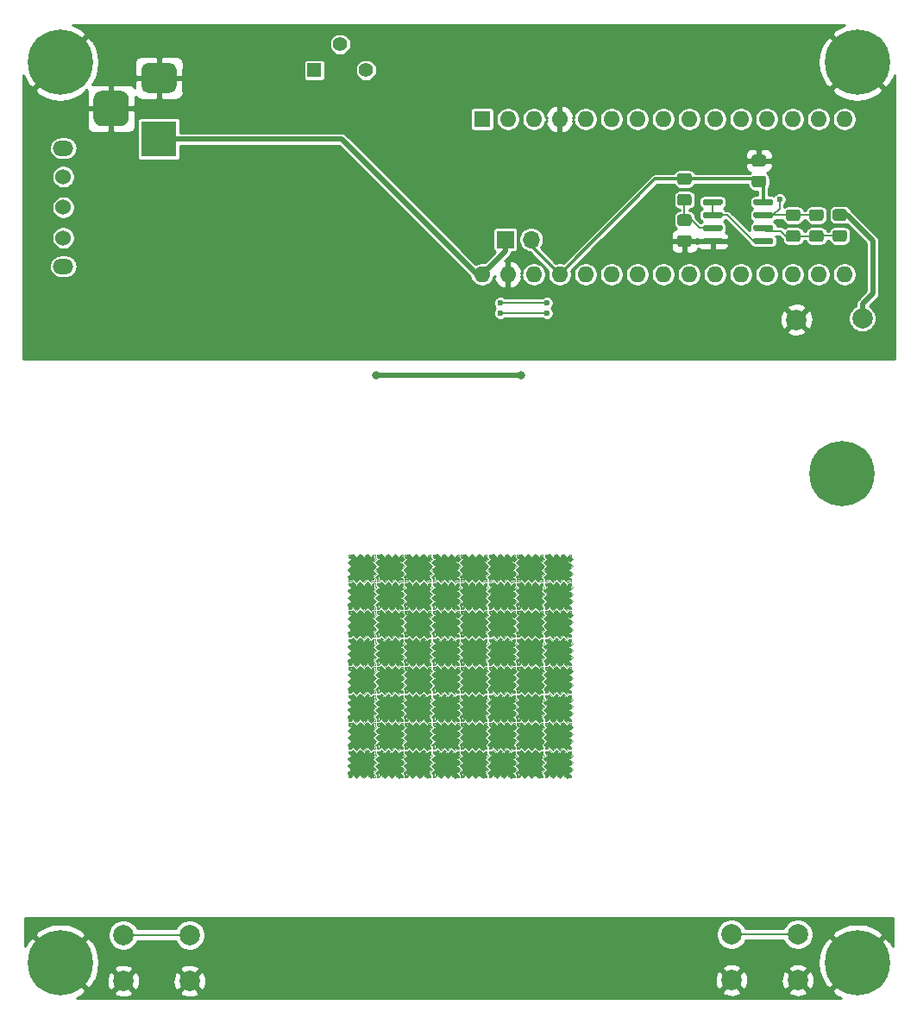
<source format=gbr>
G04 #@! TF.GenerationSoftware,KiCad,Pcbnew,5.1.6-c6e7f7d~86~ubuntu19.10.1*
G04 #@! TF.CreationDate,2020-05-21T12:39:08+02:00*
G04 #@! TF.ProjectId,MicroDroplet,4d696372-6f44-4726-9f70-6c65742e6b69,rev?*
G04 #@! TF.SameCoordinates,Original*
G04 #@! TF.FileFunction,Copper,L1,Top*
G04 #@! TF.FilePolarity,Positive*
%FSLAX46Y46*%
G04 Gerber Fmt 4.6, Leading zero omitted, Abs format (unit mm)*
G04 Created by KiCad (PCBNEW 5.1.6-c6e7f7d~86~ubuntu19.10.1) date 2020-05-21 12:39:08*
%MOMM*%
%LPD*%
G01*
G04 APERTURE LIST*
G04 #@! TA.AperFunction,EtchedComponent*
%ADD10C,0.100000*%
G04 #@! TD*
G04 #@! TA.AperFunction,EtchedComponent*
%ADD11C,0.150000*%
G04 #@! TD*
G04 #@! TA.AperFunction,ComponentPad*
%ADD12C,2.000000*%
G04 #@! TD*
G04 #@! TA.AperFunction,ComponentPad*
%ADD13O,1.700000X1.700000*%
G04 #@! TD*
G04 #@! TA.AperFunction,ComponentPad*
%ADD14R,1.700000X1.700000*%
G04 #@! TD*
G04 #@! TA.AperFunction,ComponentPad*
%ADD15C,6.400000*%
G04 #@! TD*
G04 #@! TA.AperFunction,ComponentPad*
%ADD16O,1.600000X1.600000*%
G04 #@! TD*
G04 #@! TA.AperFunction,ComponentPad*
%ADD17R,1.600000X1.600000*%
G04 #@! TD*
G04 #@! TA.AperFunction,ComponentPad*
%ADD18O,2.000000X1.524000*%
G04 #@! TD*
G04 #@! TA.AperFunction,ComponentPad*
%ADD19C,1.524000*%
G04 #@! TD*
G04 #@! TA.AperFunction,ComponentPad*
%ADD20C,1.400000*%
G04 #@! TD*
G04 #@! TA.AperFunction,ComponentPad*
%ADD21R,1.400000X1.400000*%
G04 #@! TD*
G04 #@! TA.AperFunction,ComponentPad*
%ADD22R,3.500000X3.500000*%
G04 #@! TD*
G04 #@! TA.AperFunction,ComponentPad*
%ADD23C,0.604800*%
G04 #@! TD*
G04 #@! TA.AperFunction,ViaPad*
%ADD24C,0.600000*%
G04 #@! TD*
G04 #@! TA.AperFunction,ViaPad*
%ADD25C,0.800000*%
G04 #@! TD*
G04 #@! TA.AperFunction,Conductor*
%ADD26C,0.200000*%
G04 #@! TD*
G04 #@! TA.AperFunction,Conductor*
%ADD27C,0.500000*%
G04 #@! TD*
G04 #@! TA.AperFunction,Conductor*
%ADD28C,0.300000*%
G04 #@! TD*
G04 #@! TA.AperFunction,Conductor*
%ADD29C,0.254000*%
G04 #@! TD*
G04 APERTURE END LIST*
D10*
G36*
X120652000Y-145189000D02*
G01*
X120577000Y-145364000D01*
X120642017Y-145439777D01*
X120652000Y-145889000D01*
X120577000Y-146039000D01*
X120627000Y-146164000D01*
X120627000Y-146564000D01*
X120578000Y-146723375D01*
X120652000Y-146964000D01*
X120202000Y-147014000D01*
X120052000Y-146889000D01*
X119927000Y-146964000D01*
X119526940Y-147014000D01*
X119327000Y-146889000D01*
X119203730Y-146993086D01*
X118852000Y-147014000D01*
X118677000Y-146889000D01*
X118477000Y-146964000D01*
X118402000Y-146514000D01*
X118502000Y-146339000D01*
X118377000Y-146214000D01*
X118377000Y-145863926D01*
X118502000Y-145689000D01*
X118400112Y-145565548D01*
X118400029Y-145564114D01*
X118377000Y-145164000D01*
X118502000Y-145014000D01*
X118427000Y-144789000D01*
X118852000Y-144739000D01*
X118952000Y-144814000D01*
X119127000Y-144778516D01*
X119527000Y-144764000D01*
X119702000Y-144814000D01*
X119852000Y-144764000D01*
X120227000Y-144764000D01*
X120402000Y-144814000D01*
X120627000Y-144764000D01*
X120652000Y-145189000D01*
G37*
X120652000Y-145189000D02*
X120577000Y-145364000D01*
X120642017Y-145439777D01*
X120652000Y-145889000D01*
X120577000Y-146039000D01*
X120627000Y-146164000D01*
X120627000Y-146564000D01*
X120578000Y-146723375D01*
X120652000Y-146964000D01*
X120202000Y-147014000D01*
X120052000Y-146889000D01*
X119927000Y-146964000D01*
X119526940Y-147014000D01*
X119327000Y-146889000D01*
X119203730Y-146993086D01*
X118852000Y-147014000D01*
X118677000Y-146889000D01*
X118477000Y-146964000D01*
X118402000Y-146514000D01*
X118502000Y-146339000D01*
X118377000Y-146214000D01*
X118377000Y-145863926D01*
X118502000Y-145689000D01*
X118400112Y-145565548D01*
X118400029Y-145564114D01*
X118377000Y-145164000D01*
X118502000Y-145014000D01*
X118427000Y-144789000D01*
X118852000Y-144739000D01*
X118952000Y-144814000D01*
X119127000Y-144778516D01*
X119527000Y-144764000D01*
X119702000Y-144814000D01*
X119852000Y-144764000D01*
X120227000Y-144764000D01*
X120402000Y-144814000D01*
X120627000Y-144764000D01*
X120652000Y-145189000D01*
X119011375Y-147275000D02*
X118667625Y-146915000D01*
X119355125Y-146915000D02*
X119011375Y-147275000D01*
X120042625Y-144453000D02*
X120386375Y-144813000D01*
X119698875Y-144813000D02*
X120042625Y-144453000D01*
X118116000Y-145348375D02*
X118476000Y-145004625D01*
X118476000Y-145692125D02*
X118116000Y-145348375D01*
X120938000Y-146379625D02*
X120578000Y-146723375D01*
X120578000Y-146035875D02*
X120938000Y-146379625D01*
X119698875Y-147275000D02*
X119355125Y-146915000D01*
X120042625Y-146915000D02*
X119698875Y-147275000D01*
X119355125Y-144453000D02*
X119698875Y-144813000D01*
X119011375Y-144813000D02*
X119355125Y-144453000D01*
X118116000Y-146035875D02*
X118476000Y-145692125D01*
X118476000Y-146379625D02*
X118116000Y-146035875D01*
X120938000Y-145692125D02*
X120578000Y-146035875D01*
X120578000Y-145348375D02*
X120938000Y-145692125D01*
X120386375Y-147275000D02*
X120042625Y-146915000D01*
X118667625Y-144453000D02*
X119011375Y-144813000D01*
X118116000Y-146723375D02*
X118476000Y-146379625D01*
X120938000Y-145004625D02*
X120578000Y-145348375D01*
X120601000Y-144589000D02*
X120386000Y-144813000D01*
X120802000Y-144589000D02*
X120601000Y-144589000D01*
X120802000Y-144875000D02*
X120802000Y-144589000D01*
X120938000Y-145005000D02*
X120802000Y-144875000D01*
X118453000Y-147139000D02*
X118668000Y-146915000D01*
X118252000Y-147139000D02*
X118453000Y-147139000D01*
X118252000Y-146853000D02*
X118252000Y-147139000D01*
X118116000Y-146723000D02*
X118252000Y-146853000D01*
X118252000Y-144790000D02*
X118476000Y-145005000D01*
X118252000Y-144589000D02*
X118252000Y-144790000D01*
X118538000Y-144589000D02*
X118252000Y-144589000D01*
X118668000Y-144453000D02*
X118538000Y-144589000D01*
X120802000Y-146938000D02*
X120578000Y-146723000D01*
X120802000Y-147139000D02*
X120802000Y-146938000D01*
X120516000Y-147139000D02*
X120802000Y-147139000D01*
X120386000Y-147275000D02*
X120516000Y-147139000D01*
D11*
X120697000Y-145144000D02*
X120797000Y-144984000D01*
X120707000Y-144694000D02*
X120697000Y-145144000D01*
X120597000Y-144694000D02*
X120707000Y-144694000D01*
X120687000Y-145814000D02*
X120687000Y-145564000D01*
X120817000Y-145694000D02*
X120687000Y-145814000D01*
X120687000Y-145564000D02*
X120817000Y-145694000D01*
X120697000Y-146504000D02*
X120697000Y-146254000D01*
X120827000Y-146384000D02*
X120697000Y-146504000D01*
X120697000Y-146254000D02*
X120827000Y-146384000D01*
X118357000Y-146584000D02*
X118257000Y-146744000D01*
X118347000Y-147034000D02*
X118357000Y-146584000D01*
X118457000Y-147034000D02*
X118347000Y-147034000D01*
X118367000Y-145914000D02*
X118367000Y-146164000D01*
X118237000Y-146034000D02*
X118367000Y-145914000D01*
X118367000Y-146164000D02*
X118237000Y-146034000D01*
X118357000Y-145224000D02*
X118357000Y-145474000D01*
X118227000Y-145344000D02*
X118357000Y-145224000D01*
X118357000Y-145474000D02*
X118227000Y-145344000D01*
X118807000Y-144694000D02*
X118647000Y-144594000D01*
X118357000Y-144684000D02*
X118807000Y-144694000D01*
X118357000Y-144794000D02*
X118357000Y-144684000D01*
X119477000Y-144704000D02*
X119227000Y-144704000D01*
X119357000Y-144574000D02*
X119477000Y-144704000D01*
X119227000Y-144704000D02*
X119357000Y-144574000D01*
X120167000Y-144694000D02*
X119917000Y-144694000D01*
X120047000Y-144564000D02*
X120167000Y-144694000D01*
X119917000Y-144694000D02*
X120047000Y-144564000D01*
X120247000Y-147034000D02*
X120407000Y-147134000D01*
X120697000Y-147044000D02*
X120247000Y-147034000D01*
X120697000Y-146934000D02*
X120697000Y-147044000D01*
X119577000Y-147024000D02*
X119827000Y-147024000D01*
X119697000Y-147154000D02*
X119577000Y-147024000D01*
X119827000Y-147024000D02*
X119697000Y-147154000D01*
X118887000Y-147034000D02*
X119137000Y-147034000D01*
X119007000Y-147164000D02*
X118887000Y-147034000D01*
X119137000Y-147034000D02*
X119007000Y-147164000D01*
D10*
G36*
X120652000Y-142439000D02*
G01*
X120577000Y-142614000D01*
X120642017Y-142689777D01*
X120652000Y-143139000D01*
X120577000Y-143289000D01*
X120627000Y-143414000D01*
X120627000Y-143814000D01*
X120578000Y-143973375D01*
X120652000Y-144214000D01*
X120202000Y-144264000D01*
X120052000Y-144139000D01*
X119927000Y-144214000D01*
X119526940Y-144264000D01*
X119327000Y-144139000D01*
X119203730Y-144243086D01*
X118852000Y-144264000D01*
X118677000Y-144139000D01*
X118477000Y-144214000D01*
X118402000Y-143764000D01*
X118502000Y-143589000D01*
X118377000Y-143464000D01*
X118377000Y-143113926D01*
X118502000Y-142939000D01*
X118400112Y-142815548D01*
X118400029Y-142814114D01*
X118377000Y-142414000D01*
X118502000Y-142264000D01*
X118427000Y-142039000D01*
X118852000Y-141989000D01*
X118952000Y-142064000D01*
X119127000Y-142028516D01*
X119527000Y-142014000D01*
X119702000Y-142064000D01*
X119852000Y-142014000D01*
X120227000Y-142014000D01*
X120402000Y-142064000D01*
X120627000Y-142014000D01*
X120652000Y-142439000D01*
G37*
X120652000Y-142439000D02*
X120577000Y-142614000D01*
X120642017Y-142689777D01*
X120652000Y-143139000D01*
X120577000Y-143289000D01*
X120627000Y-143414000D01*
X120627000Y-143814000D01*
X120578000Y-143973375D01*
X120652000Y-144214000D01*
X120202000Y-144264000D01*
X120052000Y-144139000D01*
X119927000Y-144214000D01*
X119526940Y-144264000D01*
X119327000Y-144139000D01*
X119203730Y-144243086D01*
X118852000Y-144264000D01*
X118677000Y-144139000D01*
X118477000Y-144214000D01*
X118402000Y-143764000D01*
X118502000Y-143589000D01*
X118377000Y-143464000D01*
X118377000Y-143113926D01*
X118502000Y-142939000D01*
X118400112Y-142815548D01*
X118400029Y-142814114D01*
X118377000Y-142414000D01*
X118502000Y-142264000D01*
X118427000Y-142039000D01*
X118852000Y-141989000D01*
X118952000Y-142064000D01*
X119127000Y-142028516D01*
X119527000Y-142014000D01*
X119702000Y-142064000D01*
X119852000Y-142014000D01*
X120227000Y-142014000D01*
X120402000Y-142064000D01*
X120627000Y-142014000D01*
X120652000Y-142439000D01*
X119011375Y-144525000D02*
X118667625Y-144165000D01*
X119355125Y-144165000D02*
X119011375Y-144525000D01*
X120042625Y-141703000D02*
X120386375Y-142063000D01*
X119698875Y-142063000D02*
X120042625Y-141703000D01*
X118116000Y-142598375D02*
X118476000Y-142254625D01*
X118476000Y-142942125D02*
X118116000Y-142598375D01*
X120938000Y-143629625D02*
X120578000Y-143973375D01*
X120578000Y-143285875D02*
X120938000Y-143629625D01*
X119698875Y-144525000D02*
X119355125Y-144165000D01*
X120042625Y-144165000D02*
X119698875Y-144525000D01*
X119355125Y-141703000D02*
X119698875Y-142063000D01*
X119011375Y-142063000D02*
X119355125Y-141703000D01*
X118116000Y-143285875D02*
X118476000Y-142942125D01*
X118476000Y-143629625D02*
X118116000Y-143285875D01*
X120938000Y-142942125D02*
X120578000Y-143285875D01*
X120578000Y-142598375D02*
X120938000Y-142942125D01*
X120386375Y-144525000D02*
X120042625Y-144165000D01*
X118667625Y-141703000D02*
X119011375Y-142063000D01*
X118116000Y-143973375D02*
X118476000Y-143629625D01*
X120938000Y-142254625D02*
X120578000Y-142598375D01*
X120601000Y-141839000D02*
X120386000Y-142063000D01*
X120802000Y-141839000D02*
X120601000Y-141839000D01*
X120802000Y-142125000D02*
X120802000Y-141839000D01*
X120938000Y-142255000D02*
X120802000Y-142125000D01*
X118453000Y-144389000D02*
X118668000Y-144165000D01*
X118252000Y-144389000D02*
X118453000Y-144389000D01*
X118252000Y-144103000D02*
X118252000Y-144389000D01*
X118116000Y-143973000D02*
X118252000Y-144103000D01*
X118252000Y-142040000D02*
X118476000Y-142255000D01*
X118252000Y-141839000D02*
X118252000Y-142040000D01*
X118538000Y-141839000D02*
X118252000Y-141839000D01*
X118668000Y-141703000D02*
X118538000Y-141839000D01*
X120802000Y-144188000D02*
X120578000Y-143973000D01*
X120802000Y-144389000D02*
X120802000Y-144188000D01*
X120516000Y-144389000D02*
X120802000Y-144389000D01*
X120386000Y-144525000D02*
X120516000Y-144389000D01*
D11*
X120697000Y-142394000D02*
X120797000Y-142234000D01*
X120707000Y-141944000D02*
X120697000Y-142394000D01*
X120597000Y-141944000D02*
X120707000Y-141944000D01*
X120687000Y-143064000D02*
X120687000Y-142814000D01*
X120817000Y-142944000D02*
X120687000Y-143064000D01*
X120687000Y-142814000D02*
X120817000Y-142944000D01*
X120697000Y-143754000D02*
X120697000Y-143504000D01*
X120827000Y-143634000D02*
X120697000Y-143754000D01*
X120697000Y-143504000D02*
X120827000Y-143634000D01*
X118357000Y-143834000D02*
X118257000Y-143994000D01*
X118347000Y-144284000D02*
X118357000Y-143834000D01*
X118457000Y-144284000D02*
X118347000Y-144284000D01*
X118367000Y-143164000D02*
X118367000Y-143414000D01*
X118237000Y-143284000D02*
X118367000Y-143164000D01*
X118367000Y-143414000D02*
X118237000Y-143284000D01*
X118357000Y-142474000D02*
X118357000Y-142724000D01*
X118227000Y-142594000D02*
X118357000Y-142474000D01*
X118357000Y-142724000D02*
X118227000Y-142594000D01*
X118807000Y-141944000D02*
X118647000Y-141844000D01*
X118357000Y-141934000D02*
X118807000Y-141944000D01*
X118357000Y-142044000D02*
X118357000Y-141934000D01*
X119477000Y-141954000D02*
X119227000Y-141954000D01*
X119357000Y-141824000D02*
X119477000Y-141954000D01*
X119227000Y-141954000D02*
X119357000Y-141824000D01*
X120167000Y-141944000D02*
X119917000Y-141944000D01*
X120047000Y-141814000D02*
X120167000Y-141944000D01*
X119917000Y-141944000D02*
X120047000Y-141814000D01*
X120247000Y-144284000D02*
X120407000Y-144384000D01*
X120697000Y-144294000D02*
X120247000Y-144284000D01*
X120697000Y-144184000D02*
X120697000Y-144294000D01*
X119577000Y-144274000D02*
X119827000Y-144274000D01*
X119697000Y-144404000D02*
X119577000Y-144274000D01*
X119827000Y-144274000D02*
X119697000Y-144404000D01*
X118887000Y-144284000D02*
X119137000Y-144284000D01*
X119007000Y-144414000D02*
X118887000Y-144284000D01*
X119137000Y-144284000D02*
X119007000Y-144414000D01*
D10*
G36*
X120652000Y-139689000D02*
G01*
X120577000Y-139864000D01*
X120642017Y-139939777D01*
X120652000Y-140389000D01*
X120577000Y-140539000D01*
X120627000Y-140664000D01*
X120627000Y-141064000D01*
X120578000Y-141223375D01*
X120652000Y-141464000D01*
X120202000Y-141514000D01*
X120052000Y-141389000D01*
X119927000Y-141464000D01*
X119526940Y-141514000D01*
X119327000Y-141389000D01*
X119203730Y-141493086D01*
X118852000Y-141514000D01*
X118677000Y-141389000D01*
X118477000Y-141464000D01*
X118402000Y-141014000D01*
X118502000Y-140839000D01*
X118377000Y-140714000D01*
X118377000Y-140363926D01*
X118502000Y-140189000D01*
X118400112Y-140065548D01*
X118400029Y-140064114D01*
X118377000Y-139664000D01*
X118502000Y-139514000D01*
X118427000Y-139289000D01*
X118852000Y-139239000D01*
X118952000Y-139314000D01*
X119127000Y-139278516D01*
X119527000Y-139264000D01*
X119702000Y-139314000D01*
X119852000Y-139264000D01*
X120227000Y-139264000D01*
X120402000Y-139314000D01*
X120627000Y-139264000D01*
X120652000Y-139689000D01*
G37*
X120652000Y-139689000D02*
X120577000Y-139864000D01*
X120642017Y-139939777D01*
X120652000Y-140389000D01*
X120577000Y-140539000D01*
X120627000Y-140664000D01*
X120627000Y-141064000D01*
X120578000Y-141223375D01*
X120652000Y-141464000D01*
X120202000Y-141514000D01*
X120052000Y-141389000D01*
X119927000Y-141464000D01*
X119526940Y-141514000D01*
X119327000Y-141389000D01*
X119203730Y-141493086D01*
X118852000Y-141514000D01*
X118677000Y-141389000D01*
X118477000Y-141464000D01*
X118402000Y-141014000D01*
X118502000Y-140839000D01*
X118377000Y-140714000D01*
X118377000Y-140363926D01*
X118502000Y-140189000D01*
X118400112Y-140065548D01*
X118400029Y-140064114D01*
X118377000Y-139664000D01*
X118502000Y-139514000D01*
X118427000Y-139289000D01*
X118852000Y-139239000D01*
X118952000Y-139314000D01*
X119127000Y-139278516D01*
X119527000Y-139264000D01*
X119702000Y-139314000D01*
X119852000Y-139264000D01*
X120227000Y-139264000D01*
X120402000Y-139314000D01*
X120627000Y-139264000D01*
X120652000Y-139689000D01*
X119011375Y-141775000D02*
X118667625Y-141415000D01*
X119355125Y-141415000D02*
X119011375Y-141775000D01*
X120042625Y-138953000D02*
X120386375Y-139313000D01*
X119698875Y-139313000D02*
X120042625Y-138953000D01*
X118116000Y-139848375D02*
X118476000Y-139504625D01*
X118476000Y-140192125D02*
X118116000Y-139848375D01*
X120938000Y-140879625D02*
X120578000Y-141223375D01*
X120578000Y-140535875D02*
X120938000Y-140879625D01*
X119698875Y-141775000D02*
X119355125Y-141415000D01*
X120042625Y-141415000D02*
X119698875Y-141775000D01*
X119355125Y-138953000D02*
X119698875Y-139313000D01*
X119011375Y-139313000D02*
X119355125Y-138953000D01*
X118116000Y-140535875D02*
X118476000Y-140192125D01*
X118476000Y-140879625D02*
X118116000Y-140535875D01*
X120938000Y-140192125D02*
X120578000Y-140535875D01*
X120578000Y-139848375D02*
X120938000Y-140192125D01*
X120386375Y-141775000D02*
X120042625Y-141415000D01*
X118667625Y-138953000D02*
X119011375Y-139313000D01*
X118116000Y-141223375D02*
X118476000Y-140879625D01*
X120938000Y-139504625D02*
X120578000Y-139848375D01*
X120601000Y-139089000D02*
X120386000Y-139313000D01*
X120802000Y-139089000D02*
X120601000Y-139089000D01*
X120802000Y-139375000D02*
X120802000Y-139089000D01*
X120938000Y-139505000D02*
X120802000Y-139375000D01*
X118453000Y-141639000D02*
X118668000Y-141415000D01*
X118252000Y-141639000D02*
X118453000Y-141639000D01*
X118252000Y-141353000D02*
X118252000Y-141639000D01*
X118116000Y-141223000D02*
X118252000Y-141353000D01*
X118252000Y-139290000D02*
X118476000Y-139505000D01*
X118252000Y-139089000D02*
X118252000Y-139290000D01*
X118538000Y-139089000D02*
X118252000Y-139089000D01*
X118668000Y-138953000D02*
X118538000Y-139089000D01*
X120802000Y-141438000D02*
X120578000Y-141223000D01*
X120802000Y-141639000D02*
X120802000Y-141438000D01*
X120516000Y-141639000D02*
X120802000Y-141639000D01*
X120386000Y-141775000D02*
X120516000Y-141639000D01*
D11*
X120697000Y-139644000D02*
X120797000Y-139484000D01*
X120707000Y-139194000D02*
X120697000Y-139644000D01*
X120597000Y-139194000D02*
X120707000Y-139194000D01*
X120687000Y-140314000D02*
X120687000Y-140064000D01*
X120817000Y-140194000D02*
X120687000Y-140314000D01*
X120687000Y-140064000D02*
X120817000Y-140194000D01*
X120697000Y-141004000D02*
X120697000Y-140754000D01*
X120827000Y-140884000D02*
X120697000Y-141004000D01*
X120697000Y-140754000D02*
X120827000Y-140884000D01*
X118357000Y-141084000D02*
X118257000Y-141244000D01*
X118347000Y-141534000D02*
X118357000Y-141084000D01*
X118457000Y-141534000D02*
X118347000Y-141534000D01*
X118367000Y-140414000D02*
X118367000Y-140664000D01*
X118237000Y-140534000D02*
X118367000Y-140414000D01*
X118367000Y-140664000D02*
X118237000Y-140534000D01*
X118357000Y-139724000D02*
X118357000Y-139974000D01*
X118227000Y-139844000D02*
X118357000Y-139724000D01*
X118357000Y-139974000D02*
X118227000Y-139844000D01*
X118807000Y-139194000D02*
X118647000Y-139094000D01*
X118357000Y-139184000D02*
X118807000Y-139194000D01*
X118357000Y-139294000D02*
X118357000Y-139184000D01*
X119477000Y-139204000D02*
X119227000Y-139204000D01*
X119357000Y-139074000D02*
X119477000Y-139204000D01*
X119227000Y-139204000D02*
X119357000Y-139074000D01*
X120167000Y-139194000D02*
X119917000Y-139194000D01*
X120047000Y-139064000D02*
X120167000Y-139194000D01*
X119917000Y-139194000D02*
X120047000Y-139064000D01*
X120247000Y-141534000D02*
X120407000Y-141634000D01*
X120697000Y-141544000D02*
X120247000Y-141534000D01*
X120697000Y-141434000D02*
X120697000Y-141544000D01*
X119577000Y-141524000D02*
X119827000Y-141524000D01*
X119697000Y-141654000D02*
X119577000Y-141524000D01*
X119827000Y-141524000D02*
X119697000Y-141654000D01*
X118887000Y-141534000D02*
X119137000Y-141534000D01*
X119007000Y-141664000D02*
X118887000Y-141534000D01*
X119137000Y-141534000D02*
X119007000Y-141664000D01*
D10*
G36*
X120652000Y-136939000D02*
G01*
X120577000Y-137114000D01*
X120642017Y-137189777D01*
X120652000Y-137639000D01*
X120577000Y-137789000D01*
X120627000Y-137914000D01*
X120627000Y-138314000D01*
X120578000Y-138473375D01*
X120652000Y-138714000D01*
X120202000Y-138764000D01*
X120052000Y-138639000D01*
X119927000Y-138714000D01*
X119526940Y-138764000D01*
X119327000Y-138639000D01*
X119203730Y-138743086D01*
X118852000Y-138764000D01*
X118677000Y-138639000D01*
X118477000Y-138714000D01*
X118402000Y-138264000D01*
X118502000Y-138089000D01*
X118377000Y-137964000D01*
X118377000Y-137613926D01*
X118502000Y-137439000D01*
X118400112Y-137315548D01*
X118400029Y-137314114D01*
X118377000Y-136914000D01*
X118502000Y-136764000D01*
X118427000Y-136539000D01*
X118852000Y-136489000D01*
X118952000Y-136564000D01*
X119127000Y-136528516D01*
X119527000Y-136514000D01*
X119702000Y-136564000D01*
X119852000Y-136514000D01*
X120227000Y-136514000D01*
X120402000Y-136564000D01*
X120627000Y-136514000D01*
X120652000Y-136939000D01*
G37*
X120652000Y-136939000D02*
X120577000Y-137114000D01*
X120642017Y-137189777D01*
X120652000Y-137639000D01*
X120577000Y-137789000D01*
X120627000Y-137914000D01*
X120627000Y-138314000D01*
X120578000Y-138473375D01*
X120652000Y-138714000D01*
X120202000Y-138764000D01*
X120052000Y-138639000D01*
X119927000Y-138714000D01*
X119526940Y-138764000D01*
X119327000Y-138639000D01*
X119203730Y-138743086D01*
X118852000Y-138764000D01*
X118677000Y-138639000D01*
X118477000Y-138714000D01*
X118402000Y-138264000D01*
X118502000Y-138089000D01*
X118377000Y-137964000D01*
X118377000Y-137613926D01*
X118502000Y-137439000D01*
X118400112Y-137315548D01*
X118400029Y-137314114D01*
X118377000Y-136914000D01*
X118502000Y-136764000D01*
X118427000Y-136539000D01*
X118852000Y-136489000D01*
X118952000Y-136564000D01*
X119127000Y-136528516D01*
X119527000Y-136514000D01*
X119702000Y-136564000D01*
X119852000Y-136514000D01*
X120227000Y-136514000D01*
X120402000Y-136564000D01*
X120627000Y-136514000D01*
X120652000Y-136939000D01*
X119011375Y-139025000D02*
X118667625Y-138665000D01*
X119355125Y-138665000D02*
X119011375Y-139025000D01*
X120042625Y-136203000D02*
X120386375Y-136563000D01*
X119698875Y-136563000D02*
X120042625Y-136203000D01*
X118116000Y-137098375D02*
X118476000Y-136754625D01*
X118476000Y-137442125D02*
X118116000Y-137098375D01*
X120938000Y-138129625D02*
X120578000Y-138473375D01*
X120578000Y-137785875D02*
X120938000Y-138129625D01*
X119698875Y-139025000D02*
X119355125Y-138665000D01*
X120042625Y-138665000D02*
X119698875Y-139025000D01*
X119355125Y-136203000D02*
X119698875Y-136563000D01*
X119011375Y-136563000D02*
X119355125Y-136203000D01*
X118116000Y-137785875D02*
X118476000Y-137442125D01*
X118476000Y-138129625D02*
X118116000Y-137785875D01*
X120938000Y-137442125D02*
X120578000Y-137785875D01*
X120578000Y-137098375D02*
X120938000Y-137442125D01*
X120386375Y-139025000D02*
X120042625Y-138665000D01*
X118667625Y-136203000D02*
X119011375Y-136563000D01*
X118116000Y-138473375D02*
X118476000Y-138129625D01*
X120938000Y-136754625D02*
X120578000Y-137098375D01*
X120601000Y-136339000D02*
X120386000Y-136563000D01*
X120802000Y-136339000D02*
X120601000Y-136339000D01*
X120802000Y-136625000D02*
X120802000Y-136339000D01*
X120938000Y-136755000D02*
X120802000Y-136625000D01*
X118453000Y-138889000D02*
X118668000Y-138665000D01*
X118252000Y-138889000D02*
X118453000Y-138889000D01*
X118252000Y-138603000D02*
X118252000Y-138889000D01*
X118116000Y-138473000D02*
X118252000Y-138603000D01*
X118252000Y-136540000D02*
X118476000Y-136755000D01*
X118252000Y-136339000D02*
X118252000Y-136540000D01*
X118538000Y-136339000D02*
X118252000Y-136339000D01*
X118668000Y-136203000D02*
X118538000Y-136339000D01*
X120802000Y-138688000D02*
X120578000Y-138473000D01*
X120802000Y-138889000D02*
X120802000Y-138688000D01*
X120516000Y-138889000D02*
X120802000Y-138889000D01*
X120386000Y-139025000D02*
X120516000Y-138889000D01*
D11*
X120697000Y-136894000D02*
X120797000Y-136734000D01*
X120707000Y-136444000D02*
X120697000Y-136894000D01*
X120597000Y-136444000D02*
X120707000Y-136444000D01*
X120687000Y-137564000D02*
X120687000Y-137314000D01*
X120817000Y-137444000D02*
X120687000Y-137564000D01*
X120687000Y-137314000D02*
X120817000Y-137444000D01*
X120697000Y-138254000D02*
X120697000Y-138004000D01*
X120827000Y-138134000D02*
X120697000Y-138254000D01*
X120697000Y-138004000D02*
X120827000Y-138134000D01*
X118357000Y-138334000D02*
X118257000Y-138494000D01*
X118347000Y-138784000D02*
X118357000Y-138334000D01*
X118457000Y-138784000D02*
X118347000Y-138784000D01*
X118367000Y-137664000D02*
X118367000Y-137914000D01*
X118237000Y-137784000D02*
X118367000Y-137664000D01*
X118367000Y-137914000D02*
X118237000Y-137784000D01*
X118357000Y-136974000D02*
X118357000Y-137224000D01*
X118227000Y-137094000D02*
X118357000Y-136974000D01*
X118357000Y-137224000D02*
X118227000Y-137094000D01*
X118807000Y-136444000D02*
X118647000Y-136344000D01*
X118357000Y-136434000D02*
X118807000Y-136444000D01*
X118357000Y-136544000D02*
X118357000Y-136434000D01*
X119477000Y-136454000D02*
X119227000Y-136454000D01*
X119357000Y-136324000D02*
X119477000Y-136454000D01*
X119227000Y-136454000D02*
X119357000Y-136324000D01*
X120167000Y-136444000D02*
X119917000Y-136444000D01*
X120047000Y-136314000D02*
X120167000Y-136444000D01*
X119917000Y-136444000D02*
X120047000Y-136314000D01*
X120247000Y-138784000D02*
X120407000Y-138884000D01*
X120697000Y-138794000D02*
X120247000Y-138784000D01*
X120697000Y-138684000D02*
X120697000Y-138794000D01*
X119577000Y-138774000D02*
X119827000Y-138774000D01*
X119697000Y-138904000D02*
X119577000Y-138774000D01*
X119827000Y-138774000D02*
X119697000Y-138904000D01*
X118887000Y-138784000D02*
X119137000Y-138784000D01*
X119007000Y-138914000D02*
X118887000Y-138784000D01*
X119137000Y-138784000D02*
X119007000Y-138914000D01*
D10*
G36*
X120652000Y-134189000D02*
G01*
X120577000Y-134364000D01*
X120642017Y-134439777D01*
X120652000Y-134889000D01*
X120577000Y-135039000D01*
X120627000Y-135164000D01*
X120627000Y-135564000D01*
X120578000Y-135723375D01*
X120652000Y-135964000D01*
X120202000Y-136014000D01*
X120052000Y-135889000D01*
X119927000Y-135964000D01*
X119526940Y-136014000D01*
X119327000Y-135889000D01*
X119203730Y-135993086D01*
X118852000Y-136014000D01*
X118677000Y-135889000D01*
X118477000Y-135964000D01*
X118402000Y-135514000D01*
X118502000Y-135339000D01*
X118377000Y-135214000D01*
X118377000Y-134863926D01*
X118502000Y-134689000D01*
X118400112Y-134565548D01*
X118400029Y-134564114D01*
X118377000Y-134164000D01*
X118502000Y-134014000D01*
X118427000Y-133789000D01*
X118852000Y-133739000D01*
X118952000Y-133814000D01*
X119127000Y-133778516D01*
X119527000Y-133764000D01*
X119702000Y-133814000D01*
X119852000Y-133764000D01*
X120227000Y-133764000D01*
X120402000Y-133814000D01*
X120627000Y-133764000D01*
X120652000Y-134189000D01*
G37*
X120652000Y-134189000D02*
X120577000Y-134364000D01*
X120642017Y-134439777D01*
X120652000Y-134889000D01*
X120577000Y-135039000D01*
X120627000Y-135164000D01*
X120627000Y-135564000D01*
X120578000Y-135723375D01*
X120652000Y-135964000D01*
X120202000Y-136014000D01*
X120052000Y-135889000D01*
X119927000Y-135964000D01*
X119526940Y-136014000D01*
X119327000Y-135889000D01*
X119203730Y-135993086D01*
X118852000Y-136014000D01*
X118677000Y-135889000D01*
X118477000Y-135964000D01*
X118402000Y-135514000D01*
X118502000Y-135339000D01*
X118377000Y-135214000D01*
X118377000Y-134863926D01*
X118502000Y-134689000D01*
X118400112Y-134565548D01*
X118400029Y-134564114D01*
X118377000Y-134164000D01*
X118502000Y-134014000D01*
X118427000Y-133789000D01*
X118852000Y-133739000D01*
X118952000Y-133814000D01*
X119127000Y-133778516D01*
X119527000Y-133764000D01*
X119702000Y-133814000D01*
X119852000Y-133764000D01*
X120227000Y-133764000D01*
X120402000Y-133814000D01*
X120627000Y-133764000D01*
X120652000Y-134189000D01*
X119011375Y-136275000D02*
X118667625Y-135915000D01*
X119355125Y-135915000D02*
X119011375Y-136275000D01*
X120042625Y-133453000D02*
X120386375Y-133813000D01*
X119698875Y-133813000D02*
X120042625Y-133453000D01*
X118116000Y-134348375D02*
X118476000Y-134004625D01*
X118476000Y-134692125D02*
X118116000Y-134348375D01*
X120938000Y-135379625D02*
X120578000Y-135723375D01*
X120578000Y-135035875D02*
X120938000Y-135379625D01*
X119698875Y-136275000D02*
X119355125Y-135915000D01*
X120042625Y-135915000D02*
X119698875Y-136275000D01*
X119355125Y-133453000D02*
X119698875Y-133813000D01*
X119011375Y-133813000D02*
X119355125Y-133453000D01*
X118116000Y-135035875D02*
X118476000Y-134692125D01*
X118476000Y-135379625D02*
X118116000Y-135035875D01*
X120938000Y-134692125D02*
X120578000Y-135035875D01*
X120578000Y-134348375D02*
X120938000Y-134692125D01*
X120386375Y-136275000D02*
X120042625Y-135915000D01*
X118667625Y-133453000D02*
X119011375Y-133813000D01*
X118116000Y-135723375D02*
X118476000Y-135379625D01*
X120938000Y-134004625D02*
X120578000Y-134348375D01*
X120601000Y-133589000D02*
X120386000Y-133813000D01*
X120802000Y-133589000D02*
X120601000Y-133589000D01*
X120802000Y-133875000D02*
X120802000Y-133589000D01*
X120938000Y-134005000D02*
X120802000Y-133875000D01*
X118453000Y-136139000D02*
X118668000Y-135915000D01*
X118252000Y-136139000D02*
X118453000Y-136139000D01*
X118252000Y-135853000D02*
X118252000Y-136139000D01*
X118116000Y-135723000D02*
X118252000Y-135853000D01*
X118252000Y-133790000D02*
X118476000Y-134005000D01*
X118252000Y-133589000D02*
X118252000Y-133790000D01*
X118538000Y-133589000D02*
X118252000Y-133589000D01*
X118668000Y-133453000D02*
X118538000Y-133589000D01*
X120802000Y-135938000D02*
X120578000Y-135723000D01*
X120802000Y-136139000D02*
X120802000Y-135938000D01*
X120516000Y-136139000D02*
X120802000Y-136139000D01*
X120386000Y-136275000D02*
X120516000Y-136139000D01*
D11*
X120697000Y-134144000D02*
X120797000Y-133984000D01*
X120707000Y-133694000D02*
X120697000Y-134144000D01*
X120597000Y-133694000D02*
X120707000Y-133694000D01*
X120687000Y-134814000D02*
X120687000Y-134564000D01*
X120817000Y-134694000D02*
X120687000Y-134814000D01*
X120687000Y-134564000D02*
X120817000Y-134694000D01*
X120697000Y-135504000D02*
X120697000Y-135254000D01*
X120827000Y-135384000D02*
X120697000Y-135504000D01*
X120697000Y-135254000D02*
X120827000Y-135384000D01*
X118357000Y-135584000D02*
X118257000Y-135744000D01*
X118347000Y-136034000D02*
X118357000Y-135584000D01*
X118457000Y-136034000D02*
X118347000Y-136034000D01*
X118367000Y-134914000D02*
X118367000Y-135164000D01*
X118237000Y-135034000D02*
X118367000Y-134914000D01*
X118367000Y-135164000D02*
X118237000Y-135034000D01*
X118357000Y-134224000D02*
X118357000Y-134474000D01*
X118227000Y-134344000D02*
X118357000Y-134224000D01*
X118357000Y-134474000D02*
X118227000Y-134344000D01*
X118807000Y-133694000D02*
X118647000Y-133594000D01*
X118357000Y-133684000D02*
X118807000Y-133694000D01*
X118357000Y-133794000D02*
X118357000Y-133684000D01*
X119477000Y-133704000D02*
X119227000Y-133704000D01*
X119357000Y-133574000D02*
X119477000Y-133704000D01*
X119227000Y-133704000D02*
X119357000Y-133574000D01*
X120167000Y-133694000D02*
X119917000Y-133694000D01*
X120047000Y-133564000D02*
X120167000Y-133694000D01*
X119917000Y-133694000D02*
X120047000Y-133564000D01*
X120247000Y-136034000D02*
X120407000Y-136134000D01*
X120697000Y-136044000D02*
X120247000Y-136034000D01*
X120697000Y-135934000D02*
X120697000Y-136044000D01*
X119577000Y-136024000D02*
X119827000Y-136024000D01*
X119697000Y-136154000D02*
X119577000Y-136024000D01*
X119827000Y-136024000D02*
X119697000Y-136154000D01*
X118887000Y-136034000D02*
X119137000Y-136034000D01*
X119007000Y-136164000D02*
X118887000Y-136034000D01*
X119137000Y-136034000D02*
X119007000Y-136164000D01*
D10*
G36*
X120652000Y-131439000D02*
G01*
X120577000Y-131614000D01*
X120642017Y-131689777D01*
X120652000Y-132139000D01*
X120577000Y-132289000D01*
X120627000Y-132414000D01*
X120627000Y-132814000D01*
X120578000Y-132973375D01*
X120652000Y-133214000D01*
X120202000Y-133264000D01*
X120052000Y-133139000D01*
X119927000Y-133214000D01*
X119526940Y-133264000D01*
X119327000Y-133139000D01*
X119203730Y-133243086D01*
X118852000Y-133264000D01*
X118677000Y-133139000D01*
X118477000Y-133214000D01*
X118402000Y-132764000D01*
X118502000Y-132589000D01*
X118377000Y-132464000D01*
X118377000Y-132113926D01*
X118502000Y-131939000D01*
X118400112Y-131815548D01*
X118400029Y-131814114D01*
X118377000Y-131414000D01*
X118502000Y-131264000D01*
X118427000Y-131039000D01*
X118852000Y-130989000D01*
X118952000Y-131064000D01*
X119127000Y-131028516D01*
X119527000Y-131014000D01*
X119702000Y-131064000D01*
X119852000Y-131014000D01*
X120227000Y-131014000D01*
X120402000Y-131064000D01*
X120627000Y-131014000D01*
X120652000Y-131439000D01*
G37*
X120652000Y-131439000D02*
X120577000Y-131614000D01*
X120642017Y-131689777D01*
X120652000Y-132139000D01*
X120577000Y-132289000D01*
X120627000Y-132414000D01*
X120627000Y-132814000D01*
X120578000Y-132973375D01*
X120652000Y-133214000D01*
X120202000Y-133264000D01*
X120052000Y-133139000D01*
X119927000Y-133214000D01*
X119526940Y-133264000D01*
X119327000Y-133139000D01*
X119203730Y-133243086D01*
X118852000Y-133264000D01*
X118677000Y-133139000D01*
X118477000Y-133214000D01*
X118402000Y-132764000D01*
X118502000Y-132589000D01*
X118377000Y-132464000D01*
X118377000Y-132113926D01*
X118502000Y-131939000D01*
X118400112Y-131815548D01*
X118400029Y-131814114D01*
X118377000Y-131414000D01*
X118502000Y-131264000D01*
X118427000Y-131039000D01*
X118852000Y-130989000D01*
X118952000Y-131064000D01*
X119127000Y-131028516D01*
X119527000Y-131014000D01*
X119702000Y-131064000D01*
X119852000Y-131014000D01*
X120227000Y-131014000D01*
X120402000Y-131064000D01*
X120627000Y-131014000D01*
X120652000Y-131439000D01*
X119011375Y-133525000D02*
X118667625Y-133165000D01*
X119355125Y-133165000D02*
X119011375Y-133525000D01*
X120042625Y-130703000D02*
X120386375Y-131063000D01*
X119698875Y-131063000D02*
X120042625Y-130703000D01*
X118116000Y-131598375D02*
X118476000Y-131254625D01*
X118476000Y-131942125D02*
X118116000Y-131598375D01*
X120938000Y-132629625D02*
X120578000Y-132973375D01*
X120578000Y-132285875D02*
X120938000Y-132629625D01*
X119698875Y-133525000D02*
X119355125Y-133165000D01*
X120042625Y-133165000D02*
X119698875Y-133525000D01*
X119355125Y-130703000D02*
X119698875Y-131063000D01*
X119011375Y-131063000D02*
X119355125Y-130703000D01*
X118116000Y-132285875D02*
X118476000Y-131942125D01*
X118476000Y-132629625D02*
X118116000Y-132285875D01*
X120938000Y-131942125D02*
X120578000Y-132285875D01*
X120578000Y-131598375D02*
X120938000Y-131942125D01*
X120386375Y-133525000D02*
X120042625Y-133165000D01*
X118667625Y-130703000D02*
X119011375Y-131063000D01*
X118116000Y-132973375D02*
X118476000Y-132629625D01*
X120938000Y-131254625D02*
X120578000Y-131598375D01*
X120601000Y-130839000D02*
X120386000Y-131063000D01*
X120802000Y-130839000D02*
X120601000Y-130839000D01*
X120802000Y-131125000D02*
X120802000Y-130839000D01*
X120938000Y-131255000D02*
X120802000Y-131125000D01*
X118453000Y-133389000D02*
X118668000Y-133165000D01*
X118252000Y-133389000D02*
X118453000Y-133389000D01*
X118252000Y-133103000D02*
X118252000Y-133389000D01*
X118116000Y-132973000D02*
X118252000Y-133103000D01*
X118252000Y-131040000D02*
X118476000Y-131255000D01*
X118252000Y-130839000D02*
X118252000Y-131040000D01*
X118538000Y-130839000D02*
X118252000Y-130839000D01*
X118668000Y-130703000D02*
X118538000Y-130839000D01*
X120802000Y-133188000D02*
X120578000Y-132973000D01*
X120802000Y-133389000D02*
X120802000Y-133188000D01*
X120516000Y-133389000D02*
X120802000Y-133389000D01*
X120386000Y-133525000D02*
X120516000Y-133389000D01*
D11*
X120697000Y-131394000D02*
X120797000Y-131234000D01*
X120707000Y-130944000D02*
X120697000Y-131394000D01*
X120597000Y-130944000D02*
X120707000Y-130944000D01*
X120687000Y-132064000D02*
X120687000Y-131814000D01*
X120817000Y-131944000D02*
X120687000Y-132064000D01*
X120687000Y-131814000D02*
X120817000Y-131944000D01*
X120697000Y-132754000D02*
X120697000Y-132504000D01*
X120827000Y-132634000D02*
X120697000Y-132754000D01*
X120697000Y-132504000D02*
X120827000Y-132634000D01*
X118357000Y-132834000D02*
X118257000Y-132994000D01*
X118347000Y-133284000D02*
X118357000Y-132834000D01*
X118457000Y-133284000D02*
X118347000Y-133284000D01*
X118367000Y-132164000D02*
X118367000Y-132414000D01*
X118237000Y-132284000D02*
X118367000Y-132164000D01*
X118367000Y-132414000D02*
X118237000Y-132284000D01*
X118357000Y-131474000D02*
X118357000Y-131724000D01*
X118227000Y-131594000D02*
X118357000Y-131474000D01*
X118357000Y-131724000D02*
X118227000Y-131594000D01*
X118807000Y-130944000D02*
X118647000Y-130844000D01*
X118357000Y-130934000D02*
X118807000Y-130944000D01*
X118357000Y-131044000D02*
X118357000Y-130934000D01*
X119477000Y-130954000D02*
X119227000Y-130954000D01*
X119357000Y-130824000D02*
X119477000Y-130954000D01*
X119227000Y-130954000D02*
X119357000Y-130824000D01*
X120167000Y-130944000D02*
X119917000Y-130944000D01*
X120047000Y-130814000D02*
X120167000Y-130944000D01*
X119917000Y-130944000D02*
X120047000Y-130814000D01*
X120247000Y-133284000D02*
X120407000Y-133384000D01*
X120697000Y-133294000D02*
X120247000Y-133284000D01*
X120697000Y-133184000D02*
X120697000Y-133294000D01*
X119577000Y-133274000D02*
X119827000Y-133274000D01*
X119697000Y-133404000D02*
X119577000Y-133274000D01*
X119827000Y-133274000D02*
X119697000Y-133404000D01*
X118887000Y-133284000D02*
X119137000Y-133284000D01*
X119007000Y-133414000D02*
X118887000Y-133284000D01*
X119137000Y-133284000D02*
X119007000Y-133414000D01*
D10*
G36*
X120652000Y-128689000D02*
G01*
X120577000Y-128864000D01*
X120642017Y-128939777D01*
X120652000Y-129389000D01*
X120577000Y-129539000D01*
X120627000Y-129664000D01*
X120627000Y-130064000D01*
X120578000Y-130223375D01*
X120652000Y-130464000D01*
X120202000Y-130514000D01*
X120052000Y-130389000D01*
X119927000Y-130464000D01*
X119526940Y-130514000D01*
X119327000Y-130389000D01*
X119203730Y-130493086D01*
X118852000Y-130514000D01*
X118677000Y-130389000D01*
X118477000Y-130464000D01*
X118402000Y-130014000D01*
X118502000Y-129839000D01*
X118377000Y-129714000D01*
X118377000Y-129363926D01*
X118502000Y-129189000D01*
X118400112Y-129065548D01*
X118400029Y-129064114D01*
X118377000Y-128664000D01*
X118502000Y-128514000D01*
X118427000Y-128289000D01*
X118852000Y-128239000D01*
X118952000Y-128314000D01*
X119127000Y-128278516D01*
X119527000Y-128264000D01*
X119702000Y-128314000D01*
X119852000Y-128264000D01*
X120227000Y-128264000D01*
X120402000Y-128314000D01*
X120627000Y-128264000D01*
X120652000Y-128689000D01*
G37*
X120652000Y-128689000D02*
X120577000Y-128864000D01*
X120642017Y-128939777D01*
X120652000Y-129389000D01*
X120577000Y-129539000D01*
X120627000Y-129664000D01*
X120627000Y-130064000D01*
X120578000Y-130223375D01*
X120652000Y-130464000D01*
X120202000Y-130514000D01*
X120052000Y-130389000D01*
X119927000Y-130464000D01*
X119526940Y-130514000D01*
X119327000Y-130389000D01*
X119203730Y-130493086D01*
X118852000Y-130514000D01*
X118677000Y-130389000D01*
X118477000Y-130464000D01*
X118402000Y-130014000D01*
X118502000Y-129839000D01*
X118377000Y-129714000D01*
X118377000Y-129363926D01*
X118502000Y-129189000D01*
X118400112Y-129065548D01*
X118400029Y-129064114D01*
X118377000Y-128664000D01*
X118502000Y-128514000D01*
X118427000Y-128289000D01*
X118852000Y-128239000D01*
X118952000Y-128314000D01*
X119127000Y-128278516D01*
X119527000Y-128264000D01*
X119702000Y-128314000D01*
X119852000Y-128264000D01*
X120227000Y-128264000D01*
X120402000Y-128314000D01*
X120627000Y-128264000D01*
X120652000Y-128689000D01*
X119011375Y-130775000D02*
X118667625Y-130415000D01*
X119355125Y-130415000D02*
X119011375Y-130775000D01*
X120042625Y-127953000D02*
X120386375Y-128313000D01*
X119698875Y-128313000D02*
X120042625Y-127953000D01*
X118116000Y-128848375D02*
X118476000Y-128504625D01*
X118476000Y-129192125D02*
X118116000Y-128848375D01*
X120938000Y-129879625D02*
X120578000Y-130223375D01*
X120578000Y-129535875D02*
X120938000Y-129879625D01*
X119698875Y-130775000D02*
X119355125Y-130415000D01*
X120042625Y-130415000D02*
X119698875Y-130775000D01*
X119355125Y-127953000D02*
X119698875Y-128313000D01*
X119011375Y-128313000D02*
X119355125Y-127953000D01*
X118116000Y-129535875D02*
X118476000Y-129192125D01*
X118476000Y-129879625D02*
X118116000Y-129535875D01*
X120938000Y-129192125D02*
X120578000Y-129535875D01*
X120578000Y-128848375D02*
X120938000Y-129192125D01*
X120386375Y-130775000D02*
X120042625Y-130415000D01*
X118667625Y-127953000D02*
X119011375Y-128313000D01*
X118116000Y-130223375D02*
X118476000Y-129879625D01*
X120938000Y-128504625D02*
X120578000Y-128848375D01*
X120601000Y-128089000D02*
X120386000Y-128313000D01*
X120802000Y-128089000D02*
X120601000Y-128089000D01*
X120802000Y-128375000D02*
X120802000Y-128089000D01*
X120938000Y-128505000D02*
X120802000Y-128375000D01*
X118453000Y-130639000D02*
X118668000Y-130415000D01*
X118252000Y-130639000D02*
X118453000Y-130639000D01*
X118252000Y-130353000D02*
X118252000Y-130639000D01*
X118116000Y-130223000D02*
X118252000Y-130353000D01*
X118252000Y-128290000D02*
X118476000Y-128505000D01*
X118252000Y-128089000D02*
X118252000Y-128290000D01*
X118538000Y-128089000D02*
X118252000Y-128089000D01*
X118668000Y-127953000D02*
X118538000Y-128089000D01*
X120802000Y-130438000D02*
X120578000Y-130223000D01*
X120802000Y-130639000D02*
X120802000Y-130438000D01*
X120516000Y-130639000D02*
X120802000Y-130639000D01*
X120386000Y-130775000D02*
X120516000Y-130639000D01*
D11*
X120697000Y-128644000D02*
X120797000Y-128484000D01*
X120707000Y-128194000D02*
X120697000Y-128644000D01*
X120597000Y-128194000D02*
X120707000Y-128194000D01*
X120687000Y-129314000D02*
X120687000Y-129064000D01*
X120817000Y-129194000D02*
X120687000Y-129314000D01*
X120687000Y-129064000D02*
X120817000Y-129194000D01*
X120697000Y-130004000D02*
X120697000Y-129754000D01*
X120827000Y-129884000D02*
X120697000Y-130004000D01*
X120697000Y-129754000D02*
X120827000Y-129884000D01*
X118357000Y-130084000D02*
X118257000Y-130244000D01*
X118347000Y-130534000D02*
X118357000Y-130084000D01*
X118457000Y-130534000D02*
X118347000Y-130534000D01*
X118367000Y-129414000D02*
X118367000Y-129664000D01*
X118237000Y-129534000D02*
X118367000Y-129414000D01*
X118367000Y-129664000D02*
X118237000Y-129534000D01*
X118357000Y-128724000D02*
X118357000Y-128974000D01*
X118227000Y-128844000D02*
X118357000Y-128724000D01*
X118357000Y-128974000D02*
X118227000Y-128844000D01*
X118807000Y-128194000D02*
X118647000Y-128094000D01*
X118357000Y-128184000D02*
X118807000Y-128194000D01*
X118357000Y-128294000D02*
X118357000Y-128184000D01*
X119477000Y-128204000D02*
X119227000Y-128204000D01*
X119357000Y-128074000D02*
X119477000Y-128204000D01*
X119227000Y-128204000D02*
X119357000Y-128074000D01*
X120167000Y-128194000D02*
X119917000Y-128194000D01*
X120047000Y-128064000D02*
X120167000Y-128194000D01*
X119917000Y-128194000D02*
X120047000Y-128064000D01*
X120247000Y-130534000D02*
X120407000Y-130634000D01*
X120697000Y-130544000D02*
X120247000Y-130534000D01*
X120697000Y-130434000D02*
X120697000Y-130544000D01*
X119577000Y-130524000D02*
X119827000Y-130524000D01*
X119697000Y-130654000D02*
X119577000Y-130524000D01*
X119827000Y-130524000D02*
X119697000Y-130654000D01*
X118887000Y-130534000D02*
X119137000Y-130534000D01*
X119007000Y-130664000D02*
X118887000Y-130534000D01*
X119137000Y-130534000D02*
X119007000Y-130664000D01*
D10*
G36*
X120652000Y-125939000D02*
G01*
X120577000Y-126114000D01*
X120642017Y-126189777D01*
X120652000Y-126639000D01*
X120577000Y-126789000D01*
X120627000Y-126914000D01*
X120627000Y-127314000D01*
X120578000Y-127473375D01*
X120652000Y-127714000D01*
X120202000Y-127764000D01*
X120052000Y-127639000D01*
X119927000Y-127714000D01*
X119526940Y-127764000D01*
X119327000Y-127639000D01*
X119203730Y-127743086D01*
X118852000Y-127764000D01*
X118677000Y-127639000D01*
X118477000Y-127714000D01*
X118402000Y-127264000D01*
X118502000Y-127089000D01*
X118377000Y-126964000D01*
X118377000Y-126613926D01*
X118502000Y-126439000D01*
X118400112Y-126315548D01*
X118400029Y-126314114D01*
X118377000Y-125914000D01*
X118502000Y-125764000D01*
X118427000Y-125539000D01*
X118852000Y-125489000D01*
X118952000Y-125564000D01*
X119127000Y-125528516D01*
X119527000Y-125514000D01*
X119702000Y-125564000D01*
X119852000Y-125514000D01*
X120227000Y-125514000D01*
X120402000Y-125564000D01*
X120627000Y-125514000D01*
X120652000Y-125939000D01*
G37*
X120652000Y-125939000D02*
X120577000Y-126114000D01*
X120642017Y-126189777D01*
X120652000Y-126639000D01*
X120577000Y-126789000D01*
X120627000Y-126914000D01*
X120627000Y-127314000D01*
X120578000Y-127473375D01*
X120652000Y-127714000D01*
X120202000Y-127764000D01*
X120052000Y-127639000D01*
X119927000Y-127714000D01*
X119526940Y-127764000D01*
X119327000Y-127639000D01*
X119203730Y-127743086D01*
X118852000Y-127764000D01*
X118677000Y-127639000D01*
X118477000Y-127714000D01*
X118402000Y-127264000D01*
X118502000Y-127089000D01*
X118377000Y-126964000D01*
X118377000Y-126613926D01*
X118502000Y-126439000D01*
X118400112Y-126315548D01*
X118400029Y-126314114D01*
X118377000Y-125914000D01*
X118502000Y-125764000D01*
X118427000Y-125539000D01*
X118852000Y-125489000D01*
X118952000Y-125564000D01*
X119127000Y-125528516D01*
X119527000Y-125514000D01*
X119702000Y-125564000D01*
X119852000Y-125514000D01*
X120227000Y-125514000D01*
X120402000Y-125564000D01*
X120627000Y-125514000D01*
X120652000Y-125939000D01*
X119011375Y-128025000D02*
X118667625Y-127665000D01*
X119355125Y-127665000D02*
X119011375Y-128025000D01*
X120042625Y-125203000D02*
X120386375Y-125563000D01*
X119698875Y-125563000D02*
X120042625Y-125203000D01*
X118116000Y-126098375D02*
X118476000Y-125754625D01*
X118476000Y-126442125D02*
X118116000Y-126098375D01*
X120938000Y-127129625D02*
X120578000Y-127473375D01*
X120578000Y-126785875D02*
X120938000Y-127129625D01*
X119698875Y-128025000D02*
X119355125Y-127665000D01*
X120042625Y-127665000D02*
X119698875Y-128025000D01*
X119355125Y-125203000D02*
X119698875Y-125563000D01*
X119011375Y-125563000D02*
X119355125Y-125203000D01*
X118116000Y-126785875D02*
X118476000Y-126442125D01*
X118476000Y-127129625D02*
X118116000Y-126785875D01*
X120938000Y-126442125D02*
X120578000Y-126785875D01*
X120578000Y-126098375D02*
X120938000Y-126442125D01*
X120386375Y-128025000D02*
X120042625Y-127665000D01*
X118667625Y-125203000D02*
X119011375Y-125563000D01*
X118116000Y-127473375D02*
X118476000Y-127129625D01*
X120938000Y-125754625D02*
X120578000Y-126098375D01*
X120601000Y-125339000D02*
X120386000Y-125563000D01*
X120802000Y-125339000D02*
X120601000Y-125339000D01*
X120802000Y-125625000D02*
X120802000Y-125339000D01*
X120938000Y-125755000D02*
X120802000Y-125625000D01*
X118453000Y-127889000D02*
X118668000Y-127665000D01*
X118252000Y-127889000D02*
X118453000Y-127889000D01*
X118252000Y-127603000D02*
X118252000Y-127889000D01*
X118116000Y-127473000D02*
X118252000Y-127603000D01*
X118252000Y-125540000D02*
X118476000Y-125755000D01*
X118252000Y-125339000D02*
X118252000Y-125540000D01*
X118538000Y-125339000D02*
X118252000Y-125339000D01*
X118668000Y-125203000D02*
X118538000Y-125339000D01*
X120802000Y-127688000D02*
X120578000Y-127473000D01*
X120802000Y-127889000D02*
X120802000Y-127688000D01*
X120516000Y-127889000D02*
X120802000Y-127889000D01*
X120386000Y-128025000D02*
X120516000Y-127889000D01*
D11*
X120697000Y-125894000D02*
X120797000Y-125734000D01*
X120707000Y-125444000D02*
X120697000Y-125894000D01*
X120597000Y-125444000D02*
X120707000Y-125444000D01*
X120687000Y-126564000D02*
X120687000Y-126314000D01*
X120817000Y-126444000D02*
X120687000Y-126564000D01*
X120687000Y-126314000D02*
X120817000Y-126444000D01*
X120697000Y-127254000D02*
X120697000Y-127004000D01*
X120827000Y-127134000D02*
X120697000Y-127254000D01*
X120697000Y-127004000D02*
X120827000Y-127134000D01*
X118357000Y-127334000D02*
X118257000Y-127494000D01*
X118347000Y-127784000D02*
X118357000Y-127334000D01*
X118457000Y-127784000D02*
X118347000Y-127784000D01*
X118367000Y-126664000D02*
X118367000Y-126914000D01*
X118237000Y-126784000D02*
X118367000Y-126664000D01*
X118367000Y-126914000D02*
X118237000Y-126784000D01*
X118357000Y-125974000D02*
X118357000Y-126224000D01*
X118227000Y-126094000D02*
X118357000Y-125974000D01*
X118357000Y-126224000D02*
X118227000Y-126094000D01*
X118807000Y-125444000D02*
X118647000Y-125344000D01*
X118357000Y-125434000D02*
X118807000Y-125444000D01*
X118357000Y-125544000D02*
X118357000Y-125434000D01*
X119477000Y-125454000D02*
X119227000Y-125454000D01*
X119357000Y-125324000D02*
X119477000Y-125454000D01*
X119227000Y-125454000D02*
X119357000Y-125324000D01*
X120167000Y-125444000D02*
X119917000Y-125444000D01*
X120047000Y-125314000D02*
X120167000Y-125444000D01*
X119917000Y-125444000D02*
X120047000Y-125314000D01*
X120247000Y-127784000D02*
X120407000Y-127884000D01*
X120697000Y-127794000D02*
X120247000Y-127784000D01*
X120697000Y-127684000D02*
X120697000Y-127794000D01*
X119577000Y-127774000D02*
X119827000Y-127774000D01*
X119697000Y-127904000D02*
X119577000Y-127774000D01*
X119827000Y-127774000D02*
X119697000Y-127904000D01*
X118887000Y-127784000D02*
X119137000Y-127784000D01*
X119007000Y-127914000D02*
X118887000Y-127784000D01*
X119137000Y-127784000D02*
X119007000Y-127914000D01*
D10*
G36*
X123402000Y-145189000D02*
G01*
X123327000Y-145364000D01*
X123392017Y-145439777D01*
X123402000Y-145889000D01*
X123327000Y-146039000D01*
X123377000Y-146164000D01*
X123377000Y-146564000D01*
X123328000Y-146723375D01*
X123402000Y-146964000D01*
X122952000Y-147014000D01*
X122802000Y-146889000D01*
X122677000Y-146964000D01*
X122276940Y-147014000D01*
X122077000Y-146889000D01*
X121953730Y-146993086D01*
X121602000Y-147014000D01*
X121427000Y-146889000D01*
X121227000Y-146964000D01*
X121152000Y-146514000D01*
X121252000Y-146339000D01*
X121127000Y-146214000D01*
X121127000Y-145863926D01*
X121252000Y-145689000D01*
X121150112Y-145565548D01*
X121150029Y-145564114D01*
X121127000Y-145164000D01*
X121252000Y-145014000D01*
X121177000Y-144789000D01*
X121602000Y-144739000D01*
X121702000Y-144814000D01*
X121877000Y-144778516D01*
X122277000Y-144764000D01*
X122452000Y-144814000D01*
X122602000Y-144764000D01*
X122977000Y-144764000D01*
X123152000Y-144814000D01*
X123377000Y-144764000D01*
X123402000Y-145189000D01*
G37*
X123402000Y-145189000D02*
X123327000Y-145364000D01*
X123392017Y-145439777D01*
X123402000Y-145889000D01*
X123327000Y-146039000D01*
X123377000Y-146164000D01*
X123377000Y-146564000D01*
X123328000Y-146723375D01*
X123402000Y-146964000D01*
X122952000Y-147014000D01*
X122802000Y-146889000D01*
X122677000Y-146964000D01*
X122276940Y-147014000D01*
X122077000Y-146889000D01*
X121953730Y-146993086D01*
X121602000Y-147014000D01*
X121427000Y-146889000D01*
X121227000Y-146964000D01*
X121152000Y-146514000D01*
X121252000Y-146339000D01*
X121127000Y-146214000D01*
X121127000Y-145863926D01*
X121252000Y-145689000D01*
X121150112Y-145565548D01*
X121150029Y-145564114D01*
X121127000Y-145164000D01*
X121252000Y-145014000D01*
X121177000Y-144789000D01*
X121602000Y-144739000D01*
X121702000Y-144814000D01*
X121877000Y-144778516D01*
X122277000Y-144764000D01*
X122452000Y-144814000D01*
X122602000Y-144764000D01*
X122977000Y-144764000D01*
X123152000Y-144814000D01*
X123377000Y-144764000D01*
X123402000Y-145189000D01*
X121761375Y-147275000D02*
X121417625Y-146915000D01*
X122105125Y-146915000D02*
X121761375Y-147275000D01*
X122792625Y-144453000D02*
X123136375Y-144813000D01*
X122448875Y-144813000D02*
X122792625Y-144453000D01*
X120866000Y-145348375D02*
X121226000Y-145004625D01*
X121226000Y-145692125D02*
X120866000Y-145348375D01*
X123688000Y-146379625D02*
X123328000Y-146723375D01*
X123328000Y-146035875D02*
X123688000Y-146379625D01*
X122448875Y-147275000D02*
X122105125Y-146915000D01*
X122792625Y-146915000D02*
X122448875Y-147275000D01*
X122105125Y-144453000D02*
X122448875Y-144813000D01*
X121761375Y-144813000D02*
X122105125Y-144453000D01*
X120866000Y-146035875D02*
X121226000Y-145692125D01*
X121226000Y-146379625D02*
X120866000Y-146035875D01*
X123688000Y-145692125D02*
X123328000Y-146035875D01*
X123328000Y-145348375D02*
X123688000Y-145692125D01*
X123136375Y-147275000D02*
X122792625Y-146915000D01*
X121417625Y-144453000D02*
X121761375Y-144813000D01*
X120866000Y-146723375D02*
X121226000Y-146379625D01*
X123688000Y-145004625D02*
X123328000Y-145348375D01*
X123351000Y-144589000D02*
X123136000Y-144813000D01*
X123552000Y-144589000D02*
X123351000Y-144589000D01*
X123552000Y-144875000D02*
X123552000Y-144589000D01*
X123688000Y-145005000D02*
X123552000Y-144875000D01*
X121203000Y-147139000D02*
X121418000Y-146915000D01*
X121002000Y-147139000D02*
X121203000Y-147139000D01*
X121002000Y-146853000D02*
X121002000Y-147139000D01*
X120866000Y-146723000D02*
X121002000Y-146853000D01*
X121002000Y-144790000D02*
X121226000Y-145005000D01*
X121002000Y-144589000D02*
X121002000Y-144790000D01*
X121288000Y-144589000D02*
X121002000Y-144589000D01*
X121418000Y-144453000D02*
X121288000Y-144589000D01*
X123552000Y-146938000D02*
X123328000Y-146723000D01*
X123552000Y-147139000D02*
X123552000Y-146938000D01*
X123266000Y-147139000D02*
X123552000Y-147139000D01*
X123136000Y-147275000D02*
X123266000Y-147139000D01*
D11*
X123447000Y-145144000D02*
X123547000Y-144984000D01*
X123457000Y-144694000D02*
X123447000Y-145144000D01*
X123347000Y-144694000D02*
X123457000Y-144694000D01*
X123437000Y-145814000D02*
X123437000Y-145564000D01*
X123567000Y-145694000D02*
X123437000Y-145814000D01*
X123437000Y-145564000D02*
X123567000Y-145694000D01*
X123447000Y-146504000D02*
X123447000Y-146254000D01*
X123577000Y-146384000D02*
X123447000Y-146504000D01*
X123447000Y-146254000D02*
X123577000Y-146384000D01*
X121107000Y-146584000D02*
X121007000Y-146744000D01*
X121097000Y-147034000D02*
X121107000Y-146584000D01*
X121207000Y-147034000D02*
X121097000Y-147034000D01*
X121117000Y-145914000D02*
X121117000Y-146164000D01*
X120987000Y-146034000D02*
X121117000Y-145914000D01*
X121117000Y-146164000D02*
X120987000Y-146034000D01*
X121107000Y-145224000D02*
X121107000Y-145474000D01*
X120977000Y-145344000D02*
X121107000Y-145224000D01*
X121107000Y-145474000D02*
X120977000Y-145344000D01*
X121557000Y-144694000D02*
X121397000Y-144594000D01*
X121107000Y-144684000D02*
X121557000Y-144694000D01*
X121107000Y-144794000D02*
X121107000Y-144684000D01*
X122227000Y-144704000D02*
X121977000Y-144704000D01*
X122107000Y-144574000D02*
X122227000Y-144704000D01*
X121977000Y-144704000D02*
X122107000Y-144574000D01*
X122917000Y-144694000D02*
X122667000Y-144694000D01*
X122797000Y-144564000D02*
X122917000Y-144694000D01*
X122667000Y-144694000D02*
X122797000Y-144564000D01*
X122997000Y-147034000D02*
X123157000Y-147134000D01*
X123447000Y-147044000D02*
X122997000Y-147034000D01*
X123447000Y-146934000D02*
X123447000Y-147044000D01*
X122327000Y-147024000D02*
X122577000Y-147024000D01*
X122447000Y-147154000D02*
X122327000Y-147024000D01*
X122577000Y-147024000D02*
X122447000Y-147154000D01*
X121637000Y-147034000D02*
X121887000Y-147034000D01*
X121757000Y-147164000D02*
X121637000Y-147034000D01*
X121887000Y-147034000D02*
X121757000Y-147164000D01*
D10*
G36*
X123402000Y-142439000D02*
G01*
X123327000Y-142614000D01*
X123392017Y-142689777D01*
X123402000Y-143139000D01*
X123327000Y-143289000D01*
X123377000Y-143414000D01*
X123377000Y-143814000D01*
X123328000Y-143973375D01*
X123402000Y-144214000D01*
X122952000Y-144264000D01*
X122802000Y-144139000D01*
X122677000Y-144214000D01*
X122276940Y-144264000D01*
X122077000Y-144139000D01*
X121953730Y-144243086D01*
X121602000Y-144264000D01*
X121427000Y-144139000D01*
X121227000Y-144214000D01*
X121152000Y-143764000D01*
X121252000Y-143589000D01*
X121127000Y-143464000D01*
X121127000Y-143113926D01*
X121252000Y-142939000D01*
X121150112Y-142815548D01*
X121150029Y-142814114D01*
X121127000Y-142414000D01*
X121252000Y-142264000D01*
X121177000Y-142039000D01*
X121602000Y-141989000D01*
X121702000Y-142064000D01*
X121877000Y-142028516D01*
X122277000Y-142014000D01*
X122452000Y-142064000D01*
X122602000Y-142014000D01*
X122977000Y-142014000D01*
X123152000Y-142064000D01*
X123377000Y-142014000D01*
X123402000Y-142439000D01*
G37*
X123402000Y-142439000D02*
X123327000Y-142614000D01*
X123392017Y-142689777D01*
X123402000Y-143139000D01*
X123327000Y-143289000D01*
X123377000Y-143414000D01*
X123377000Y-143814000D01*
X123328000Y-143973375D01*
X123402000Y-144214000D01*
X122952000Y-144264000D01*
X122802000Y-144139000D01*
X122677000Y-144214000D01*
X122276940Y-144264000D01*
X122077000Y-144139000D01*
X121953730Y-144243086D01*
X121602000Y-144264000D01*
X121427000Y-144139000D01*
X121227000Y-144214000D01*
X121152000Y-143764000D01*
X121252000Y-143589000D01*
X121127000Y-143464000D01*
X121127000Y-143113926D01*
X121252000Y-142939000D01*
X121150112Y-142815548D01*
X121150029Y-142814114D01*
X121127000Y-142414000D01*
X121252000Y-142264000D01*
X121177000Y-142039000D01*
X121602000Y-141989000D01*
X121702000Y-142064000D01*
X121877000Y-142028516D01*
X122277000Y-142014000D01*
X122452000Y-142064000D01*
X122602000Y-142014000D01*
X122977000Y-142014000D01*
X123152000Y-142064000D01*
X123377000Y-142014000D01*
X123402000Y-142439000D01*
X121761375Y-144525000D02*
X121417625Y-144165000D01*
X122105125Y-144165000D02*
X121761375Y-144525000D01*
X122792625Y-141703000D02*
X123136375Y-142063000D01*
X122448875Y-142063000D02*
X122792625Y-141703000D01*
X120866000Y-142598375D02*
X121226000Y-142254625D01*
X121226000Y-142942125D02*
X120866000Y-142598375D01*
X123688000Y-143629625D02*
X123328000Y-143973375D01*
X123328000Y-143285875D02*
X123688000Y-143629625D01*
X122448875Y-144525000D02*
X122105125Y-144165000D01*
X122792625Y-144165000D02*
X122448875Y-144525000D01*
X122105125Y-141703000D02*
X122448875Y-142063000D01*
X121761375Y-142063000D02*
X122105125Y-141703000D01*
X120866000Y-143285875D02*
X121226000Y-142942125D01*
X121226000Y-143629625D02*
X120866000Y-143285875D01*
X123688000Y-142942125D02*
X123328000Y-143285875D01*
X123328000Y-142598375D02*
X123688000Y-142942125D01*
X123136375Y-144525000D02*
X122792625Y-144165000D01*
X121417625Y-141703000D02*
X121761375Y-142063000D01*
X120866000Y-143973375D02*
X121226000Y-143629625D01*
X123688000Y-142254625D02*
X123328000Y-142598375D01*
X123351000Y-141839000D02*
X123136000Y-142063000D01*
X123552000Y-141839000D02*
X123351000Y-141839000D01*
X123552000Y-142125000D02*
X123552000Y-141839000D01*
X123688000Y-142255000D02*
X123552000Y-142125000D01*
X121203000Y-144389000D02*
X121418000Y-144165000D01*
X121002000Y-144389000D02*
X121203000Y-144389000D01*
X121002000Y-144103000D02*
X121002000Y-144389000D01*
X120866000Y-143973000D02*
X121002000Y-144103000D01*
X121002000Y-142040000D02*
X121226000Y-142255000D01*
X121002000Y-141839000D02*
X121002000Y-142040000D01*
X121288000Y-141839000D02*
X121002000Y-141839000D01*
X121418000Y-141703000D02*
X121288000Y-141839000D01*
X123552000Y-144188000D02*
X123328000Y-143973000D01*
X123552000Y-144389000D02*
X123552000Y-144188000D01*
X123266000Y-144389000D02*
X123552000Y-144389000D01*
X123136000Y-144525000D02*
X123266000Y-144389000D01*
D11*
X123447000Y-142394000D02*
X123547000Y-142234000D01*
X123457000Y-141944000D02*
X123447000Y-142394000D01*
X123347000Y-141944000D02*
X123457000Y-141944000D01*
X123437000Y-143064000D02*
X123437000Y-142814000D01*
X123567000Y-142944000D02*
X123437000Y-143064000D01*
X123437000Y-142814000D02*
X123567000Y-142944000D01*
X123447000Y-143754000D02*
X123447000Y-143504000D01*
X123577000Y-143634000D02*
X123447000Y-143754000D01*
X123447000Y-143504000D02*
X123577000Y-143634000D01*
X121107000Y-143834000D02*
X121007000Y-143994000D01*
X121097000Y-144284000D02*
X121107000Y-143834000D01*
X121207000Y-144284000D02*
X121097000Y-144284000D01*
X121117000Y-143164000D02*
X121117000Y-143414000D01*
X120987000Y-143284000D02*
X121117000Y-143164000D01*
X121117000Y-143414000D02*
X120987000Y-143284000D01*
X121107000Y-142474000D02*
X121107000Y-142724000D01*
X120977000Y-142594000D02*
X121107000Y-142474000D01*
X121107000Y-142724000D02*
X120977000Y-142594000D01*
X121557000Y-141944000D02*
X121397000Y-141844000D01*
X121107000Y-141934000D02*
X121557000Y-141944000D01*
X121107000Y-142044000D02*
X121107000Y-141934000D01*
X122227000Y-141954000D02*
X121977000Y-141954000D01*
X122107000Y-141824000D02*
X122227000Y-141954000D01*
X121977000Y-141954000D02*
X122107000Y-141824000D01*
X122917000Y-141944000D02*
X122667000Y-141944000D01*
X122797000Y-141814000D02*
X122917000Y-141944000D01*
X122667000Y-141944000D02*
X122797000Y-141814000D01*
X122997000Y-144284000D02*
X123157000Y-144384000D01*
X123447000Y-144294000D02*
X122997000Y-144284000D01*
X123447000Y-144184000D02*
X123447000Y-144294000D01*
X122327000Y-144274000D02*
X122577000Y-144274000D01*
X122447000Y-144404000D02*
X122327000Y-144274000D01*
X122577000Y-144274000D02*
X122447000Y-144404000D01*
X121637000Y-144284000D02*
X121887000Y-144284000D01*
X121757000Y-144414000D02*
X121637000Y-144284000D01*
X121887000Y-144284000D02*
X121757000Y-144414000D01*
D10*
G36*
X123402000Y-139689000D02*
G01*
X123327000Y-139864000D01*
X123392017Y-139939777D01*
X123402000Y-140389000D01*
X123327000Y-140539000D01*
X123377000Y-140664000D01*
X123377000Y-141064000D01*
X123328000Y-141223375D01*
X123402000Y-141464000D01*
X122952000Y-141514000D01*
X122802000Y-141389000D01*
X122677000Y-141464000D01*
X122276940Y-141514000D01*
X122077000Y-141389000D01*
X121953730Y-141493086D01*
X121602000Y-141514000D01*
X121427000Y-141389000D01*
X121227000Y-141464000D01*
X121152000Y-141014000D01*
X121252000Y-140839000D01*
X121127000Y-140714000D01*
X121127000Y-140363926D01*
X121252000Y-140189000D01*
X121150112Y-140065548D01*
X121150029Y-140064114D01*
X121127000Y-139664000D01*
X121252000Y-139514000D01*
X121177000Y-139289000D01*
X121602000Y-139239000D01*
X121702000Y-139314000D01*
X121877000Y-139278516D01*
X122277000Y-139264000D01*
X122452000Y-139314000D01*
X122602000Y-139264000D01*
X122977000Y-139264000D01*
X123152000Y-139314000D01*
X123377000Y-139264000D01*
X123402000Y-139689000D01*
G37*
X123402000Y-139689000D02*
X123327000Y-139864000D01*
X123392017Y-139939777D01*
X123402000Y-140389000D01*
X123327000Y-140539000D01*
X123377000Y-140664000D01*
X123377000Y-141064000D01*
X123328000Y-141223375D01*
X123402000Y-141464000D01*
X122952000Y-141514000D01*
X122802000Y-141389000D01*
X122677000Y-141464000D01*
X122276940Y-141514000D01*
X122077000Y-141389000D01*
X121953730Y-141493086D01*
X121602000Y-141514000D01*
X121427000Y-141389000D01*
X121227000Y-141464000D01*
X121152000Y-141014000D01*
X121252000Y-140839000D01*
X121127000Y-140714000D01*
X121127000Y-140363926D01*
X121252000Y-140189000D01*
X121150112Y-140065548D01*
X121150029Y-140064114D01*
X121127000Y-139664000D01*
X121252000Y-139514000D01*
X121177000Y-139289000D01*
X121602000Y-139239000D01*
X121702000Y-139314000D01*
X121877000Y-139278516D01*
X122277000Y-139264000D01*
X122452000Y-139314000D01*
X122602000Y-139264000D01*
X122977000Y-139264000D01*
X123152000Y-139314000D01*
X123377000Y-139264000D01*
X123402000Y-139689000D01*
X121761375Y-141775000D02*
X121417625Y-141415000D01*
X122105125Y-141415000D02*
X121761375Y-141775000D01*
X122792625Y-138953000D02*
X123136375Y-139313000D01*
X122448875Y-139313000D02*
X122792625Y-138953000D01*
X120866000Y-139848375D02*
X121226000Y-139504625D01*
X121226000Y-140192125D02*
X120866000Y-139848375D01*
X123688000Y-140879625D02*
X123328000Y-141223375D01*
X123328000Y-140535875D02*
X123688000Y-140879625D01*
X122448875Y-141775000D02*
X122105125Y-141415000D01*
X122792625Y-141415000D02*
X122448875Y-141775000D01*
X122105125Y-138953000D02*
X122448875Y-139313000D01*
X121761375Y-139313000D02*
X122105125Y-138953000D01*
X120866000Y-140535875D02*
X121226000Y-140192125D01*
X121226000Y-140879625D02*
X120866000Y-140535875D01*
X123688000Y-140192125D02*
X123328000Y-140535875D01*
X123328000Y-139848375D02*
X123688000Y-140192125D01*
X123136375Y-141775000D02*
X122792625Y-141415000D01*
X121417625Y-138953000D02*
X121761375Y-139313000D01*
X120866000Y-141223375D02*
X121226000Y-140879625D01*
X123688000Y-139504625D02*
X123328000Y-139848375D01*
X123351000Y-139089000D02*
X123136000Y-139313000D01*
X123552000Y-139089000D02*
X123351000Y-139089000D01*
X123552000Y-139375000D02*
X123552000Y-139089000D01*
X123688000Y-139505000D02*
X123552000Y-139375000D01*
X121203000Y-141639000D02*
X121418000Y-141415000D01*
X121002000Y-141639000D02*
X121203000Y-141639000D01*
X121002000Y-141353000D02*
X121002000Y-141639000D01*
X120866000Y-141223000D02*
X121002000Y-141353000D01*
X121002000Y-139290000D02*
X121226000Y-139505000D01*
X121002000Y-139089000D02*
X121002000Y-139290000D01*
X121288000Y-139089000D02*
X121002000Y-139089000D01*
X121418000Y-138953000D02*
X121288000Y-139089000D01*
X123552000Y-141438000D02*
X123328000Y-141223000D01*
X123552000Y-141639000D02*
X123552000Y-141438000D01*
X123266000Y-141639000D02*
X123552000Y-141639000D01*
X123136000Y-141775000D02*
X123266000Y-141639000D01*
D11*
X123447000Y-139644000D02*
X123547000Y-139484000D01*
X123457000Y-139194000D02*
X123447000Y-139644000D01*
X123347000Y-139194000D02*
X123457000Y-139194000D01*
X123437000Y-140314000D02*
X123437000Y-140064000D01*
X123567000Y-140194000D02*
X123437000Y-140314000D01*
X123437000Y-140064000D02*
X123567000Y-140194000D01*
X123447000Y-141004000D02*
X123447000Y-140754000D01*
X123577000Y-140884000D02*
X123447000Y-141004000D01*
X123447000Y-140754000D02*
X123577000Y-140884000D01*
X121107000Y-141084000D02*
X121007000Y-141244000D01*
X121097000Y-141534000D02*
X121107000Y-141084000D01*
X121207000Y-141534000D02*
X121097000Y-141534000D01*
X121117000Y-140414000D02*
X121117000Y-140664000D01*
X120987000Y-140534000D02*
X121117000Y-140414000D01*
X121117000Y-140664000D02*
X120987000Y-140534000D01*
X121107000Y-139724000D02*
X121107000Y-139974000D01*
X120977000Y-139844000D02*
X121107000Y-139724000D01*
X121107000Y-139974000D02*
X120977000Y-139844000D01*
X121557000Y-139194000D02*
X121397000Y-139094000D01*
X121107000Y-139184000D02*
X121557000Y-139194000D01*
X121107000Y-139294000D02*
X121107000Y-139184000D01*
X122227000Y-139204000D02*
X121977000Y-139204000D01*
X122107000Y-139074000D02*
X122227000Y-139204000D01*
X121977000Y-139204000D02*
X122107000Y-139074000D01*
X122917000Y-139194000D02*
X122667000Y-139194000D01*
X122797000Y-139064000D02*
X122917000Y-139194000D01*
X122667000Y-139194000D02*
X122797000Y-139064000D01*
X122997000Y-141534000D02*
X123157000Y-141634000D01*
X123447000Y-141544000D02*
X122997000Y-141534000D01*
X123447000Y-141434000D02*
X123447000Y-141544000D01*
X122327000Y-141524000D02*
X122577000Y-141524000D01*
X122447000Y-141654000D02*
X122327000Y-141524000D01*
X122577000Y-141524000D02*
X122447000Y-141654000D01*
X121637000Y-141534000D02*
X121887000Y-141534000D01*
X121757000Y-141664000D02*
X121637000Y-141534000D01*
X121887000Y-141534000D02*
X121757000Y-141664000D01*
D10*
G36*
X123402000Y-136939000D02*
G01*
X123327000Y-137114000D01*
X123392017Y-137189777D01*
X123402000Y-137639000D01*
X123327000Y-137789000D01*
X123377000Y-137914000D01*
X123377000Y-138314000D01*
X123328000Y-138473375D01*
X123402000Y-138714000D01*
X122952000Y-138764000D01*
X122802000Y-138639000D01*
X122677000Y-138714000D01*
X122276940Y-138764000D01*
X122077000Y-138639000D01*
X121953730Y-138743086D01*
X121602000Y-138764000D01*
X121427000Y-138639000D01*
X121227000Y-138714000D01*
X121152000Y-138264000D01*
X121252000Y-138089000D01*
X121127000Y-137964000D01*
X121127000Y-137613926D01*
X121252000Y-137439000D01*
X121150112Y-137315548D01*
X121150029Y-137314114D01*
X121127000Y-136914000D01*
X121252000Y-136764000D01*
X121177000Y-136539000D01*
X121602000Y-136489000D01*
X121702000Y-136564000D01*
X121877000Y-136528516D01*
X122277000Y-136514000D01*
X122452000Y-136564000D01*
X122602000Y-136514000D01*
X122977000Y-136514000D01*
X123152000Y-136564000D01*
X123377000Y-136514000D01*
X123402000Y-136939000D01*
G37*
X123402000Y-136939000D02*
X123327000Y-137114000D01*
X123392017Y-137189777D01*
X123402000Y-137639000D01*
X123327000Y-137789000D01*
X123377000Y-137914000D01*
X123377000Y-138314000D01*
X123328000Y-138473375D01*
X123402000Y-138714000D01*
X122952000Y-138764000D01*
X122802000Y-138639000D01*
X122677000Y-138714000D01*
X122276940Y-138764000D01*
X122077000Y-138639000D01*
X121953730Y-138743086D01*
X121602000Y-138764000D01*
X121427000Y-138639000D01*
X121227000Y-138714000D01*
X121152000Y-138264000D01*
X121252000Y-138089000D01*
X121127000Y-137964000D01*
X121127000Y-137613926D01*
X121252000Y-137439000D01*
X121150112Y-137315548D01*
X121150029Y-137314114D01*
X121127000Y-136914000D01*
X121252000Y-136764000D01*
X121177000Y-136539000D01*
X121602000Y-136489000D01*
X121702000Y-136564000D01*
X121877000Y-136528516D01*
X122277000Y-136514000D01*
X122452000Y-136564000D01*
X122602000Y-136514000D01*
X122977000Y-136514000D01*
X123152000Y-136564000D01*
X123377000Y-136514000D01*
X123402000Y-136939000D01*
X121761375Y-139025000D02*
X121417625Y-138665000D01*
X122105125Y-138665000D02*
X121761375Y-139025000D01*
X122792625Y-136203000D02*
X123136375Y-136563000D01*
X122448875Y-136563000D02*
X122792625Y-136203000D01*
X120866000Y-137098375D02*
X121226000Y-136754625D01*
X121226000Y-137442125D02*
X120866000Y-137098375D01*
X123688000Y-138129625D02*
X123328000Y-138473375D01*
X123328000Y-137785875D02*
X123688000Y-138129625D01*
X122448875Y-139025000D02*
X122105125Y-138665000D01*
X122792625Y-138665000D02*
X122448875Y-139025000D01*
X122105125Y-136203000D02*
X122448875Y-136563000D01*
X121761375Y-136563000D02*
X122105125Y-136203000D01*
X120866000Y-137785875D02*
X121226000Y-137442125D01*
X121226000Y-138129625D02*
X120866000Y-137785875D01*
X123688000Y-137442125D02*
X123328000Y-137785875D01*
X123328000Y-137098375D02*
X123688000Y-137442125D01*
X123136375Y-139025000D02*
X122792625Y-138665000D01*
X121417625Y-136203000D02*
X121761375Y-136563000D01*
X120866000Y-138473375D02*
X121226000Y-138129625D01*
X123688000Y-136754625D02*
X123328000Y-137098375D01*
X123351000Y-136339000D02*
X123136000Y-136563000D01*
X123552000Y-136339000D02*
X123351000Y-136339000D01*
X123552000Y-136625000D02*
X123552000Y-136339000D01*
X123688000Y-136755000D02*
X123552000Y-136625000D01*
X121203000Y-138889000D02*
X121418000Y-138665000D01*
X121002000Y-138889000D02*
X121203000Y-138889000D01*
X121002000Y-138603000D02*
X121002000Y-138889000D01*
X120866000Y-138473000D02*
X121002000Y-138603000D01*
X121002000Y-136540000D02*
X121226000Y-136755000D01*
X121002000Y-136339000D02*
X121002000Y-136540000D01*
X121288000Y-136339000D02*
X121002000Y-136339000D01*
X121418000Y-136203000D02*
X121288000Y-136339000D01*
X123552000Y-138688000D02*
X123328000Y-138473000D01*
X123552000Y-138889000D02*
X123552000Y-138688000D01*
X123266000Y-138889000D02*
X123552000Y-138889000D01*
X123136000Y-139025000D02*
X123266000Y-138889000D01*
D11*
X123447000Y-136894000D02*
X123547000Y-136734000D01*
X123457000Y-136444000D02*
X123447000Y-136894000D01*
X123347000Y-136444000D02*
X123457000Y-136444000D01*
X123437000Y-137564000D02*
X123437000Y-137314000D01*
X123567000Y-137444000D02*
X123437000Y-137564000D01*
X123437000Y-137314000D02*
X123567000Y-137444000D01*
X123447000Y-138254000D02*
X123447000Y-138004000D01*
X123577000Y-138134000D02*
X123447000Y-138254000D01*
X123447000Y-138004000D02*
X123577000Y-138134000D01*
X121107000Y-138334000D02*
X121007000Y-138494000D01*
X121097000Y-138784000D02*
X121107000Y-138334000D01*
X121207000Y-138784000D02*
X121097000Y-138784000D01*
X121117000Y-137664000D02*
X121117000Y-137914000D01*
X120987000Y-137784000D02*
X121117000Y-137664000D01*
X121117000Y-137914000D02*
X120987000Y-137784000D01*
X121107000Y-136974000D02*
X121107000Y-137224000D01*
X120977000Y-137094000D02*
X121107000Y-136974000D01*
X121107000Y-137224000D02*
X120977000Y-137094000D01*
X121557000Y-136444000D02*
X121397000Y-136344000D01*
X121107000Y-136434000D02*
X121557000Y-136444000D01*
X121107000Y-136544000D02*
X121107000Y-136434000D01*
X122227000Y-136454000D02*
X121977000Y-136454000D01*
X122107000Y-136324000D02*
X122227000Y-136454000D01*
X121977000Y-136454000D02*
X122107000Y-136324000D01*
X122917000Y-136444000D02*
X122667000Y-136444000D01*
X122797000Y-136314000D02*
X122917000Y-136444000D01*
X122667000Y-136444000D02*
X122797000Y-136314000D01*
X122997000Y-138784000D02*
X123157000Y-138884000D01*
X123447000Y-138794000D02*
X122997000Y-138784000D01*
X123447000Y-138684000D02*
X123447000Y-138794000D01*
X122327000Y-138774000D02*
X122577000Y-138774000D01*
X122447000Y-138904000D02*
X122327000Y-138774000D01*
X122577000Y-138774000D02*
X122447000Y-138904000D01*
X121637000Y-138784000D02*
X121887000Y-138784000D01*
X121757000Y-138914000D02*
X121637000Y-138784000D01*
X121887000Y-138784000D02*
X121757000Y-138914000D01*
D10*
G36*
X123402000Y-134189000D02*
G01*
X123327000Y-134364000D01*
X123392017Y-134439777D01*
X123402000Y-134889000D01*
X123327000Y-135039000D01*
X123377000Y-135164000D01*
X123377000Y-135564000D01*
X123328000Y-135723375D01*
X123402000Y-135964000D01*
X122952000Y-136014000D01*
X122802000Y-135889000D01*
X122677000Y-135964000D01*
X122276940Y-136014000D01*
X122077000Y-135889000D01*
X121953730Y-135993086D01*
X121602000Y-136014000D01*
X121427000Y-135889000D01*
X121227000Y-135964000D01*
X121152000Y-135514000D01*
X121252000Y-135339000D01*
X121127000Y-135214000D01*
X121127000Y-134863926D01*
X121252000Y-134689000D01*
X121150112Y-134565548D01*
X121150029Y-134564114D01*
X121127000Y-134164000D01*
X121252000Y-134014000D01*
X121177000Y-133789000D01*
X121602000Y-133739000D01*
X121702000Y-133814000D01*
X121877000Y-133778516D01*
X122277000Y-133764000D01*
X122452000Y-133814000D01*
X122602000Y-133764000D01*
X122977000Y-133764000D01*
X123152000Y-133814000D01*
X123377000Y-133764000D01*
X123402000Y-134189000D01*
G37*
X123402000Y-134189000D02*
X123327000Y-134364000D01*
X123392017Y-134439777D01*
X123402000Y-134889000D01*
X123327000Y-135039000D01*
X123377000Y-135164000D01*
X123377000Y-135564000D01*
X123328000Y-135723375D01*
X123402000Y-135964000D01*
X122952000Y-136014000D01*
X122802000Y-135889000D01*
X122677000Y-135964000D01*
X122276940Y-136014000D01*
X122077000Y-135889000D01*
X121953730Y-135993086D01*
X121602000Y-136014000D01*
X121427000Y-135889000D01*
X121227000Y-135964000D01*
X121152000Y-135514000D01*
X121252000Y-135339000D01*
X121127000Y-135214000D01*
X121127000Y-134863926D01*
X121252000Y-134689000D01*
X121150112Y-134565548D01*
X121150029Y-134564114D01*
X121127000Y-134164000D01*
X121252000Y-134014000D01*
X121177000Y-133789000D01*
X121602000Y-133739000D01*
X121702000Y-133814000D01*
X121877000Y-133778516D01*
X122277000Y-133764000D01*
X122452000Y-133814000D01*
X122602000Y-133764000D01*
X122977000Y-133764000D01*
X123152000Y-133814000D01*
X123377000Y-133764000D01*
X123402000Y-134189000D01*
X121761375Y-136275000D02*
X121417625Y-135915000D01*
X122105125Y-135915000D02*
X121761375Y-136275000D01*
X122792625Y-133453000D02*
X123136375Y-133813000D01*
X122448875Y-133813000D02*
X122792625Y-133453000D01*
X120866000Y-134348375D02*
X121226000Y-134004625D01*
X121226000Y-134692125D02*
X120866000Y-134348375D01*
X123688000Y-135379625D02*
X123328000Y-135723375D01*
X123328000Y-135035875D02*
X123688000Y-135379625D01*
X122448875Y-136275000D02*
X122105125Y-135915000D01*
X122792625Y-135915000D02*
X122448875Y-136275000D01*
X122105125Y-133453000D02*
X122448875Y-133813000D01*
X121761375Y-133813000D02*
X122105125Y-133453000D01*
X120866000Y-135035875D02*
X121226000Y-134692125D01*
X121226000Y-135379625D02*
X120866000Y-135035875D01*
X123688000Y-134692125D02*
X123328000Y-135035875D01*
X123328000Y-134348375D02*
X123688000Y-134692125D01*
X123136375Y-136275000D02*
X122792625Y-135915000D01*
X121417625Y-133453000D02*
X121761375Y-133813000D01*
X120866000Y-135723375D02*
X121226000Y-135379625D01*
X123688000Y-134004625D02*
X123328000Y-134348375D01*
X123351000Y-133589000D02*
X123136000Y-133813000D01*
X123552000Y-133589000D02*
X123351000Y-133589000D01*
X123552000Y-133875000D02*
X123552000Y-133589000D01*
X123688000Y-134005000D02*
X123552000Y-133875000D01*
X121203000Y-136139000D02*
X121418000Y-135915000D01*
X121002000Y-136139000D02*
X121203000Y-136139000D01*
X121002000Y-135853000D02*
X121002000Y-136139000D01*
X120866000Y-135723000D02*
X121002000Y-135853000D01*
X121002000Y-133790000D02*
X121226000Y-134005000D01*
X121002000Y-133589000D02*
X121002000Y-133790000D01*
X121288000Y-133589000D02*
X121002000Y-133589000D01*
X121418000Y-133453000D02*
X121288000Y-133589000D01*
X123552000Y-135938000D02*
X123328000Y-135723000D01*
X123552000Y-136139000D02*
X123552000Y-135938000D01*
X123266000Y-136139000D02*
X123552000Y-136139000D01*
X123136000Y-136275000D02*
X123266000Y-136139000D01*
D11*
X123447000Y-134144000D02*
X123547000Y-133984000D01*
X123457000Y-133694000D02*
X123447000Y-134144000D01*
X123347000Y-133694000D02*
X123457000Y-133694000D01*
X123437000Y-134814000D02*
X123437000Y-134564000D01*
X123567000Y-134694000D02*
X123437000Y-134814000D01*
X123437000Y-134564000D02*
X123567000Y-134694000D01*
X123447000Y-135504000D02*
X123447000Y-135254000D01*
X123577000Y-135384000D02*
X123447000Y-135504000D01*
X123447000Y-135254000D02*
X123577000Y-135384000D01*
X121107000Y-135584000D02*
X121007000Y-135744000D01*
X121097000Y-136034000D02*
X121107000Y-135584000D01*
X121207000Y-136034000D02*
X121097000Y-136034000D01*
X121117000Y-134914000D02*
X121117000Y-135164000D01*
X120987000Y-135034000D02*
X121117000Y-134914000D01*
X121117000Y-135164000D02*
X120987000Y-135034000D01*
X121107000Y-134224000D02*
X121107000Y-134474000D01*
X120977000Y-134344000D02*
X121107000Y-134224000D01*
X121107000Y-134474000D02*
X120977000Y-134344000D01*
X121557000Y-133694000D02*
X121397000Y-133594000D01*
X121107000Y-133684000D02*
X121557000Y-133694000D01*
X121107000Y-133794000D02*
X121107000Y-133684000D01*
X122227000Y-133704000D02*
X121977000Y-133704000D01*
X122107000Y-133574000D02*
X122227000Y-133704000D01*
X121977000Y-133704000D02*
X122107000Y-133574000D01*
X122917000Y-133694000D02*
X122667000Y-133694000D01*
X122797000Y-133564000D02*
X122917000Y-133694000D01*
X122667000Y-133694000D02*
X122797000Y-133564000D01*
X122997000Y-136034000D02*
X123157000Y-136134000D01*
X123447000Y-136044000D02*
X122997000Y-136034000D01*
X123447000Y-135934000D02*
X123447000Y-136044000D01*
X122327000Y-136024000D02*
X122577000Y-136024000D01*
X122447000Y-136154000D02*
X122327000Y-136024000D01*
X122577000Y-136024000D02*
X122447000Y-136154000D01*
X121637000Y-136034000D02*
X121887000Y-136034000D01*
X121757000Y-136164000D02*
X121637000Y-136034000D01*
X121887000Y-136034000D02*
X121757000Y-136164000D01*
D10*
G36*
X123402000Y-131439000D02*
G01*
X123327000Y-131614000D01*
X123392017Y-131689777D01*
X123402000Y-132139000D01*
X123327000Y-132289000D01*
X123377000Y-132414000D01*
X123377000Y-132814000D01*
X123328000Y-132973375D01*
X123402000Y-133214000D01*
X122952000Y-133264000D01*
X122802000Y-133139000D01*
X122677000Y-133214000D01*
X122276940Y-133264000D01*
X122077000Y-133139000D01*
X121953730Y-133243086D01*
X121602000Y-133264000D01*
X121427000Y-133139000D01*
X121227000Y-133214000D01*
X121152000Y-132764000D01*
X121252000Y-132589000D01*
X121127000Y-132464000D01*
X121127000Y-132113926D01*
X121252000Y-131939000D01*
X121150112Y-131815548D01*
X121150029Y-131814114D01*
X121127000Y-131414000D01*
X121252000Y-131264000D01*
X121177000Y-131039000D01*
X121602000Y-130989000D01*
X121702000Y-131064000D01*
X121877000Y-131028516D01*
X122277000Y-131014000D01*
X122452000Y-131064000D01*
X122602000Y-131014000D01*
X122977000Y-131014000D01*
X123152000Y-131064000D01*
X123377000Y-131014000D01*
X123402000Y-131439000D01*
G37*
X123402000Y-131439000D02*
X123327000Y-131614000D01*
X123392017Y-131689777D01*
X123402000Y-132139000D01*
X123327000Y-132289000D01*
X123377000Y-132414000D01*
X123377000Y-132814000D01*
X123328000Y-132973375D01*
X123402000Y-133214000D01*
X122952000Y-133264000D01*
X122802000Y-133139000D01*
X122677000Y-133214000D01*
X122276940Y-133264000D01*
X122077000Y-133139000D01*
X121953730Y-133243086D01*
X121602000Y-133264000D01*
X121427000Y-133139000D01*
X121227000Y-133214000D01*
X121152000Y-132764000D01*
X121252000Y-132589000D01*
X121127000Y-132464000D01*
X121127000Y-132113926D01*
X121252000Y-131939000D01*
X121150112Y-131815548D01*
X121150029Y-131814114D01*
X121127000Y-131414000D01*
X121252000Y-131264000D01*
X121177000Y-131039000D01*
X121602000Y-130989000D01*
X121702000Y-131064000D01*
X121877000Y-131028516D01*
X122277000Y-131014000D01*
X122452000Y-131064000D01*
X122602000Y-131014000D01*
X122977000Y-131014000D01*
X123152000Y-131064000D01*
X123377000Y-131014000D01*
X123402000Y-131439000D01*
X121761375Y-133525000D02*
X121417625Y-133165000D01*
X122105125Y-133165000D02*
X121761375Y-133525000D01*
X122792625Y-130703000D02*
X123136375Y-131063000D01*
X122448875Y-131063000D02*
X122792625Y-130703000D01*
X120866000Y-131598375D02*
X121226000Y-131254625D01*
X121226000Y-131942125D02*
X120866000Y-131598375D01*
X123688000Y-132629625D02*
X123328000Y-132973375D01*
X123328000Y-132285875D02*
X123688000Y-132629625D01*
X122448875Y-133525000D02*
X122105125Y-133165000D01*
X122792625Y-133165000D02*
X122448875Y-133525000D01*
X122105125Y-130703000D02*
X122448875Y-131063000D01*
X121761375Y-131063000D02*
X122105125Y-130703000D01*
X120866000Y-132285875D02*
X121226000Y-131942125D01*
X121226000Y-132629625D02*
X120866000Y-132285875D01*
X123688000Y-131942125D02*
X123328000Y-132285875D01*
X123328000Y-131598375D02*
X123688000Y-131942125D01*
X123136375Y-133525000D02*
X122792625Y-133165000D01*
X121417625Y-130703000D02*
X121761375Y-131063000D01*
X120866000Y-132973375D02*
X121226000Y-132629625D01*
X123688000Y-131254625D02*
X123328000Y-131598375D01*
X123351000Y-130839000D02*
X123136000Y-131063000D01*
X123552000Y-130839000D02*
X123351000Y-130839000D01*
X123552000Y-131125000D02*
X123552000Y-130839000D01*
X123688000Y-131255000D02*
X123552000Y-131125000D01*
X121203000Y-133389000D02*
X121418000Y-133165000D01*
X121002000Y-133389000D02*
X121203000Y-133389000D01*
X121002000Y-133103000D02*
X121002000Y-133389000D01*
X120866000Y-132973000D02*
X121002000Y-133103000D01*
X121002000Y-131040000D02*
X121226000Y-131255000D01*
X121002000Y-130839000D02*
X121002000Y-131040000D01*
X121288000Y-130839000D02*
X121002000Y-130839000D01*
X121418000Y-130703000D02*
X121288000Y-130839000D01*
X123552000Y-133188000D02*
X123328000Y-132973000D01*
X123552000Y-133389000D02*
X123552000Y-133188000D01*
X123266000Y-133389000D02*
X123552000Y-133389000D01*
X123136000Y-133525000D02*
X123266000Y-133389000D01*
D11*
X123447000Y-131394000D02*
X123547000Y-131234000D01*
X123457000Y-130944000D02*
X123447000Y-131394000D01*
X123347000Y-130944000D02*
X123457000Y-130944000D01*
X123437000Y-132064000D02*
X123437000Y-131814000D01*
X123567000Y-131944000D02*
X123437000Y-132064000D01*
X123437000Y-131814000D02*
X123567000Y-131944000D01*
X123447000Y-132754000D02*
X123447000Y-132504000D01*
X123577000Y-132634000D02*
X123447000Y-132754000D01*
X123447000Y-132504000D02*
X123577000Y-132634000D01*
X121107000Y-132834000D02*
X121007000Y-132994000D01*
X121097000Y-133284000D02*
X121107000Y-132834000D01*
X121207000Y-133284000D02*
X121097000Y-133284000D01*
X121117000Y-132164000D02*
X121117000Y-132414000D01*
X120987000Y-132284000D02*
X121117000Y-132164000D01*
X121117000Y-132414000D02*
X120987000Y-132284000D01*
X121107000Y-131474000D02*
X121107000Y-131724000D01*
X120977000Y-131594000D02*
X121107000Y-131474000D01*
X121107000Y-131724000D02*
X120977000Y-131594000D01*
X121557000Y-130944000D02*
X121397000Y-130844000D01*
X121107000Y-130934000D02*
X121557000Y-130944000D01*
X121107000Y-131044000D02*
X121107000Y-130934000D01*
X122227000Y-130954000D02*
X121977000Y-130954000D01*
X122107000Y-130824000D02*
X122227000Y-130954000D01*
X121977000Y-130954000D02*
X122107000Y-130824000D01*
X122917000Y-130944000D02*
X122667000Y-130944000D01*
X122797000Y-130814000D02*
X122917000Y-130944000D01*
X122667000Y-130944000D02*
X122797000Y-130814000D01*
X122997000Y-133284000D02*
X123157000Y-133384000D01*
X123447000Y-133294000D02*
X122997000Y-133284000D01*
X123447000Y-133184000D02*
X123447000Y-133294000D01*
X122327000Y-133274000D02*
X122577000Y-133274000D01*
X122447000Y-133404000D02*
X122327000Y-133274000D01*
X122577000Y-133274000D02*
X122447000Y-133404000D01*
X121637000Y-133284000D02*
X121887000Y-133284000D01*
X121757000Y-133414000D02*
X121637000Y-133284000D01*
X121887000Y-133284000D02*
X121757000Y-133414000D01*
D10*
G36*
X123402000Y-128689000D02*
G01*
X123327000Y-128864000D01*
X123392017Y-128939777D01*
X123402000Y-129389000D01*
X123327000Y-129539000D01*
X123377000Y-129664000D01*
X123377000Y-130064000D01*
X123328000Y-130223375D01*
X123402000Y-130464000D01*
X122952000Y-130514000D01*
X122802000Y-130389000D01*
X122677000Y-130464000D01*
X122276940Y-130514000D01*
X122077000Y-130389000D01*
X121953730Y-130493086D01*
X121602000Y-130514000D01*
X121427000Y-130389000D01*
X121227000Y-130464000D01*
X121152000Y-130014000D01*
X121252000Y-129839000D01*
X121127000Y-129714000D01*
X121127000Y-129363926D01*
X121252000Y-129189000D01*
X121150112Y-129065548D01*
X121150029Y-129064114D01*
X121127000Y-128664000D01*
X121252000Y-128514000D01*
X121177000Y-128289000D01*
X121602000Y-128239000D01*
X121702000Y-128314000D01*
X121877000Y-128278516D01*
X122277000Y-128264000D01*
X122452000Y-128314000D01*
X122602000Y-128264000D01*
X122977000Y-128264000D01*
X123152000Y-128314000D01*
X123377000Y-128264000D01*
X123402000Y-128689000D01*
G37*
X123402000Y-128689000D02*
X123327000Y-128864000D01*
X123392017Y-128939777D01*
X123402000Y-129389000D01*
X123327000Y-129539000D01*
X123377000Y-129664000D01*
X123377000Y-130064000D01*
X123328000Y-130223375D01*
X123402000Y-130464000D01*
X122952000Y-130514000D01*
X122802000Y-130389000D01*
X122677000Y-130464000D01*
X122276940Y-130514000D01*
X122077000Y-130389000D01*
X121953730Y-130493086D01*
X121602000Y-130514000D01*
X121427000Y-130389000D01*
X121227000Y-130464000D01*
X121152000Y-130014000D01*
X121252000Y-129839000D01*
X121127000Y-129714000D01*
X121127000Y-129363926D01*
X121252000Y-129189000D01*
X121150112Y-129065548D01*
X121150029Y-129064114D01*
X121127000Y-128664000D01*
X121252000Y-128514000D01*
X121177000Y-128289000D01*
X121602000Y-128239000D01*
X121702000Y-128314000D01*
X121877000Y-128278516D01*
X122277000Y-128264000D01*
X122452000Y-128314000D01*
X122602000Y-128264000D01*
X122977000Y-128264000D01*
X123152000Y-128314000D01*
X123377000Y-128264000D01*
X123402000Y-128689000D01*
X121761375Y-130775000D02*
X121417625Y-130415000D01*
X122105125Y-130415000D02*
X121761375Y-130775000D01*
X122792625Y-127953000D02*
X123136375Y-128313000D01*
X122448875Y-128313000D02*
X122792625Y-127953000D01*
X120866000Y-128848375D02*
X121226000Y-128504625D01*
X121226000Y-129192125D02*
X120866000Y-128848375D01*
X123688000Y-129879625D02*
X123328000Y-130223375D01*
X123328000Y-129535875D02*
X123688000Y-129879625D01*
X122448875Y-130775000D02*
X122105125Y-130415000D01*
X122792625Y-130415000D02*
X122448875Y-130775000D01*
X122105125Y-127953000D02*
X122448875Y-128313000D01*
X121761375Y-128313000D02*
X122105125Y-127953000D01*
X120866000Y-129535875D02*
X121226000Y-129192125D01*
X121226000Y-129879625D02*
X120866000Y-129535875D01*
X123688000Y-129192125D02*
X123328000Y-129535875D01*
X123328000Y-128848375D02*
X123688000Y-129192125D01*
X123136375Y-130775000D02*
X122792625Y-130415000D01*
X121417625Y-127953000D02*
X121761375Y-128313000D01*
X120866000Y-130223375D02*
X121226000Y-129879625D01*
X123688000Y-128504625D02*
X123328000Y-128848375D01*
X123351000Y-128089000D02*
X123136000Y-128313000D01*
X123552000Y-128089000D02*
X123351000Y-128089000D01*
X123552000Y-128375000D02*
X123552000Y-128089000D01*
X123688000Y-128505000D02*
X123552000Y-128375000D01*
X121203000Y-130639000D02*
X121418000Y-130415000D01*
X121002000Y-130639000D02*
X121203000Y-130639000D01*
X121002000Y-130353000D02*
X121002000Y-130639000D01*
X120866000Y-130223000D02*
X121002000Y-130353000D01*
X121002000Y-128290000D02*
X121226000Y-128505000D01*
X121002000Y-128089000D02*
X121002000Y-128290000D01*
X121288000Y-128089000D02*
X121002000Y-128089000D01*
X121418000Y-127953000D02*
X121288000Y-128089000D01*
X123552000Y-130438000D02*
X123328000Y-130223000D01*
X123552000Y-130639000D02*
X123552000Y-130438000D01*
X123266000Y-130639000D02*
X123552000Y-130639000D01*
X123136000Y-130775000D02*
X123266000Y-130639000D01*
D11*
X123447000Y-128644000D02*
X123547000Y-128484000D01*
X123457000Y-128194000D02*
X123447000Y-128644000D01*
X123347000Y-128194000D02*
X123457000Y-128194000D01*
X123437000Y-129314000D02*
X123437000Y-129064000D01*
X123567000Y-129194000D02*
X123437000Y-129314000D01*
X123437000Y-129064000D02*
X123567000Y-129194000D01*
X123447000Y-130004000D02*
X123447000Y-129754000D01*
X123577000Y-129884000D02*
X123447000Y-130004000D01*
X123447000Y-129754000D02*
X123577000Y-129884000D01*
X121107000Y-130084000D02*
X121007000Y-130244000D01*
X121097000Y-130534000D02*
X121107000Y-130084000D01*
X121207000Y-130534000D02*
X121097000Y-130534000D01*
X121117000Y-129414000D02*
X121117000Y-129664000D01*
X120987000Y-129534000D02*
X121117000Y-129414000D01*
X121117000Y-129664000D02*
X120987000Y-129534000D01*
X121107000Y-128724000D02*
X121107000Y-128974000D01*
X120977000Y-128844000D02*
X121107000Y-128724000D01*
X121107000Y-128974000D02*
X120977000Y-128844000D01*
X121557000Y-128194000D02*
X121397000Y-128094000D01*
X121107000Y-128184000D02*
X121557000Y-128194000D01*
X121107000Y-128294000D02*
X121107000Y-128184000D01*
X122227000Y-128204000D02*
X121977000Y-128204000D01*
X122107000Y-128074000D02*
X122227000Y-128204000D01*
X121977000Y-128204000D02*
X122107000Y-128074000D01*
X122917000Y-128194000D02*
X122667000Y-128194000D01*
X122797000Y-128064000D02*
X122917000Y-128194000D01*
X122667000Y-128194000D02*
X122797000Y-128064000D01*
X122997000Y-130534000D02*
X123157000Y-130634000D01*
X123447000Y-130544000D02*
X122997000Y-130534000D01*
X123447000Y-130434000D02*
X123447000Y-130544000D01*
X122327000Y-130524000D02*
X122577000Y-130524000D01*
X122447000Y-130654000D02*
X122327000Y-130524000D01*
X122577000Y-130524000D02*
X122447000Y-130654000D01*
X121637000Y-130534000D02*
X121887000Y-130534000D01*
X121757000Y-130664000D02*
X121637000Y-130534000D01*
X121887000Y-130534000D02*
X121757000Y-130664000D01*
D10*
G36*
X123402000Y-125939000D02*
G01*
X123327000Y-126114000D01*
X123392017Y-126189777D01*
X123402000Y-126639000D01*
X123327000Y-126789000D01*
X123377000Y-126914000D01*
X123377000Y-127314000D01*
X123328000Y-127473375D01*
X123402000Y-127714000D01*
X122952000Y-127764000D01*
X122802000Y-127639000D01*
X122677000Y-127714000D01*
X122276940Y-127764000D01*
X122077000Y-127639000D01*
X121953730Y-127743086D01*
X121602000Y-127764000D01*
X121427000Y-127639000D01*
X121227000Y-127714000D01*
X121152000Y-127264000D01*
X121252000Y-127089000D01*
X121127000Y-126964000D01*
X121127000Y-126613926D01*
X121252000Y-126439000D01*
X121150112Y-126315548D01*
X121150029Y-126314114D01*
X121127000Y-125914000D01*
X121252000Y-125764000D01*
X121177000Y-125539000D01*
X121602000Y-125489000D01*
X121702000Y-125564000D01*
X121877000Y-125528516D01*
X122277000Y-125514000D01*
X122452000Y-125564000D01*
X122602000Y-125514000D01*
X122977000Y-125514000D01*
X123152000Y-125564000D01*
X123377000Y-125514000D01*
X123402000Y-125939000D01*
G37*
X123402000Y-125939000D02*
X123327000Y-126114000D01*
X123392017Y-126189777D01*
X123402000Y-126639000D01*
X123327000Y-126789000D01*
X123377000Y-126914000D01*
X123377000Y-127314000D01*
X123328000Y-127473375D01*
X123402000Y-127714000D01*
X122952000Y-127764000D01*
X122802000Y-127639000D01*
X122677000Y-127714000D01*
X122276940Y-127764000D01*
X122077000Y-127639000D01*
X121953730Y-127743086D01*
X121602000Y-127764000D01*
X121427000Y-127639000D01*
X121227000Y-127714000D01*
X121152000Y-127264000D01*
X121252000Y-127089000D01*
X121127000Y-126964000D01*
X121127000Y-126613926D01*
X121252000Y-126439000D01*
X121150112Y-126315548D01*
X121150029Y-126314114D01*
X121127000Y-125914000D01*
X121252000Y-125764000D01*
X121177000Y-125539000D01*
X121602000Y-125489000D01*
X121702000Y-125564000D01*
X121877000Y-125528516D01*
X122277000Y-125514000D01*
X122452000Y-125564000D01*
X122602000Y-125514000D01*
X122977000Y-125514000D01*
X123152000Y-125564000D01*
X123377000Y-125514000D01*
X123402000Y-125939000D01*
X121761375Y-128025000D02*
X121417625Y-127665000D01*
X122105125Y-127665000D02*
X121761375Y-128025000D01*
X122792625Y-125203000D02*
X123136375Y-125563000D01*
X122448875Y-125563000D02*
X122792625Y-125203000D01*
X120866000Y-126098375D02*
X121226000Y-125754625D01*
X121226000Y-126442125D02*
X120866000Y-126098375D01*
X123688000Y-127129625D02*
X123328000Y-127473375D01*
X123328000Y-126785875D02*
X123688000Y-127129625D01*
X122448875Y-128025000D02*
X122105125Y-127665000D01*
X122792625Y-127665000D02*
X122448875Y-128025000D01*
X122105125Y-125203000D02*
X122448875Y-125563000D01*
X121761375Y-125563000D02*
X122105125Y-125203000D01*
X120866000Y-126785875D02*
X121226000Y-126442125D01*
X121226000Y-127129625D02*
X120866000Y-126785875D01*
X123688000Y-126442125D02*
X123328000Y-126785875D01*
X123328000Y-126098375D02*
X123688000Y-126442125D01*
X123136375Y-128025000D02*
X122792625Y-127665000D01*
X121417625Y-125203000D02*
X121761375Y-125563000D01*
X120866000Y-127473375D02*
X121226000Y-127129625D01*
X123688000Y-125754625D02*
X123328000Y-126098375D01*
X123351000Y-125339000D02*
X123136000Y-125563000D01*
X123552000Y-125339000D02*
X123351000Y-125339000D01*
X123552000Y-125625000D02*
X123552000Y-125339000D01*
X123688000Y-125755000D02*
X123552000Y-125625000D01*
X121203000Y-127889000D02*
X121418000Y-127665000D01*
X121002000Y-127889000D02*
X121203000Y-127889000D01*
X121002000Y-127603000D02*
X121002000Y-127889000D01*
X120866000Y-127473000D02*
X121002000Y-127603000D01*
X121002000Y-125540000D02*
X121226000Y-125755000D01*
X121002000Y-125339000D02*
X121002000Y-125540000D01*
X121288000Y-125339000D02*
X121002000Y-125339000D01*
X121418000Y-125203000D02*
X121288000Y-125339000D01*
X123552000Y-127688000D02*
X123328000Y-127473000D01*
X123552000Y-127889000D02*
X123552000Y-127688000D01*
X123266000Y-127889000D02*
X123552000Y-127889000D01*
X123136000Y-128025000D02*
X123266000Y-127889000D01*
D11*
X123447000Y-125894000D02*
X123547000Y-125734000D01*
X123457000Y-125444000D02*
X123447000Y-125894000D01*
X123347000Y-125444000D02*
X123457000Y-125444000D01*
X123437000Y-126564000D02*
X123437000Y-126314000D01*
X123567000Y-126444000D02*
X123437000Y-126564000D01*
X123437000Y-126314000D02*
X123567000Y-126444000D01*
X123447000Y-127254000D02*
X123447000Y-127004000D01*
X123577000Y-127134000D02*
X123447000Y-127254000D01*
X123447000Y-127004000D02*
X123577000Y-127134000D01*
X121107000Y-127334000D02*
X121007000Y-127494000D01*
X121097000Y-127784000D02*
X121107000Y-127334000D01*
X121207000Y-127784000D02*
X121097000Y-127784000D01*
X121117000Y-126664000D02*
X121117000Y-126914000D01*
X120987000Y-126784000D02*
X121117000Y-126664000D01*
X121117000Y-126914000D02*
X120987000Y-126784000D01*
X121107000Y-125974000D02*
X121107000Y-126224000D01*
X120977000Y-126094000D02*
X121107000Y-125974000D01*
X121107000Y-126224000D02*
X120977000Y-126094000D01*
X121557000Y-125444000D02*
X121397000Y-125344000D01*
X121107000Y-125434000D02*
X121557000Y-125444000D01*
X121107000Y-125544000D02*
X121107000Y-125434000D01*
X122227000Y-125454000D02*
X121977000Y-125454000D01*
X122107000Y-125324000D02*
X122227000Y-125454000D01*
X121977000Y-125454000D02*
X122107000Y-125324000D01*
X122917000Y-125444000D02*
X122667000Y-125444000D01*
X122797000Y-125314000D02*
X122917000Y-125444000D01*
X122667000Y-125444000D02*
X122797000Y-125314000D01*
X122997000Y-127784000D02*
X123157000Y-127884000D01*
X123447000Y-127794000D02*
X122997000Y-127784000D01*
X123447000Y-127684000D02*
X123447000Y-127794000D01*
X122327000Y-127774000D02*
X122577000Y-127774000D01*
X122447000Y-127904000D02*
X122327000Y-127774000D01*
X122577000Y-127774000D02*
X122447000Y-127904000D01*
X121637000Y-127784000D02*
X121887000Y-127784000D01*
X121757000Y-127914000D02*
X121637000Y-127784000D01*
X121887000Y-127784000D02*
X121757000Y-127914000D01*
D10*
G36*
X126152000Y-145189000D02*
G01*
X126077000Y-145364000D01*
X126142017Y-145439777D01*
X126152000Y-145889000D01*
X126077000Y-146039000D01*
X126127000Y-146164000D01*
X126127000Y-146564000D01*
X126078000Y-146723375D01*
X126152000Y-146964000D01*
X125702000Y-147014000D01*
X125552000Y-146889000D01*
X125427000Y-146964000D01*
X125026940Y-147014000D01*
X124827000Y-146889000D01*
X124703730Y-146993086D01*
X124352000Y-147014000D01*
X124177000Y-146889000D01*
X123977000Y-146964000D01*
X123902000Y-146514000D01*
X124002000Y-146339000D01*
X123877000Y-146214000D01*
X123877000Y-145863926D01*
X124002000Y-145689000D01*
X123900112Y-145565548D01*
X123900029Y-145564114D01*
X123877000Y-145164000D01*
X124002000Y-145014000D01*
X123927000Y-144789000D01*
X124352000Y-144739000D01*
X124452000Y-144814000D01*
X124627000Y-144778516D01*
X125027000Y-144764000D01*
X125202000Y-144814000D01*
X125352000Y-144764000D01*
X125727000Y-144764000D01*
X125902000Y-144814000D01*
X126127000Y-144764000D01*
X126152000Y-145189000D01*
G37*
X126152000Y-145189000D02*
X126077000Y-145364000D01*
X126142017Y-145439777D01*
X126152000Y-145889000D01*
X126077000Y-146039000D01*
X126127000Y-146164000D01*
X126127000Y-146564000D01*
X126078000Y-146723375D01*
X126152000Y-146964000D01*
X125702000Y-147014000D01*
X125552000Y-146889000D01*
X125427000Y-146964000D01*
X125026940Y-147014000D01*
X124827000Y-146889000D01*
X124703730Y-146993086D01*
X124352000Y-147014000D01*
X124177000Y-146889000D01*
X123977000Y-146964000D01*
X123902000Y-146514000D01*
X124002000Y-146339000D01*
X123877000Y-146214000D01*
X123877000Y-145863926D01*
X124002000Y-145689000D01*
X123900112Y-145565548D01*
X123900029Y-145564114D01*
X123877000Y-145164000D01*
X124002000Y-145014000D01*
X123927000Y-144789000D01*
X124352000Y-144739000D01*
X124452000Y-144814000D01*
X124627000Y-144778516D01*
X125027000Y-144764000D01*
X125202000Y-144814000D01*
X125352000Y-144764000D01*
X125727000Y-144764000D01*
X125902000Y-144814000D01*
X126127000Y-144764000D01*
X126152000Y-145189000D01*
X124511375Y-147275000D02*
X124167625Y-146915000D01*
X124855125Y-146915000D02*
X124511375Y-147275000D01*
X125542625Y-144453000D02*
X125886375Y-144813000D01*
X125198875Y-144813000D02*
X125542625Y-144453000D01*
X123616000Y-145348375D02*
X123976000Y-145004625D01*
X123976000Y-145692125D02*
X123616000Y-145348375D01*
X126438000Y-146379625D02*
X126078000Y-146723375D01*
X126078000Y-146035875D02*
X126438000Y-146379625D01*
X125198875Y-147275000D02*
X124855125Y-146915000D01*
X125542625Y-146915000D02*
X125198875Y-147275000D01*
X124855125Y-144453000D02*
X125198875Y-144813000D01*
X124511375Y-144813000D02*
X124855125Y-144453000D01*
X123616000Y-146035875D02*
X123976000Y-145692125D01*
X123976000Y-146379625D02*
X123616000Y-146035875D01*
X126438000Y-145692125D02*
X126078000Y-146035875D01*
X126078000Y-145348375D02*
X126438000Y-145692125D01*
X125886375Y-147275000D02*
X125542625Y-146915000D01*
X124167625Y-144453000D02*
X124511375Y-144813000D01*
X123616000Y-146723375D02*
X123976000Y-146379625D01*
X126438000Y-145004625D02*
X126078000Y-145348375D01*
X126101000Y-144589000D02*
X125886000Y-144813000D01*
X126302000Y-144589000D02*
X126101000Y-144589000D01*
X126302000Y-144875000D02*
X126302000Y-144589000D01*
X126438000Y-145005000D02*
X126302000Y-144875000D01*
X123953000Y-147139000D02*
X124168000Y-146915000D01*
X123752000Y-147139000D02*
X123953000Y-147139000D01*
X123752000Y-146853000D02*
X123752000Y-147139000D01*
X123616000Y-146723000D02*
X123752000Y-146853000D01*
X123752000Y-144790000D02*
X123976000Y-145005000D01*
X123752000Y-144589000D02*
X123752000Y-144790000D01*
X124038000Y-144589000D02*
X123752000Y-144589000D01*
X124168000Y-144453000D02*
X124038000Y-144589000D01*
X126302000Y-146938000D02*
X126078000Y-146723000D01*
X126302000Y-147139000D02*
X126302000Y-146938000D01*
X126016000Y-147139000D02*
X126302000Y-147139000D01*
X125886000Y-147275000D02*
X126016000Y-147139000D01*
D11*
X126197000Y-145144000D02*
X126297000Y-144984000D01*
X126207000Y-144694000D02*
X126197000Y-145144000D01*
X126097000Y-144694000D02*
X126207000Y-144694000D01*
X126187000Y-145814000D02*
X126187000Y-145564000D01*
X126317000Y-145694000D02*
X126187000Y-145814000D01*
X126187000Y-145564000D02*
X126317000Y-145694000D01*
X126197000Y-146504000D02*
X126197000Y-146254000D01*
X126327000Y-146384000D02*
X126197000Y-146504000D01*
X126197000Y-146254000D02*
X126327000Y-146384000D01*
X123857000Y-146584000D02*
X123757000Y-146744000D01*
X123847000Y-147034000D02*
X123857000Y-146584000D01*
X123957000Y-147034000D02*
X123847000Y-147034000D01*
X123867000Y-145914000D02*
X123867000Y-146164000D01*
X123737000Y-146034000D02*
X123867000Y-145914000D01*
X123867000Y-146164000D02*
X123737000Y-146034000D01*
X123857000Y-145224000D02*
X123857000Y-145474000D01*
X123727000Y-145344000D02*
X123857000Y-145224000D01*
X123857000Y-145474000D02*
X123727000Y-145344000D01*
X124307000Y-144694000D02*
X124147000Y-144594000D01*
X123857000Y-144684000D02*
X124307000Y-144694000D01*
X123857000Y-144794000D02*
X123857000Y-144684000D01*
X124977000Y-144704000D02*
X124727000Y-144704000D01*
X124857000Y-144574000D02*
X124977000Y-144704000D01*
X124727000Y-144704000D02*
X124857000Y-144574000D01*
X125667000Y-144694000D02*
X125417000Y-144694000D01*
X125547000Y-144564000D02*
X125667000Y-144694000D01*
X125417000Y-144694000D02*
X125547000Y-144564000D01*
X125747000Y-147034000D02*
X125907000Y-147134000D01*
X126197000Y-147044000D02*
X125747000Y-147034000D01*
X126197000Y-146934000D02*
X126197000Y-147044000D01*
X125077000Y-147024000D02*
X125327000Y-147024000D01*
X125197000Y-147154000D02*
X125077000Y-147024000D01*
X125327000Y-147024000D02*
X125197000Y-147154000D01*
X124387000Y-147034000D02*
X124637000Y-147034000D01*
X124507000Y-147164000D02*
X124387000Y-147034000D01*
X124637000Y-147034000D02*
X124507000Y-147164000D01*
D10*
G36*
X126152000Y-142439000D02*
G01*
X126077000Y-142614000D01*
X126142017Y-142689777D01*
X126152000Y-143139000D01*
X126077000Y-143289000D01*
X126127000Y-143414000D01*
X126127000Y-143814000D01*
X126078000Y-143973375D01*
X126152000Y-144214000D01*
X125702000Y-144264000D01*
X125552000Y-144139000D01*
X125427000Y-144214000D01*
X125026940Y-144264000D01*
X124827000Y-144139000D01*
X124703730Y-144243086D01*
X124352000Y-144264000D01*
X124177000Y-144139000D01*
X123977000Y-144214000D01*
X123902000Y-143764000D01*
X124002000Y-143589000D01*
X123877000Y-143464000D01*
X123877000Y-143113926D01*
X124002000Y-142939000D01*
X123900112Y-142815548D01*
X123900029Y-142814114D01*
X123877000Y-142414000D01*
X124002000Y-142264000D01*
X123927000Y-142039000D01*
X124352000Y-141989000D01*
X124452000Y-142064000D01*
X124627000Y-142028516D01*
X125027000Y-142014000D01*
X125202000Y-142064000D01*
X125352000Y-142014000D01*
X125727000Y-142014000D01*
X125902000Y-142064000D01*
X126127000Y-142014000D01*
X126152000Y-142439000D01*
G37*
X126152000Y-142439000D02*
X126077000Y-142614000D01*
X126142017Y-142689777D01*
X126152000Y-143139000D01*
X126077000Y-143289000D01*
X126127000Y-143414000D01*
X126127000Y-143814000D01*
X126078000Y-143973375D01*
X126152000Y-144214000D01*
X125702000Y-144264000D01*
X125552000Y-144139000D01*
X125427000Y-144214000D01*
X125026940Y-144264000D01*
X124827000Y-144139000D01*
X124703730Y-144243086D01*
X124352000Y-144264000D01*
X124177000Y-144139000D01*
X123977000Y-144214000D01*
X123902000Y-143764000D01*
X124002000Y-143589000D01*
X123877000Y-143464000D01*
X123877000Y-143113926D01*
X124002000Y-142939000D01*
X123900112Y-142815548D01*
X123900029Y-142814114D01*
X123877000Y-142414000D01*
X124002000Y-142264000D01*
X123927000Y-142039000D01*
X124352000Y-141989000D01*
X124452000Y-142064000D01*
X124627000Y-142028516D01*
X125027000Y-142014000D01*
X125202000Y-142064000D01*
X125352000Y-142014000D01*
X125727000Y-142014000D01*
X125902000Y-142064000D01*
X126127000Y-142014000D01*
X126152000Y-142439000D01*
X124511375Y-144525000D02*
X124167625Y-144165000D01*
X124855125Y-144165000D02*
X124511375Y-144525000D01*
X125542625Y-141703000D02*
X125886375Y-142063000D01*
X125198875Y-142063000D02*
X125542625Y-141703000D01*
X123616000Y-142598375D02*
X123976000Y-142254625D01*
X123976000Y-142942125D02*
X123616000Y-142598375D01*
X126438000Y-143629625D02*
X126078000Y-143973375D01*
X126078000Y-143285875D02*
X126438000Y-143629625D01*
X125198875Y-144525000D02*
X124855125Y-144165000D01*
X125542625Y-144165000D02*
X125198875Y-144525000D01*
X124855125Y-141703000D02*
X125198875Y-142063000D01*
X124511375Y-142063000D02*
X124855125Y-141703000D01*
X123616000Y-143285875D02*
X123976000Y-142942125D01*
X123976000Y-143629625D02*
X123616000Y-143285875D01*
X126438000Y-142942125D02*
X126078000Y-143285875D01*
X126078000Y-142598375D02*
X126438000Y-142942125D01*
X125886375Y-144525000D02*
X125542625Y-144165000D01*
X124167625Y-141703000D02*
X124511375Y-142063000D01*
X123616000Y-143973375D02*
X123976000Y-143629625D01*
X126438000Y-142254625D02*
X126078000Y-142598375D01*
X126101000Y-141839000D02*
X125886000Y-142063000D01*
X126302000Y-141839000D02*
X126101000Y-141839000D01*
X126302000Y-142125000D02*
X126302000Y-141839000D01*
X126438000Y-142255000D02*
X126302000Y-142125000D01*
X123953000Y-144389000D02*
X124168000Y-144165000D01*
X123752000Y-144389000D02*
X123953000Y-144389000D01*
X123752000Y-144103000D02*
X123752000Y-144389000D01*
X123616000Y-143973000D02*
X123752000Y-144103000D01*
X123752000Y-142040000D02*
X123976000Y-142255000D01*
X123752000Y-141839000D02*
X123752000Y-142040000D01*
X124038000Y-141839000D02*
X123752000Y-141839000D01*
X124168000Y-141703000D02*
X124038000Y-141839000D01*
X126302000Y-144188000D02*
X126078000Y-143973000D01*
X126302000Y-144389000D02*
X126302000Y-144188000D01*
X126016000Y-144389000D02*
X126302000Y-144389000D01*
X125886000Y-144525000D02*
X126016000Y-144389000D01*
D11*
X126197000Y-142394000D02*
X126297000Y-142234000D01*
X126207000Y-141944000D02*
X126197000Y-142394000D01*
X126097000Y-141944000D02*
X126207000Y-141944000D01*
X126187000Y-143064000D02*
X126187000Y-142814000D01*
X126317000Y-142944000D02*
X126187000Y-143064000D01*
X126187000Y-142814000D02*
X126317000Y-142944000D01*
X126197000Y-143754000D02*
X126197000Y-143504000D01*
X126327000Y-143634000D02*
X126197000Y-143754000D01*
X126197000Y-143504000D02*
X126327000Y-143634000D01*
X123857000Y-143834000D02*
X123757000Y-143994000D01*
X123847000Y-144284000D02*
X123857000Y-143834000D01*
X123957000Y-144284000D02*
X123847000Y-144284000D01*
X123867000Y-143164000D02*
X123867000Y-143414000D01*
X123737000Y-143284000D02*
X123867000Y-143164000D01*
X123867000Y-143414000D02*
X123737000Y-143284000D01*
X123857000Y-142474000D02*
X123857000Y-142724000D01*
X123727000Y-142594000D02*
X123857000Y-142474000D01*
X123857000Y-142724000D02*
X123727000Y-142594000D01*
X124307000Y-141944000D02*
X124147000Y-141844000D01*
X123857000Y-141934000D02*
X124307000Y-141944000D01*
X123857000Y-142044000D02*
X123857000Y-141934000D01*
X124977000Y-141954000D02*
X124727000Y-141954000D01*
X124857000Y-141824000D02*
X124977000Y-141954000D01*
X124727000Y-141954000D02*
X124857000Y-141824000D01*
X125667000Y-141944000D02*
X125417000Y-141944000D01*
X125547000Y-141814000D02*
X125667000Y-141944000D01*
X125417000Y-141944000D02*
X125547000Y-141814000D01*
X125747000Y-144284000D02*
X125907000Y-144384000D01*
X126197000Y-144294000D02*
X125747000Y-144284000D01*
X126197000Y-144184000D02*
X126197000Y-144294000D01*
X125077000Y-144274000D02*
X125327000Y-144274000D01*
X125197000Y-144404000D02*
X125077000Y-144274000D01*
X125327000Y-144274000D02*
X125197000Y-144404000D01*
X124387000Y-144284000D02*
X124637000Y-144284000D01*
X124507000Y-144414000D02*
X124387000Y-144284000D01*
X124637000Y-144284000D02*
X124507000Y-144414000D01*
D10*
G36*
X126152000Y-139689000D02*
G01*
X126077000Y-139864000D01*
X126142017Y-139939777D01*
X126152000Y-140389000D01*
X126077000Y-140539000D01*
X126127000Y-140664000D01*
X126127000Y-141064000D01*
X126078000Y-141223375D01*
X126152000Y-141464000D01*
X125702000Y-141514000D01*
X125552000Y-141389000D01*
X125427000Y-141464000D01*
X125026940Y-141514000D01*
X124827000Y-141389000D01*
X124703730Y-141493086D01*
X124352000Y-141514000D01*
X124177000Y-141389000D01*
X123977000Y-141464000D01*
X123902000Y-141014000D01*
X124002000Y-140839000D01*
X123877000Y-140714000D01*
X123877000Y-140363926D01*
X124002000Y-140189000D01*
X123900112Y-140065548D01*
X123900029Y-140064114D01*
X123877000Y-139664000D01*
X124002000Y-139514000D01*
X123927000Y-139289000D01*
X124352000Y-139239000D01*
X124452000Y-139314000D01*
X124627000Y-139278516D01*
X125027000Y-139264000D01*
X125202000Y-139314000D01*
X125352000Y-139264000D01*
X125727000Y-139264000D01*
X125902000Y-139314000D01*
X126127000Y-139264000D01*
X126152000Y-139689000D01*
G37*
X126152000Y-139689000D02*
X126077000Y-139864000D01*
X126142017Y-139939777D01*
X126152000Y-140389000D01*
X126077000Y-140539000D01*
X126127000Y-140664000D01*
X126127000Y-141064000D01*
X126078000Y-141223375D01*
X126152000Y-141464000D01*
X125702000Y-141514000D01*
X125552000Y-141389000D01*
X125427000Y-141464000D01*
X125026940Y-141514000D01*
X124827000Y-141389000D01*
X124703730Y-141493086D01*
X124352000Y-141514000D01*
X124177000Y-141389000D01*
X123977000Y-141464000D01*
X123902000Y-141014000D01*
X124002000Y-140839000D01*
X123877000Y-140714000D01*
X123877000Y-140363926D01*
X124002000Y-140189000D01*
X123900112Y-140065548D01*
X123900029Y-140064114D01*
X123877000Y-139664000D01*
X124002000Y-139514000D01*
X123927000Y-139289000D01*
X124352000Y-139239000D01*
X124452000Y-139314000D01*
X124627000Y-139278516D01*
X125027000Y-139264000D01*
X125202000Y-139314000D01*
X125352000Y-139264000D01*
X125727000Y-139264000D01*
X125902000Y-139314000D01*
X126127000Y-139264000D01*
X126152000Y-139689000D01*
X124511375Y-141775000D02*
X124167625Y-141415000D01*
X124855125Y-141415000D02*
X124511375Y-141775000D01*
X125542625Y-138953000D02*
X125886375Y-139313000D01*
X125198875Y-139313000D02*
X125542625Y-138953000D01*
X123616000Y-139848375D02*
X123976000Y-139504625D01*
X123976000Y-140192125D02*
X123616000Y-139848375D01*
X126438000Y-140879625D02*
X126078000Y-141223375D01*
X126078000Y-140535875D02*
X126438000Y-140879625D01*
X125198875Y-141775000D02*
X124855125Y-141415000D01*
X125542625Y-141415000D02*
X125198875Y-141775000D01*
X124855125Y-138953000D02*
X125198875Y-139313000D01*
X124511375Y-139313000D02*
X124855125Y-138953000D01*
X123616000Y-140535875D02*
X123976000Y-140192125D01*
X123976000Y-140879625D02*
X123616000Y-140535875D01*
X126438000Y-140192125D02*
X126078000Y-140535875D01*
X126078000Y-139848375D02*
X126438000Y-140192125D01*
X125886375Y-141775000D02*
X125542625Y-141415000D01*
X124167625Y-138953000D02*
X124511375Y-139313000D01*
X123616000Y-141223375D02*
X123976000Y-140879625D01*
X126438000Y-139504625D02*
X126078000Y-139848375D01*
X126101000Y-139089000D02*
X125886000Y-139313000D01*
X126302000Y-139089000D02*
X126101000Y-139089000D01*
X126302000Y-139375000D02*
X126302000Y-139089000D01*
X126438000Y-139505000D02*
X126302000Y-139375000D01*
X123953000Y-141639000D02*
X124168000Y-141415000D01*
X123752000Y-141639000D02*
X123953000Y-141639000D01*
X123752000Y-141353000D02*
X123752000Y-141639000D01*
X123616000Y-141223000D02*
X123752000Y-141353000D01*
X123752000Y-139290000D02*
X123976000Y-139505000D01*
X123752000Y-139089000D02*
X123752000Y-139290000D01*
X124038000Y-139089000D02*
X123752000Y-139089000D01*
X124168000Y-138953000D02*
X124038000Y-139089000D01*
X126302000Y-141438000D02*
X126078000Y-141223000D01*
X126302000Y-141639000D02*
X126302000Y-141438000D01*
X126016000Y-141639000D02*
X126302000Y-141639000D01*
X125886000Y-141775000D02*
X126016000Y-141639000D01*
D11*
X126197000Y-139644000D02*
X126297000Y-139484000D01*
X126207000Y-139194000D02*
X126197000Y-139644000D01*
X126097000Y-139194000D02*
X126207000Y-139194000D01*
X126187000Y-140314000D02*
X126187000Y-140064000D01*
X126317000Y-140194000D02*
X126187000Y-140314000D01*
X126187000Y-140064000D02*
X126317000Y-140194000D01*
X126197000Y-141004000D02*
X126197000Y-140754000D01*
X126327000Y-140884000D02*
X126197000Y-141004000D01*
X126197000Y-140754000D02*
X126327000Y-140884000D01*
X123857000Y-141084000D02*
X123757000Y-141244000D01*
X123847000Y-141534000D02*
X123857000Y-141084000D01*
X123957000Y-141534000D02*
X123847000Y-141534000D01*
X123867000Y-140414000D02*
X123867000Y-140664000D01*
X123737000Y-140534000D02*
X123867000Y-140414000D01*
X123867000Y-140664000D02*
X123737000Y-140534000D01*
X123857000Y-139724000D02*
X123857000Y-139974000D01*
X123727000Y-139844000D02*
X123857000Y-139724000D01*
X123857000Y-139974000D02*
X123727000Y-139844000D01*
X124307000Y-139194000D02*
X124147000Y-139094000D01*
X123857000Y-139184000D02*
X124307000Y-139194000D01*
X123857000Y-139294000D02*
X123857000Y-139184000D01*
X124977000Y-139204000D02*
X124727000Y-139204000D01*
X124857000Y-139074000D02*
X124977000Y-139204000D01*
X124727000Y-139204000D02*
X124857000Y-139074000D01*
X125667000Y-139194000D02*
X125417000Y-139194000D01*
X125547000Y-139064000D02*
X125667000Y-139194000D01*
X125417000Y-139194000D02*
X125547000Y-139064000D01*
X125747000Y-141534000D02*
X125907000Y-141634000D01*
X126197000Y-141544000D02*
X125747000Y-141534000D01*
X126197000Y-141434000D02*
X126197000Y-141544000D01*
X125077000Y-141524000D02*
X125327000Y-141524000D01*
X125197000Y-141654000D02*
X125077000Y-141524000D01*
X125327000Y-141524000D02*
X125197000Y-141654000D01*
X124387000Y-141534000D02*
X124637000Y-141534000D01*
X124507000Y-141664000D02*
X124387000Y-141534000D01*
X124637000Y-141534000D02*
X124507000Y-141664000D01*
D10*
G36*
X126152000Y-136939000D02*
G01*
X126077000Y-137114000D01*
X126142017Y-137189777D01*
X126152000Y-137639000D01*
X126077000Y-137789000D01*
X126127000Y-137914000D01*
X126127000Y-138314000D01*
X126078000Y-138473375D01*
X126152000Y-138714000D01*
X125702000Y-138764000D01*
X125552000Y-138639000D01*
X125427000Y-138714000D01*
X125026940Y-138764000D01*
X124827000Y-138639000D01*
X124703730Y-138743086D01*
X124352000Y-138764000D01*
X124177000Y-138639000D01*
X123977000Y-138714000D01*
X123902000Y-138264000D01*
X124002000Y-138089000D01*
X123877000Y-137964000D01*
X123877000Y-137613926D01*
X124002000Y-137439000D01*
X123900112Y-137315548D01*
X123900029Y-137314114D01*
X123877000Y-136914000D01*
X124002000Y-136764000D01*
X123927000Y-136539000D01*
X124352000Y-136489000D01*
X124452000Y-136564000D01*
X124627000Y-136528516D01*
X125027000Y-136514000D01*
X125202000Y-136564000D01*
X125352000Y-136514000D01*
X125727000Y-136514000D01*
X125902000Y-136564000D01*
X126127000Y-136514000D01*
X126152000Y-136939000D01*
G37*
X126152000Y-136939000D02*
X126077000Y-137114000D01*
X126142017Y-137189777D01*
X126152000Y-137639000D01*
X126077000Y-137789000D01*
X126127000Y-137914000D01*
X126127000Y-138314000D01*
X126078000Y-138473375D01*
X126152000Y-138714000D01*
X125702000Y-138764000D01*
X125552000Y-138639000D01*
X125427000Y-138714000D01*
X125026940Y-138764000D01*
X124827000Y-138639000D01*
X124703730Y-138743086D01*
X124352000Y-138764000D01*
X124177000Y-138639000D01*
X123977000Y-138714000D01*
X123902000Y-138264000D01*
X124002000Y-138089000D01*
X123877000Y-137964000D01*
X123877000Y-137613926D01*
X124002000Y-137439000D01*
X123900112Y-137315548D01*
X123900029Y-137314114D01*
X123877000Y-136914000D01*
X124002000Y-136764000D01*
X123927000Y-136539000D01*
X124352000Y-136489000D01*
X124452000Y-136564000D01*
X124627000Y-136528516D01*
X125027000Y-136514000D01*
X125202000Y-136564000D01*
X125352000Y-136514000D01*
X125727000Y-136514000D01*
X125902000Y-136564000D01*
X126127000Y-136514000D01*
X126152000Y-136939000D01*
X124511375Y-139025000D02*
X124167625Y-138665000D01*
X124855125Y-138665000D02*
X124511375Y-139025000D01*
X125542625Y-136203000D02*
X125886375Y-136563000D01*
X125198875Y-136563000D02*
X125542625Y-136203000D01*
X123616000Y-137098375D02*
X123976000Y-136754625D01*
X123976000Y-137442125D02*
X123616000Y-137098375D01*
X126438000Y-138129625D02*
X126078000Y-138473375D01*
X126078000Y-137785875D02*
X126438000Y-138129625D01*
X125198875Y-139025000D02*
X124855125Y-138665000D01*
X125542625Y-138665000D02*
X125198875Y-139025000D01*
X124855125Y-136203000D02*
X125198875Y-136563000D01*
X124511375Y-136563000D02*
X124855125Y-136203000D01*
X123616000Y-137785875D02*
X123976000Y-137442125D01*
X123976000Y-138129625D02*
X123616000Y-137785875D01*
X126438000Y-137442125D02*
X126078000Y-137785875D01*
X126078000Y-137098375D02*
X126438000Y-137442125D01*
X125886375Y-139025000D02*
X125542625Y-138665000D01*
X124167625Y-136203000D02*
X124511375Y-136563000D01*
X123616000Y-138473375D02*
X123976000Y-138129625D01*
X126438000Y-136754625D02*
X126078000Y-137098375D01*
X126101000Y-136339000D02*
X125886000Y-136563000D01*
X126302000Y-136339000D02*
X126101000Y-136339000D01*
X126302000Y-136625000D02*
X126302000Y-136339000D01*
X126438000Y-136755000D02*
X126302000Y-136625000D01*
X123953000Y-138889000D02*
X124168000Y-138665000D01*
X123752000Y-138889000D02*
X123953000Y-138889000D01*
X123752000Y-138603000D02*
X123752000Y-138889000D01*
X123616000Y-138473000D02*
X123752000Y-138603000D01*
X123752000Y-136540000D02*
X123976000Y-136755000D01*
X123752000Y-136339000D02*
X123752000Y-136540000D01*
X124038000Y-136339000D02*
X123752000Y-136339000D01*
X124168000Y-136203000D02*
X124038000Y-136339000D01*
X126302000Y-138688000D02*
X126078000Y-138473000D01*
X126302000Y-138889000D02*
X126302000Y-138688000D01*
X126016000Y-138889000D02*
X126302000Y-138889000D01*
X125886000Y-139025000D02*
X126016000Y-138889000D01*
D11*
X126197000Y-136894000D02*
X126297000Y-136734000D01*
X126207000Y-136444000D02*
X126197000Y-136894000D01*
X126097000Y-136444000D02*
X126207000Y-136444000D01*
X126187000Y-137564000D02*
X126187000Y-137314000D01*
X126317000Y-137444000D02*
X126187000Y-137564000D01*
X126187000Y-137314000D02*
X126317000Y-137444000D01*
X126197000Y-138254000D02*
X126197000Y-138004000D01*
X126327000Y-138134000D02*
X126197000Y-138254000D01*
X126197000Y-138004000D02*
X126327000Y-138134000D01*
X123857000Y-138334000D02*
X123757000Y-138494000D01*
X123847000Y-138784000D02*
X123857000Y-138334000D01*
X123957000Y-138784000D02*
X123847000Y-138784000D01*
X123867000Y-137664000D02*
X123867000Y-137914000D01*
X123737000Y-137784000D02*
X123867000Y-137664000D01*
X123867000Y-137914000D02*
X123737000Y-137784000D01*
X123857000Y-136974000D02*
X123857000Y-137224000D01*
X123727000Y-137094000D02*
X123857000Y-136974000D01*
X123857000Y-137224000D02*
X123727000Y-137094000D01*
X124307000Y-136444000D02*
X124147000Y-136344000D01*
X123857000Y-136434000D02*
X124307000Y-136444000D01*
X123857000Y-136544000D02*
X123857000Y-136434000D01*
X124977000Y-136454000D02*
X124727000Y-136454000D01*
X124857000Y-136324000D02*
X124977000Y-136454000D01*
X124727000Y-136454000D02*
X124857000Y-136324000D01*
X125667000Y-136444000D02*
X125417000Y-136444000D01*
X125547000Y-136314000D02*
X125667000Y-136444000D01*
X125417000Y-136444000D02*
X125547000Y-136314000D01*
X125747000Y-138784000D02*
X125907000Y-138884000D01*
X126197000Y-138794000D02*
X125747000Y-138784000D01*
X126197000Y-138684000D02*
X126197000Y-138794000D01*
X125077000Y-138774000D02*
X125327000Y-138774000D01*
X125197000Y-138904000D02*
X125077000Y-138774000D01*
X125327000Y-138774000D02*
X125197000Y-138904000D01*
X124387000Y-138784000D02*
X124637000Y-138784000D01*
X124507000Y-138914000D02*
X124387000Y-138784000D01*
X124637000Y-138784000D02*
X124507000Y-138914000D01*
D10*
G36*
X126152000Y-134189000D02*
G01*
X126077000Y-134364000D01*
X126142017Y-134439777D01*
X126152000Y-134889000D01*
X126077000Y-135039000D01*
X126127000Y-135164000D01*
X126127000Y-135564000D01*
X126078000Y-135723375D01*
X126152000Y-135964000D01*
X125702000Y-136014000D01*
X125552000Y-135889000D01*
X125427000Y-135964000D01*
X125026940Y-136014000D01*
X124827000Y-135889000D01*
X124703730Y-135993086D01*
X124352000Y-136014000D01*
X124177000Y-135889000D01*
X123977000Y-135964000D01*
X123902000Y-135514000D01*
X124002000Y-135339000D01*
X123877000Y-135214000D01*
X123877000Y-134863926D01*
X124002000Y-134689000D01*
X123900112Y-134565548D01*
X123900029Y-134564114D01*
X123877000Y-134164000D01*
X124002000Y-134014000D01*
X123927000Y-133789000D01*
X124352000Y-133739000D01*
X124452000Y-133814000D01*
X124627000Y-133778516D01*
X125027000Y-133764000D01*
X125202000Y-133814000D01*
X125352000Y-133764000D01*
X125727000Y-133764000D01*
X125902000Y-133814000D01*
X126127000Y-133764000D01*
X126152000Y-134189000D01*
G37*
X126152000Y-134189000D02*
X126077000Y-134364000D01*
X126142017Y-134439777D01*
X126152000Y-134889000D01*
X126077000Y-135039000D01*
X126127000Y-135164000D01*
X126127000Y-135564000D01*
X126078000Y-135723375D01*
X126152000Y-135964000D01*
X125702000Y-136014000D01*
X125552000Y-135889000D01*
X125427000Y-135964000D01*
X125026940Y-136014000D01*
X124827000Y-135889000D01*
X124703730Y-135993086D01*
X124352000Y-136014000D01*
X124177000Y-135889000D01*
X123977000Y-135964000D01*
X123902000Y-135514000D01*
X124002000Y-135339000D01*
X123877000Y-135214000D01*
X123877000Y-134863926D01*
X124002000Y-134689000D01*
X123900112Y-134565548D01*
X123900029Y-134564114D01*
X123877000Y-134164000D01*
X124002000Y-134014000D01*
X123927000Y-133789000D01*
X124352000Y-133739000D01*
X124452000Y-133814000D01*
X124627000Y-133778516D01*
X125027000Y-133764000D01*
X125202000Y-133814000D01*
X125352000Y-133764000D01*
X125727000Y-133764000D01*
X125902000Y-133814000D01*
X126127000Y-133764000D01*
X126152000Y-134189000D01*
X124511375Y-136275000D02*
X124167625Y-135915000D01*
X124855125Y-135915000D02*
X124511375Y-136275000D01*
X125542625Y-133453000D02*
X125886375Y-133813000D01*
X125198875Y-133813000D02*
X125542625Y-133453000D01*
X123616000Y-134348375D02*
X123976000Y-134004625D01*
X123976000Y-134692125D02*
X123616000Y-134348375D01*
X126438000Y-135379625D02*
X126078000Y-135723375D01*
X126078000Y-135035875D02*
X126438000Y-135379625D01*
X125198875Y-136275000D02*
X124855125Y-135915000D01*
X125542625Y-135915000D02*
X125198875Y-136275000D01*
X124855125Y-133453000D02*
X125198875Y-133813000D01*
X124511375Y-133813000D02*
X124855125Y-133453000D01*
X123616000Y-135035875D02*
X123976000Y-134692125D01*
X123976000Y-135379625D02*
X123616000Y-135035875D01*
X126438000Y-134692125D02*
X126078000Y-135035875D01*
X126078000Y-134348375D02*
X126438000Y-134692125D01*
X125886375Y-136275000D02*
X125542625Y-135915000D01*
X124167625Y-133453000D02*
X124511375Y-133813000D01*
X123616000Y-135723375D02*
X123976000Y-135379625D01*
X126438000Y-134004625D02*
X126078000Y-134348375D01*
X126101000Y-133589000D02*
X125886000Y-133813000D01*
X126302000Y-133589000D02*
X126101000Y-133589000D01*
X126302000Y-133875000D02*
X126302000Y-133589000D01*
X126438000Y-134005000D02*
X126302000Y-133875000D01*
X123953000Y-136139000D02*
X124168000Y-135915000D01*
X123752000Y-136139000D02*
X123953000Y-136139000D01*
X123752000Y-135853000D02*
X123752000Y-136139000D01*
X123616000Y-135723000D02*
X123752000Y-135853000D01*
X123752000Y-133790000D02*
X123976000Y-134005000D01*
X123752000Y-133589000D02*
X123752000Y-133790000D01*
X124038000Y-133589000D02*
X123752000Y-133589000D01*
X124168000Y-133453000D02*
X124038000Y-133589000D01*
X126302000Y-135938000D02*
X126078000Y-135723000D01*
X126302000Y-136139000D02*
X126302000Y-135938000D01*
X126016000Y-136139000D02*
X126302000Y-136139000D01*
X125886000Y-136275000D02*
X126016000Y-136139000D01*
D11*
X126197000Y-134144000D02*
X126297000Y-133984000D01*
X126207000Y-133694000D02*
X126197000Y-134144000D01*
X126097000Y-133694000D02*
X126207000Y-133694000D01*
X126187000Y-134814000D02*
X126187000Y-134564000D01*
X126317000Y-134694000D02*
X126187000Y-134814000D01*
X126187000Y-134564000D02*
X126317000Y-134694000D01*
X126197000Y-135504000D02*
X126197000Y-135254000D01*
X126327000Y-135384000D02*
X126197000Y-135504000D01*
X126197000Y-135254000D02*
X126327000Y-135384000D01*
X123857000Y-135584000D02*
X123757000Y-135744000D01*
X123847000Y-136034000D02*
X123857000Y-135584000D01*
X123957000Y-136034000D02*
X123847000Y-136034000D01*
X123867000Y-134914000D02*
X123867000Y-135164000D01*
X123737000Y-135034000D02*
X123867000Y-134914000D01*
X123867000Y-135164000D02*
X123737000Y-135034000D01*
X123857000Y-134224000D02*
X123857000Y-134474000D01*
X123727000Y-134344000D02*
X123857000Y-134224000D01*
X123857000Y-134474000D02*
X123727000Y-134344000D01*
X124307000Y-133694000D02*
X124147000Y-133594000D01*
X123857000Y-133684000D02*
X124307000Y-133694000D01*
X123857000Y-133794000D02*
X123857000Y-133684000D01*
X124977000Y-133704000D02*
X124727000Y-133704000D01*
X124857000Y-133574000D02*
X124977000Y-133704000D01*
X124727000Y-133704000D02*
X124857000Y-133574000D01*
X125667000Y-133694000D02*
X125417000Y-133694000D01*
X125547000Y-133564000D02*
X125667000Y-133694000D01*
X125417000Y-133694000D02*
X125547000Y-133564000D01*
X125747000Y-136034000D02*
X125907000Y-136134000D01*
X126197000Y-136044000D02*
X125747000Y-136034000D01*
X126197000Y-135934000D02*
X126197000Y-136044000D01*
X125077000Y-136024000D02*
X125327000Y-136024000D01*
X125197000Y-136154000D02*
X125077000Y-136024000D01*
X125327000Y-136024000D02*
X125197000Y-136154000D01*
X124387000Y-136034000D02*
X124637000Y-136034000D01*
X124507000Y-136164000D02*
X124387000Y-136034000D01*
X124637000Y-136034000D02*
X124507000Y-136164000D01*
D10*
G36*
X126152000Y-131439000D02*
G01*
X126077000Y-131614000D01*
X126142017Y-131689777D01*
X126152000Y-132139000D01*
X126077000Y-132289000D01*
X126127000Y-132414000D01*
X126127000Y-132814000D01*
X126078000Y-132973375D01*
X126152000Y-133214000D01*
X125702000Y-133264000D01*
X125552000Y-133139000D01*
X125427000Y-133214000D01*
X125026940Y-133264000D01*
X124827000Y-133139000D01*
X124703730Y-133243086D01*
X124352000Y-133264000D01*
X124177000Y-133139000D01*
X123977000Y-133214000D01*
X123902000Y-132764000D01*
X124002000Y-132589000D01*
X123877000Y-132464000D01*
X123877000Y-132113926D01*
X124002000Y-131939000D01*
X123900112Y-131815548D01*
X123900029Y-131814114D01*
X123877000Y-131414000D01*
X124002000Y-131264000D01*
X123927000Y-131039000D01*
X124352000Y-130989000D01*
X124452000Y-131064000D01*
X124627000Y-131028516D01*
X125027000Y-131014000D01*
X125202000Y-131064000D01*
X125352000Y-131014000D01*
X125727000Y-131014000D01*
X125902000Y-131064000D01*
X126127000Y-131014000D01*
X126152000Y-131439000D01*
G37*
X126152000Y-131439000D02*
X126077000Y-131614000D01*
X126142017Y-131689777D01*
X126152000Y-132139000D01*
X126077000Y-132289000D01*
X126127000Y-132414000D01*
X126127000Y-132814000D01*
X126078000Y-132973375D01*
X126152000Y-133214000D01*
X125702000Y-133264000D01*
X125552000Y-133139000D01*
X125427000Y-133214000D01*
X125026940Y-133264000D01*
X124827000Y-133139000D01*
X124703730Y-133243086D01*
X124352000Y-133264000D01*
X124177000Y-133139000D01*
X123977000Y-133214000D01*
X123902000Y-132764000D01*
X124002000Y-132589000D01*
X123877000Y-132464000D01*
X123877000Y-132113926D01*
X124002000Y-131939000D01*
X123900112Y-131815548D01*
X123900029Y-131814114D01*
X123877000Y-131414000D01*
X124002000Y-131264000D01*
X123927000Y-131039000D01*
X124352000Y-130989000D01*
X124452000Y-131064000D01*
X124627000Y-131028516D01*
X125027000Y-131014000D01*
X125202000Y-131064000D01*
X125352000Y-131014000D01*
X125727000Y-131014000D01*
X125902000Y-131064000D01*
X126127000Y-131014000D01*
X126152000Y-131439000D01*
X124511375Y-133525000D02*
X124167625Y-133165000D01*
X124855125Y-133165000D02*
X124511375Y-133525000D01*
X125542625Y-130703000D02*
X125886375Y-131063000D01*
X125198875Y-131063000D02*
X125542625Y-130703000D01*
X123616000Y-131598375D02*
X123976000Y-131254625D01*
X123976000Y-131942125D02*
X123616000Y-131598375D01*
X126438000Y-132629625D02*
X126078000Y-132973375D01*
X126078000Y-132285875D02*
X126438000Y-132629625D01*
X125198875Y-133525000D02*
X124855125Y-133165000D01*
X125542625Y-133165000D02*
X125198875Y-133525000D01*
X124855125Y-130703000D02*
X125198875Y-131063000D01*
X124511375Y-131063000D02*
X124855125Y-130703000D01*
X123616000Y-132285875D02*
X123976000Y-131942125D01*
X123976000Y-132629625D02*
X123616000Y-132285875D01*
X126438000Y-131942125D02*
X126078000Y-132285875D01*
X126078000Y-131598375D02*
X126438000Y-131942125D01*
X125886375Y-133525000D02*
X125542625Y-133165000D01*
X124167625Y-130703000D02*
X124511375Y-131063000D01*
X123616000Y-132973375D02*
X123976000Y-132629625D01*
X126438000Y-131254625D02*
X126078000Y-131598375D01*
X126101000Y-130839000D02*
X125886000Y-131063000D01*
X126302000Y-130839000D02*
X126101000Y-130839000D01*
X126302000Y-131125000D02*
X126302000Y-130839000D01*
X126438000Y-131255000D02*
X126302000Y-131125000D01*
X123953000Y-133389000D02*
X124168000Y-133165000D01*
X123752000Y-133389000D02*
X123953000Y-133389000D01*
X123752000Y-133103000D02*
X123752000Y-133389000D01*
X123616000Y-132973000D02*
X123752000Y-133103000D01*
X123752000Y-131040000D02*
X123976000Y-131255000D01*
X123752000Y-130839000D02*
X123752000Y-131040000D01*
X124038000Y-130839000D02*
X123752000Y-130839000D01*
X124168000Y-130703000D02*
X124038000Y-130839000D01*
X126302000Y-133188000D02*
X126078000Y-132973000D01*
X126302000Y-133389000D02*
X126302000Y-133188000D01*
X126016000Y-133389000D02*
X126302000Y-133389000D01*
X125886000Y-133525000D02*
X126016000Y-133389000D01*
D11*
X126197000Y-131394000D02*
X126297000Y-131234000D01*
X126207000Y-130944000D02*
X126197000Y-131394000D01*
X126097000Y-130944000D02*
X126207000Y-130944000D01*
X126187000Y-132064000D02*
X126187000Y-131814000D01*
X126317000Y-131944000D02*
X126187000Y-132064000D01*
X126187000Y-131814000D02*
X126317000Y-131944000D01*
X126197000Y-132754000D02*
X126197000Y-132504000D01*
X126327000Y-132634000D02*
X126197000Y-132754000D01*
X126197000Y-132504000D02*
X126327000Y-132634000D01*
X123857000Y-132834000D02*
X123757000Y-132994000D01*
X123847000Y-133284000D02*
X123857000Y-132834000D01*
X123957000Y-133284000D02*
X123847000Y-133284000D01*
X123867000Y-132164000D02*
X123867000Y-132414000D01*
X123737000Y-132284000D02*
X123867000Y-132164000D01*
X123867000Y-132414000D02*
X123737000Y-132284000D01*
X123857000Y-131474000D02*
X123857000Y-131724000D01*
X123727000Y-131594000D02*
X123857000Y-131474000D01*
X123857000Y-131724000D02*
X123727000Y-131594000D01*
X124307000Y-130944000D02*
X124147000Y-130844000D01*
X123857000Y-130934000D02*
X124307000Y-130944000D01*
X123857000Y-131044000D02*
X123857000Y-130934000D01*
X124977000Y-130954000D02*
X124727000Y-130954000D01*
X124857000Y-130824000D02*
X124977000Y-130954000D01*
X124727000Y-130954000D02*
X124857000Y-130824000D01*
X125667000Y-130944000D02*
X125417000Y-130944000D01*
X125547000Y-130814000D02*
X125667000Y-130944000D01*
X125417000Y-130944000D02*
X125547000Y-130814000D01*
X125747000Y-133284000D02*
X125907000Y-133384000D01*
X126197000Y-133294000D02*
X125747000Y-133284000D01*
X126197000Y-133184000D02*
X126197000Y-133294000D01*
X125077000Y-133274000D02*
X125327000Y-133274000D01*
X125197000Y-133404000D02*
X125077000Y-133274000D01*
X125327000Y-133274000D02*
X125197000Y-133404000D01*
X124387000Y-133284000D02*
X124637000Y-133284000D01*
X124507000Y-133414000D02*
X124387000Y-133284000D01*
X124637000Y-133284000D02*
X124507000Y-133414000D01*
D10*
G36*
X126152000Y-128689000D02*
G01*
X126077000Y-128864000D01*
X126142017Y-128939777D01*
X126152000Y-129389000D01*
X126077000Y-129539000D01*
X126127000Y-129664000D01*
X126127000Y-130064000D01*
X126078000Y-130223375D01*
X126152000Y-130464000D01*
X125702000Y-130514000D01*
X125552000Y-130389000D01*
X125427000Y-130464000D01*
X125026940Y-130514000D01*
X124827000Y-130389000D01*
X124703730Y-130493086D01*
X124352000Y-130514000D01*
X124177000Y-130389000D01*
X123977000Y-130464000D01*
X123902000Y-130014000D01*
X124002000Y-129839000D01*
X123877000Y-129714000D01*
X123877000Y-129363926D01*
X124002000Y-129189000D01*
X123900112Y-129065548D01*
X123900029Y-129064114D01*
X123877000Y-128664000D01*
X124002000Y-128514000D01*
X123927000Y-128289000D01*
X124352000Y-128239000D01*
X124452000Y-128314000D01*
X124627000Y-128278516D01*
X125027000Y-128264000D01*
X125202000Y-128314000D01*
X125352000Y-128264000D01*
X125727000Y-128264000D01*
X125902000Y-128314000D01*
X126127000Y-128264000D01*
X126152000Y-128689000D01*
G37*
X126152000Y-128689000D02*
X126077000Y-128864000D01*
X126142017Y-128939777D01*
X126152000Y-129389000D01*
X126077000Y-129539000D01*
X126127000Y-129664000D01*
X126127000Y-130064000D01*
X126078000Y-130223375D01*
X126152000Y-130464000D01*
X125702000Y-130514000D01*
X125552000Y-130389000D01*
X125427000Y-130464000D01*
X125026940Y-130514000D01*
X124827000Y-130389000D01*
X124703730Y-130493086D01*
X124352000Y-130514000D01*
X124177000Y-130389000D01*
X123977000Y-130464000D01*
X123902000Y-130014000D01*
X124002000Y-129839000D01*
X123877000Y-129714000D01*
X123877000Y-129363926D01*
X124002000Y-129189000D01*
X123900112Y-129065548D01*
X123900029Y-129064114D01*
X123877000Y-128664000D01*
X124002000Y-128514000D01*
X123927000Y-128289000D01*
X124352000Y-128239000D01*
X124452000Y-128314000D01*
X124627000Y-128278516D01*
X125027000Y-128264000D01*
X125202000Y-128314000D01*
X125352000Y-128264000D01*
X125727000Y-128264000D01*
X125902000Y-128314000D01*
X126127000Y-128264000D01*
X126152000Y-128689000D01*
X124511375Y-130775000D02*
X124167625Y-130415000D01*
X124855125Y-130415000D02*
X124511375Y-130775000D01*
X125542625Y-127953000D02*
X125886375Y-128313000D01*
X125198875Y-128313000D02*
X125542625Y-127953000D01*
X123616000Y-128848375D02*
X123976000Y-128504625D01*
X123976000Y-129192125D02*
X123616000Y-128848375D01*
X126438000Y-129879625D02*
X126078000Y-130223375D01*
X126078000Y-129535875D02*
X126438000Y-129879625D01*
X125198875Y-130775000D02*
X124855125Y-130415000D01*
X125542625Y-130415000D02*
X125198875Y-130775000D01*
X124855125Y-127953000D02*
X125198875Y-128313000D01*
X124511375Y-128313000D02*
X124855125Y-127953000D01*
X123616000Y-129535875D02*
X123976000Y-129192125D01*
X123976000Y-129879625D02*
X123616000Y-129535875D01*
X126438000Y-129192125D02*
X126078000Y-129535875D01*
X126078000Y-128848375D02*
X126438000Y-129192125D01*
X125886375Y-130775000D02*
X125542625Y-130415000D01*
X124167625Y-127953000D02*
X124511375Y-128313000D01*
X123616000Y-130223375D02*
X123976000Y-129879625D01*
X126438000Y-128504625D02*
X126078000Y-128848375D01*
X126101000Y-128089000D02*
X125886000Y-128313000D01*
X126302000Y-128089000D02*
X126101000Y-128089000D01*
X126302000Y-128375000D02*
X126302000Y-128089000D01*
X126438000Y-128505000D02*
X126302000Y-128375000D01*
X123953000Y-130639000D02*
X124168000Y-130415000D01*
X123752000Y-130639000D02*
X123953000Y-130639000D01*
X123752000Y-130353000D02*
X123752000Y-130639000D01*
X123616000Y-130223000D02*
X123752000Y-130353000D01*
X123752000Y-128290000D02*
X123976000Y-128505000D01*
X123752000Y-128089000D02*
X123752000Y-128290000D01*
X124038000Y-128089000D02*
X123752000Y-128089000D01*
X124168000Y-127953000D02*
X124038000Y-128089000D01*
X126302000Y-130438000D02*
X126078000Y-130223000D01*
X126302000Y-130639000D02*
X126302000Y-130438000D01*
X126016000Y-130639000D02*
X126302000Y-130639000D01*
X125886000Y-130775000D02*
X126016000Y-130639000D01*
D11*
X126197000Y-128644000D02*
X126297000Y-128484000D01*
X126207000Y-128194000D02*
X126197000Y-128644000D01*
X126097000Y-128194000D02*
X126207000Y-128194000D01*
X126187000Y-129314000D02*
X126187000Y-129064000D01*
X126317000Y-129194000D02*
X126187000Y-129314000D01*
X126187000Y-129064000D02*
X126317000Y-129194000D01*
X126197000Y-130004000D02*
X126197000Y-129754000D01*
X126327000Y-129884000D02*
X126197000Y-130004000D01*
X126197000Y-129754000D02*
X126327000Y-129884000D01*
X123857000Y-130084000D02*
X123757000Y-130244000D01*
X123847000Y-130534000D02*
X123857000Y-130084000D01*
X123957000Y-130534000D02*
X123847000Y-130534000D01*
X123867000Y-129414000D02*
X123867000Y-129664000D01*
X123737000Y-129534000D02*
X123867000Y-129414000D01*
X123867000Y-129664000D02*
X123737000Y-129534000D01*
X123857000Y-128724000D02*
X123857000Y-128974000D01*
X123727000Y-128844000D02*
X123857000Y-128724000D01*
X123857000Y-128974000D02*
X123727000Y-128844000D01*
X124307000Y-128194000D02*
X124147000Y-128094000D01*
X123857000Y-128184000D02*
X124307000Y-128194000D01*
X123857000Y-128294000D02*
X123857000Y-128184000D01*
X124977000Y-128204000D02*
X124727000Y-128204000D01*
X124857000Y-128074000D02*
X124977000Y-128204000D01*
X124727000Y-128204000D02*
X124857000Y-128074000D01*
X125667000Y-128194000D02*
X125417000Y-128194000D01*
X125547000Y-128064000D02*
X125667000Y-128194000D01*
X125417000Y-128194000D02*
X125547000Y-128064000D01*
X125747000Y-130534000D02*
X125907000Y-130634000D01*
X126197000Y-130544000D02*
X125747000Y-130534000D01*
X126197000Y-130434000D02*
X126197000Y-130544000D01*
X125077000Y-130524000D02*
X125327000Y-130524000D01*
X125197000Y-130654000D02*
X125077000Y-130524000D01*
X125327000Y-130524000D02*
X125197000Y-130654000D01*
X124387000Y-130534000D02*
X124637000Y-130534000D01*
X124507000Y-130664000D02*
X124387000Y-130534000D01*
X124637000Y-130534000D02*
X124507000Y-130664000D01*
D10*
G36*
X126152000Y-125939000D02*
G01*
X126077000Y-126114000D01*
X126142017Y-126189777D01*
X126152000Y-126639000D01*
X126077000Y-126789000D01*
X126127000Y-126914000D01*
X126127000Y-127314000D01*
X126078000Y-127473375D01*
X126152000Y-127714000D01*
X125702000Y-127764000D01*
X125552000Y-127639000D01*
X125427000Y-127714000D01*
X125026940Y-127764000D01*
X124827000Y-127639000D01*
X124703730Y-127743086D01*
X124352000Y-127764000D01*
X124177000Y-127639000D01*
X123977000Y-127714000D01*
X123902000Y-127264000D01*
X124002000Y-127089000D01*
X123877000Y-126964000D01*
X123877000Y-126613926D01*
X124002000Y-126439000D01*
X123900112Y-126315548D01*
X123900029Y-126314114D01*
X123877000Y-125914000D01*
X124002000Y-125764000D01*
X123927000Y-125539000D01*
X124352000Y-125489000D01*
X124452000Y-125564000D01*
X124627000Y-125528516D01*
X125027000Y-125514000D01*
X125202000Y-125564000D01*
X125352000Y-125514000D01*
X125727000Y-125514000D01*
X125902000Y-125564000D01*
X126127000Y-125514000D01*
X126152000Y-125939000D01*
G37*
X126152000Y-125939000D02*
X126077000Y-126114000D01*
X126142017Y-126189777D01*
X126152000Y-126639000D01*
X126077000Y-126789000D01*
X126127000Y-126914000D01*
X126127000Y-127314000D01*
X126078000Y-127473375D01*
X126152000Y-127714000D01*
X125702000Y-127764000D01*
X125552000Y-127639000D01*
X125427000Y-127714000D01*
X125026940Y-127764000D01*
X124827000Y-127639000D01*
X124703730Y-127743086D01*
X124352000Y-127764000D01*
X124177000Y-127639000D01*
X123977000Y-127714000D01*
X123902000Y-127264000D01*
X124002000Y-127089000D01*
X123877000Y-126964000D01*
X123877000Y-126613926D01*
X124002000Y-126439000D01*
X123900112Y-126315548D01*
X123900029Y-126314114D01*
X123877000Y-125914000D01*
X124002000Y-125764000D01*
X123927000Y-125539000D01*
X124352000Y-125489000D01*
X124452000Y-125564000D01*
X124627000Y-125528516D01*
X125027000Y-125514000D01*
X125202000Y-125564000D01*
X125352000Y-125514000D01*
X125727000Y-125514000D01*
X125902000Y-125564000D01*
X126127000Y-125514000D01*
X126152000Y-125939000D01*
X124511375Y-128025000D02*
X124167625Y-127665000D01*
X124855125Y-127665000D02*
X124511375Y-128025000D01*
X125542625Y-125203000D02*
X125886375Y-125563000D01*
X125198875Y-125563000D02*
X125542625Y-125203000D01*
X123616000Y-126098375D02*
X123976000Y-125754625D01*
X123976000Y-126442125D02*
X123616000Y-126098375D01*
X126438000Y-127129625D02*
X126078000Y-127473375D01*
X126078000Y-126785875D02*
X126438000Y-127129625D01*
X125198875Y-128025000D02*
X124855125Y-127665000D01*
X125542625Y-127665000D02*
X125198875Y-128025000D01*
X124855125Y-125203000D02*
X125198875Y-125563000D01*
X124511375Y-125563000D02*
X124855125Y-125203000D01*
X123616000Y-126785875D02*
X123976000Y-126442125D01*
X123976000Y-127129625D02*
X123616000Y-126785875D01*
X126438000Y-126442125D02*
X126078000Y-126785875D01*
X126078000Y-126098375D02*
X126438000Y-126442125D01*
X125886375Y-128025000D02*
X125542625Y-127665000D01*
X124167625Y-125203000D02*
X124511375Y-125563000D01*
X123616000Y-127473375D02*
X123976000Y-127129625D01*
X126438000Y-125754625D02*
X126078000Y-126098375D01*
X126101000Y-125339000D02*
X125886000Y-125563000D01*
X126302000Y-125339000D02*
X126101000Y-125339000D01*
X126302000Y-125625000D02*
X126302000Y-125339000D01*
X126438000Y-125755000D02*
X126302000Y-125625000D01*
X123953000Y-127889000D02*
X124168000Y-127665000D01*
X123752000Y-127889000D02*
X123953000Y-127889000D01*
X123752000Y-127603000D02*
X123752000Y-127889000D01*
X123616000Y-127473000D02*
X123752000Y-127603000D01*
X123752000Y-125540000D02*
X123976000Y-125755000D01*
X123752000Y-125339000D02*
X123752000Y-125540000D01*
X124038000Y-125339000D02*
X123752000Y-125339000D01*
X124168000Y-125203000D02*
X124038000Y-125339000D01*
X126302000Y-127688000D02*
X126078000Y-127473000D01*
X126302000Y-127889000D02*
X126302000Y-127688000D01*
X126016000Y-127889000D02*
X126302000Y-127889000D01*
X125886000Y-128025000D02*
X126016000Y-127889000D01*
D11*
X126197000Y-125894000D02*
X126297000Y-125734000D01*
X126207000Y-125444000D02*
X126197000Y-125894000D01*
X126097000Y-125444000D02*
X126207000Y-125444000D01*
X126187000Y-126564000D02*
X126187000Y-126314000D01*
X126317000Y-126444000D02*
X126187000Y-126564000D01*
X126187000Y-126314000D02*
X126317000Y-126444000D01*
X126197000Y-127254000D02*
X126197000Y-127004000D01*
X126327000Y-127134000D02*
X126197000Y-127254000D01*
X126197000Y-127004000D02*
X126327000Y-127134000D01*
X123857000Y-127334000D02*
X123757000Y-127494000D01*
X123847000Y-127784000D02*
X123857000Y-127334000D01*
X123957000Y-127784000D02*
X123847000Y-127784000D01*
X123867000Y-126664000D02*
X123867000Y-126914000D01*
X123737000Y-126784000D02*
X123867000Y-126664000D01*
X123867000Y-126914000D02*
X123737000Y-126784000D01*
X123857000Y-125974000D02*
X123857000Y-126224000D01*
X123727000Y-126094000D02*
X123857000Y-125974000D01*
X123857000Y-126224000D02*
X123727000Y-126094000D01*
X124307000Y-125444000D02*
X124147000Y-125344000D01*
X123857000Y-125434000D02*
X124307000Y-125444000D01*
X123857000Y-125544000D02*
X123857000Y-125434000D01*
X124977000Y-125454000D02*
X124727000Y-125454000D01*
X124857000Y-125324000D02*
X124977000Y-125454000D01*
X124727000Y-125454000D02*
X124857000Y-125324000D01*
X125667000Y-125444000D02*
X125417000Y-125444000D01*
X125547000Y-125314000D02*
X125667000Y-125444000D01*
X125417000Y-125444000D02*
X125547000Y-125314000D01*
X125747000Y-127784000D02*
X125907000Y-127884000D01*
X126197000Y-127794000D02*
X125747000Y-127784000D01*
X126197000Y-127684000D02*
X126197000Y-127794000D01*
X125077000Y-127774000D02*
X125327000Y-127774000D01*
X125197000Y-127904000D02*
X125077000Y-127774000D01*
X125327000Y-127774000D02*
X125197000Y-127904000D01*
X124387000Y-127784000D02*
X124637000Y-127784000D01*
X124507000Y-127914000D02*
X124387000Y-127784000D01*
X124637000Y-127784000D02*
X124507000Y-127914000D01*
D10*
G36*
X128902000Y-145189000D02*
G01*
X128827000Y-145364000D01*
X128892017Y-145439777D01*
X128902000Y-145889000D01*
X128827000Y-146039000D01*
X128877000Y-146164000D01*
X128877000Y-146564000D01*
X128828000Y-146723375D01*
X128902000Y-146964000D01*
X128452000Y-147014000D01*
X128302000Y-146889000D01*
X128177000Y-146964000D01*
X127776940Y-147014000D01*
X127577000Y-146889000D01*
X127453730Y-146993086D01*
X127102000Y-147014000D01*
X126927000Y-146889000D01*
X126727000Y-146964000D01*
X126652000Y-146514000D01*
X126752000Y-146339000D01*
X126627000Y-146214000D01*
X126627000Y-145863926D01*
X126752000Y-145689000D01*
X126650112Y-145565548D01*
X126650029Y-145564114D01*
X126627000Y-145164000D01*
X126752000Y-145014000D01*
X126677000Y-144789000D01*
X127102000Y-144739000D01*
X127202000Y-144814000D01*
X127377000Y-144778516D01*
X127777000Y-144764000D01*
X127952000Y-144814000D01*
X128102000Y-144764000D01*
X128477000Y-144764000D01*
X128652000Y-144814000D01*
X128877000Y-144764000D01*
X128902000Y-145189000D01*
G37*
X128902000Y-145189000D02*
X128827000Y-145364000D01*
X128892017Y-145439777D01*
X128902000Y-145889000D01*
X128827000Y-146039000D01*
X128877000Y-146164000D01*
X128877000Y-146564000D01*
X128828000Y-146723375D01*
X128902000Y-146964000D01*
X128452000Y-147014000D01*
X128302000Y-146889000D01*
X128177000Y-146964000D01*
X127776940Y-147014000D01*
X127577000Y-146889000D01*
X127453730Y-146993086D01*
X127102000Y-147014000D01*
X126927000Y-146889000D01*
X126727000Y-146964000D01*
X126652000Y-146514000D01*
X126752000Y-146339000D01*
X126627000Y-146214000D01*
X126627000Y-145863926D01*
X126752000Y-145689000D01*
X126650112Y-145565548D01*
X126650029Y-145564114D01*
X126627000Y-145164000D01*
X126752000Y-145014000D01*
X126677000Y-144789000D01*
X127102000Y-144739000D01*
X127202000Y-144814000D01*
X127377000Y-144778516D01*
X127777000Y-144764000D01*
X127952000Y-144814000D01*
X128102000Y-144764000D01*
X128477000Y-144764000D01*
X128652000Y-144814000D01*
X128877000Y-144764000D01*
X128902000Y-145189000D01*
X127261375Y-147275000D02*
X126917625Y-146915000D01*
X127605125Y-146915000D02*
X127261375Y-147275000D01*
X128292625Y-144453000D02*
X128636375Y-144813000D01*
X127948875Y-144813000D02*
X128292625Y-144453000D01*
X126366000Y-145348375D02*
X126726000Y-145004625D01*
X126726000Y-145692125D02*
X126366000Y-145348375D01*
X129188000Y-146379625D02*
X128828000Y-146723375D01*
X128828000Y-146035875D02*
X129188000Y-146379625D01*
X127948875Y-147275000D02*
X127605125Y-146915000D01*
X128292625Y-146915000D02*
X127948875Y-147275000D01*
X127605125Y-144453000D02*
X127948875Y-144813000D01*
X127261375Y-144813000D02*
X127605125Y-144453000D01*
X126366000Y-146035875D02*
X126726000Y-145692125D01*
X126726000Y-146379625D02*
X126366000Y-146035875D01*
X129188000Y-145692125D02*
X128828000Y-146035875D01*
X128828000Y-145348375D02*
X129188000Y-145692125D01*
X128636375Y-147275000D02*
X128292625Y-146915000D01*
X126917625Y-144453000D02*
X127261375Y-144813000D01*
X126366000Y-146723375D02*
X126726000Y-146379625D01*
X129188000Y-145004625D02*
X128828000Y-145348375D01*
X128851000Y-144589000D02*
X128636000Y-144813000D01*
X129052000Y-144589000D02*
X128851000Y-144589000D01*
X129052000Y-144875000D02*
X129052000Y-144589000D01*
X129188000Y-145005000D02*
X129052000Y-144875000D01*
X126703000Y-147139000D02*
X126918000Y-146915000D01*
X126502000Y-147139000D02*
X126703000Y-147139000D01*
X126502000Y-146853000D02*
X126502000Y-147139000D01*
X126366000Y-146723000D02*
X126502000Y-146853000D01*
X126502000Y-144790000D02*
X126726000Y-145005000D01*
X126502000Y-144589000D02*
X126502000Y-144790000D01*
X126788000Y-144589000D02*
X126502000Y-144589000D01*
X126918000Y-144453000D02*
X126788000Y-144589000D01*
X129052000Y-146938000D02*
X128828000Y-146723000D01*
X129052000Y-147139000D02*
X129052000Y-146938000D01*
X128766000Y-147139000D02*
X129052000Y-147139000D01*
X128636000Y-147275000D02*
X128766000Y-147139000D01*
D11*
X128947000Y-145144000D02*
X129047000Y-144984000D01*
X128957000Y-144694000D02*
X128947000Y-145144000D01*
X128847000Y-144694000D02*
X128957000Y-144694000D01*
X128937000Y-145814000D02*
X128937000Y-145564000D01*
X129067000Y-145694000D02*
X128937000Y-145814000D01*
X128937000Y-145564000D02*
X129067000Y-145694000D01*
X128947000Y-146504000D02*
X128947000Y-146254000D01*
X129077000Y-146384000D02*
X128947000Y-146504000D01*
X128947000Y-146254000D02*
X129077000Y-146384000D01*
X126607000Y-146584000D02*
X126507000Y-146744000D01*
X126597000Y-147034000D02*
X126607000Y-146584000D01*
X126707000Y-147034000D02*
X126597000Y-147034000D01*
X126617000Y-145914000D02*
X126617000Y-146164000D01*
X126487000Y-146034000D02*
X126617000Y-145914000D01*
X126617000Y-146164000D02*
X126487000Y-146034000D01*
X126607000Y-145224000D02*
X126607000Y-145474000D01*
X126477000Y-145344000D02*
X126607000Y-145224000D01*
X126607000Y-145474000D02*
X126477000Y-145344000D01*
X127057000Y-144694000D02*
X126897000Y-144594000D01*
X126607000Y-144684000D02*
X127057000Y-144694000D01*
X126607000Y-144794000D02*
X126607000Y-144684000D01*
X127727000Y-144704000D02*
X127477000Y-144704000D01*
X127607000Y-144574000D02*
X127727000Y-144704000D01*
X127477000Y-144704000D02*
X127607000Y-144574000D01*
X128417000Y-144694000D02*
X128167000Y-144694000D01*
X128297000Y-144564000D02*
X128417000Y-144694000D01*
X128167000Y-144694000D02*
X128297000Y-144564000D01*
X128497000Y-147034000D02*
X128657000Y-147134000D01*
X128947000Y-147044000D02*
X128497000Y-147034000D01*
X128947000Y-146934000D02*
X128947000Y-147044000D01*
X127827000Y-147024000D02*
X128077000Y-147024000D01*
X127947000Y-147154000D02*
X127827000Y-147024000D01*
X128077000Y-147024000D02*
X127947000Y-147154000D01*
X127137000Y-147034000D02*
X127387000Y-147034000D01*
X127257000Y-147164000D02*
X127137000Y-147034000D01*
X127387000Y-147034000D02*
X127257000Y-147164000D01*
D10*
G36*
X128902000Y-142439000D02*
G01*
X128827000Y-142614000D01*
X128892017Y-142689777D01*
X128902000Y-143139000D01*
X128827000Y-143289000D01*
X128877000Y-143414000D01*
X128877000Y-143814000D01*
X128828000Y-143973375D01*
X128902000Y-144214000D01*
X128452000Y-144264000D01*
X128302000Y-144139000D01*
X128177000Y-144214000D01*
X127776940Y-144264000D01*
X127577000Y-144139000D01*
X127453730Y-144243086D01*
X127102000Y-144264000D01*
X126927000Y-144139000D01*
X126727000Y-144214000D01*
X126652000Y-143764000D01*
X126752000Y-143589000D01*
X126627000Y-143464000D01*
X126627000Y-143113926D01*
X126752000Y-142939000D01*
X126650112Y-142815548D01*
X126650029Y-142814114D01*
X126627000Y-142414000D01*
X126752000Y-142264000D01*
X126677000Y-142039000D01*
X127102000Y-141989000D01*
X127202000Y-142064000D01*
X127377000Y-142028516D01*
X127777000Y-142014000D01*
X127952000Y-142064000D01*
X128102000Y-142014000D01*
X128477000Y-142014000D01*
X128652000Y-142064000D01*
X128877000Y-142014000D01*
X128902000Y-142439000D01*
G37*
X128902000Y-142439000D02*
X128827000Y-142614000D01*
X128892017Y-142689777D01*
X128902000Y-143139000D01*
X128827000Y-143289000D01*
X128877000Y-143414000D01*
X128877000Y-143814000D01*
X128828000Y-143973375D01*
X128902000Y-144214000D01*
X128452000Y-144264000D01*
X128302000Y-144139000D01*
X128177000Y-144214000D01*
X127776940Y-144264000D01*
X127577000Y-144139000D01*
X127453730Y-144243086D01*
X127102000Y-144264000D01*
X126927000Y-144139000D01*
X126727000Y-144214000D01*
X126652000Y-143764000D01*
X126752000Y-143589000D01*
X126627000Y-143464000D01*
X126627000Y-143113926D01*
X126752000Y-142939000D01*
X126650112Y-142815548D01*
X126650029Y-142814114D01*
X126627000Y-142414000D01*
X126752000Y-142264000D01*
X126677000Y-142039000D01*
X127102000Y-141989000D01*
X127202000Y-142064000D01*
X127377000Y-142028516D01*
X127777000Y-142014000D01*
X127952000Y-142064000D01*
X128102000Y-142014000D01*
X128477000Y-142014000D01*
X128652000Y-142064000D01*
X128877000Y-142014000D01*
X128902000Y-142439000D01*
X127261375Y-144525000D02*
X126917625Y-144165000D01*
X127605125Y-144165000D02*
X127261375Y-144525000D01*
X128292625Y-141703000D02*
X128636375Y-142063000D01*
X127948875Y-142063000D02*
X128292625Y-141703000D01*
X126366000Y-142598375D02*
X126726000Y-142254625D01*
X126726000Y-142942125D02*
X126366000Y-142598375D01*
X129188000Y-143629625D02*
X128828000Y-143973375D01*
X128828000Y-143285875D02*
X129188000Y-143629625D01*
X127948875Y-144525000D02*
X127605125Y-144165000D01*
X128292625Y-144165000D02*
X127948875Y-144525000D01*
X127605125Y-141703000D02*
X127948875Y-142063000D01*
X127261375Y-142063000D02*
X127605125Y-141703000D01*
X126366000Y-143285875D02*
X126726000Y-142942125D01*
X126726000Y-143629625D02*
X126366000Y-143285875D01*
X129188000Y-142942125D02*
X128828000Y-143285875D01*
X128828000Y-142598375D02*
X129188000Y-142942125D01*
X128636375Y-144525000D02*
X128292625Y-144165000D01*
X126917625Y-141703000D02*
X127261375Y-142063000D01*
X126366000Y-143973375D02*
X126726000Y-143629625D01*
X129188000Y-142254625D02*
X128828000Y-142598375D01*
X128851000Y-141839000D02*
X128636000Y-142063000D01*
X129052000Y-141839000D02*
X128851000Y-141839000D01*
X129052000Y-142125000D02*
X129052000Y-141839000D01*
X129188000Y-142255000D02*
X129052000Y-142125000D01*
X126703000Y-144389000D02*
X126918000Y-144165000D01*
X126502000Y-144389000D02*
X126703000Y-144389000D01*
X126502000Y-144103000D02*
X126502000Y-144389000D01*
X126366000Y-143973000D02*
X126502000Y-144103000D01*
X126502000Y-142040000D02*
X126726000Y-142255000D01*
X126502000Y-141839000D02*
X126502000Y-142040000D01*
X126788000Y-141839000D02*
X126502000Y-141839000D01*
X126918000Y-141703000D02*
X126788000Y-141839000D01*
X129052000Y-144188000D02*
X128828000Y-143973000D01*
X129052000Y-144389000D02*
X129052000Y-144188000D01*
X128766000Y-144389000D02*
X129052000Y-144389000D01*
X128636000Y-144525000D02*
X128766000Y-144389000D01*
D11*
X128947000Y-142394000D02*
X129047000Y-142234000D01*
X128957000Y-141944000D02*
X128947000Y-142394000D01*
X128847000Y-141944000D02*
X128957000Y-141944000D01*
X128937000Y-143064000D02*
X128937000Y-142814000D01*
X129067000Y-142944000D02*
X128937000Y-143064000D01*
X128937000Y-142814000D02*
X129067000Y-142944000D01*
X128947000Y-143754000D02*
X128947000Y-143504000D01*
X129077000Y-143634000D02*
X128947000Y-143754000D01*
X128947000Y-143504000D02*
X129077000Y-143634000D01*
X126607000Y-143834000D02*
X126507000Y-143994000D01*
X126597000Y-144284000D02*
X126607000Y-143834000D01*
X126707000Y-144284000D02*
X126597000Y-144284000D01*
X126617000Y-143164000D02*
X126617000Y-143414000D01*
X126487000Y-143284000D02*
X126617000Y-143164000D01*
X126617000Y-143414000D02*
X126487000Y-143284000D01*
X126607000Y-142474000D02*
X126607000Y-142724000D01*
X126477000Y-142594000D02*
X126607000Y-142474000D01*
X126607000Y-142724000D02*
X126477000Y-142594000D01*
X127057000Y-141944000D02*
X126897000Y-141844000D01*
X126607000Y-141934000D02*
X127057000Y-141944000D01*
X126607000Y-142044000D02*
X126607000Y-141934000D01*
X127727000Y-141954000D02*
X127477000Y-141954000D01*
X127607000Y-141824000D02*
X127727000Y-141954000D01*
X127477000Y-141954000D02*
X127607000Y-141824000D01*
X128417000Y-141944000D02*
X128167000Y-141944000D01*
X128297000Y-141814000D02*
X128417000Y-141944000D01*
X128167000Y-141944000D02*
X128297000Y-141814000D01*
X128497000Y-144284000D02*
X128657000Y-144384000D01*
X128947000Y-144294000D02*
X128497000Y-144284000D01*
X128947000Y-144184000D02*
X128947000Y-144294000D01*
X127827000Y-144274000D02*
X128077000Y-144274000D01*
X127947000Y-144404000D02*
X127827000Y-144274000D01*
X128077000Y-144274000D02*
X127947000Y-144404000D01*
X127137000Y-144284000D02*
X127387000Y-144284000D01*
X127257000Y-144414000D02*
X127137000Y-144284000D01*
X127387000Y-144284000D02*
X127257000Y-144414000D01*
D10*
G36*
X128902000Y-139689000D02*
G01*
X128827000Y-139864000D01*
X128892017Y-139939777D01*
X128902000Y-140389000D01*
X128827000Y-140539000D01*
X128877000Y-140664000D01*
X128877000Y-141064000D01*
X128828000Y-141223375D01*
X128902000Y-141464000D01*
X128452000Y-141514000D01*
X128302000Y-141389000D01*
X128177000Y-141464000D01*
X127776940Y-141514000D01*
X127577000Y-141389000D01*
X127453730Y-141493086D01*
X127102000Y-141514000D01*
X126927000Y-141389000D01*
X126727000Y-141464000D01*
X126652000Y-141014000D01*
X126752000Y-140839000D01*
X126627000Y-140714000D01*
X126627000Y-140363926D01*
X126752000Y-140189000D01*
X126650112Y-140065548D01*
X126650029Y-140064114D01*
X126627000Y-139664000D01*
X126752000Y-139514000D01*
X126677000Y-139289000D01*
X127102000Y-139239000D01*
X127202000Y-139314000D01*
X127377000Y-139278516D01*
X127777000Y-139264000D01*
X127952000Y-139314000D01*
X128102000Y-139264000D01*
X128477000Y-139264000D01*
X128652000Y-139314000D01*
X128877000Y-139264000D01*
X128902000Y-139689000D01*
G37*
X128902000Y-139689000D02*
X128827000Y-139864000D01*
X128892017Y-139939777D01*
X128902000Y-140389000D01*
X128827000Y-140539000D01*
X128877000Y-140664000D01*
X128877000Y-141064000D01*
X128828000Y-141223375D01*
X128902000Y-141464000D01*
X128452000Y-141514000D01*
X128302000Y-141389000D01*
X128177000Y-141464000D01*
X127776940Y-141514000D01*
X127577000Y-141389000D01*
X127453730Y-141493086D01*
X127102000Y-141514000D01*
X126927000Y-141389000D01*
X126727000Y-141464000D01*
X126652000Y-141014000D01*
X126752000Y-140839000D01*
X126627000Y-140714000D01*
X126627000Y-140363926D01*
X126752000Y-140189000D01*
X126650112Y-140065548D01*
X126650029Y-140064114D01*
X126627000Y-139664000D01*
X126752000Y-139514000D01*
X126677000Y-139289000D01*
X127102000Y-139239000D01*
X127202000Y-139314000D01*
X127377000Y-139278516D01*
X127777000Y-139264000D01*
X127952000Y-139314000D01*
X128102000Y-139264000D01*
X128477000Y-139264000D01*
X128652000Y-139314000D01*
X128877000Y-139264000D01*
X128902000Y-139689000D01*
X127261375Y-141775000D02*
X126917625Y-141415000D01*
X127605125Y-141415000D02*
X127261375Y-141775000D01*
X128292625Y-138953000D02*
X128636375Y-139313000D01*
X127948875Y-139313000D02*
X128292625Y-138953000D01*
X126366000Y-139848375D02*
X126726000Y-139504625D01*
X126726000Y-140192125D02*
X126366000Y-139848375D01*
X129188000Y-140879625D02*
X128828000Y-141223375D01*
X128828000Y-140535875D02*
X129188000Y-140879625D01*
X127948875Y-141775000D02*
X127605125Y-141415000D01*
X128292625Y-141415000D02*
X127948875Y-141775000D01*
X127605125Y-138953000D02*
X127948875Y-139313000D01*
X127261375Y-139313000D02*
X127605125Y-138953000D01*
X126366000Y-140535875D02*
X126726000Y-140192125D01*
X126726000Y-140879625D02*
X126366000Y-140535875D01*
X129188000Y-140192125D02*
X128828000Y-140535875D01*
X128828000Y-139848375D02*
X129188000Y-140192125D01*
X128636375Y-141775000D02*
X128292625Y-141415000D01*
X126917625Y-138953000D02*
X127261375Y-139313000D01*
X126366000Y-141223375D02*
X126726000Y-140879625D01*
X129188000Y-139504625D02*
X128828000Y-139848375D01*
X128851000Y-139089000D02*
X128636000Y-139313000D01*
X129052000Y-139089000D02*
X128851000Y-139089000D01*
X129052000Y-139375000D02*
X129052000Y-139089000D01*
X129188000Y-139505000D02*
X129052000Y-139375000D01*
X126703000Y-141639000D02*
X126918000Y-141415000D01*
X126502000Y-141639000D02*
X126703000Y-141639000D01*
X126502000Y-141353000D02*
X126502000Y-141639000D01*
X126366000Y-141223000D02*
X126502000Y-141353000D01*
X126502000Y-139290000D02*
X126726000Y-139505000D01*
X126502000Y-139089000D02*
X126502000Y-139290000D01*
X126788000Y-139089000D02*
X126502000Y-139089000D01*
X126918000Y-138953000D02*
X126788000Y-139089000D01*
X129052000Y-141438000D02*
X128828000Y-141223000D01*
X129052000Y-141639000D02*
X129052000Y-141438000D01*
X128766000Y-141639000D02*
X129052000Y-141639000D01*
X128636000Y-141775000D02*
X128766000Y-141639000D01*
D11*
X128947000Y-139644000D02*
X129047000Y-139484000D01*
X128957000Y-139194000D02*
X128947000Y-139644000D01*
X128847000Y-139194000D02*
X128957000Y-139194000D01*
X128937000Y-140314000D02*
X128937000Y-140064000D01*
X129067000Y-140194000D02*
X128937000Y-140314000D01*
X128937000Y-140064000D02*
X129067000Y-140194000D01*
X128947000Y-141004000D02*
X128947000Y-140754000D01*
X129077000Y-140884000D02*
X128947000Y-141004000D01*
X128947000Y-140754000D02*
X129077000Y-140884000D01*
X126607000Y-141084000D02*
X126507000Y-141244000D01*
X126597000Y-141534000D02*
X126607000Y-141084000D01*
X126707000Y-141534000D02*
X126597000Y-141534000D01*
X126617000Y-140414000D02*
X126617000Y-140664000D01*
X126487000Y-140534000D02*
X126617000Y-140414000D01*
X126617000Y-140664000D02*
X126487000Y-140534000D01*
X126607000Y-139724000D02*
X126607000Y-139974000D01*
X126477000Y-139844000D02*
X126607000Y-139724000D01*
X126607000Y-139974000D02*
X126477000Y-139844000D01*
X127057000Y-139194000D02*
X126897000Y-139094000D01*
X126607000Y-139184000D02*
X127057000Y-139194000D01*
X126607000Y-139294000D02*
X126607000Y-139184000D01*
X127727000Y-139204000D02*
X127477000Y-139204000D01*
X127607000Y-139074000D02*
X127727000Y-139204000D01*
X127477000Y-139204000D02*
X127607000Y-139074000D01*
X128417000Y-139194000D02*
X128167000Y-139194000D01*
X128297000Y-139064000D02*
X128417000Y-139194000D01*
X128167000Y-139194000D02*
X128297000Y-139064000D01*
X128497000Y-141534000D02*
X128657000Y-141634000D01*
X128947000Y-141544000D02*
X128497000Y-141534000D01*
X128947000Y-141434000D02*
X128947000Y-141544000D01*
X127827000Y-141524000D02*
X128077000Y-141524000D01*
X127947000Y-141654000D02*
X127827000Y-141524000D01*
X128077000Y-141524000D02*
X127947000Y-141654000D01*
X127137000Y-141534000D02*
X127387000Y-141534000D01*
X127257000Y-141664000D02*
X127137000Y-141534000D01*
X127387000Y-141534000D02*
X127257000Y-141664000D01*
D10*
G36*
X128902000Y-136939000D02*
G01*
X128827000Y-137114000D01*
X128892017Y-137189777D01*
X128902000Y-137639000D01*
X128827000Y-137789000D01*
X128877000Y-137914000D01*
X128877000Y-138314000D01*
X128828000Y-138473375D01*
X128902000Y-138714000D01*
X128452000Y-138764000D01*
X128302000Y-138639000D01*
X128177000Y-138714000D01*
X127776940Y-138764000D01*
X127577000Y-138639000D01*
X127453730Y-138743086D01*
X127102000Y-138764000D01*
X126927000Y-138639000D01*
X126727000Y-138714000D01*
X126652000Y-138264000D01*
X126752000Y-138089000D01*
X126627000Y-137964000D01*
X126627000Y-137613926D01*
X126752000Y-137439000D01*
X126650112Y-137315548D01*
X126650029Y-137314114D01*
X126627000Y-136914000D01*
X126752000Y-136764000D01*
X126677000Y-136539000D01*
X127102000Y-136489000D01*
X127202000Y-136564000D01*
X127377000Y-136528516D01*
X127777000Y-136514000D01*
X127952000Y-136564000D01*
X128102000Y-136514000D01*
X128477000Y-136514000D01*
X128652000Y-136564000D01*
X128877000Y-136514000D01*
X128902000Y-136939000D01*
G37*
X128902000Y-136939000D02*
X128827000Y-137114000D01*
X128892017Y-137189777D01*
X128902000Y-137639000D01*
X128827000Y-137789000D01*
X128877000Y-137914000D01*
X128877000Y-138314000D01*
X128828000Y-138473375D01*
X128902000Y-138714000D01*
X128452000Y-138764000D01*
X128302000Y-138639000D01*
X128177000Y-138714000D01*
X127776940Y-138764000D01*
X127577000Y-138639000D01*
X127453730Y-138743086D01*
X127102000Y-138764000D01*
X126927000Y-138639000D01*
X126727000Y-138714000D01*
X126652000Y-138264000D01*
X126752000Y-138089000D01*
X126627000Y-137964000D01*
X126627000Y-137613926D01*
X126752000Y-137439000D01*
X126650112Y-137315548D01*
X126650029Y-137314114D01*
X126627000Y-136914000D01*
X126752000Y-136764000D01*
X126677000Y-136539000D01*
X127102000Y-136489000D01*
X127202000Y-136564000D01*
X127377000Y-136528516D01*
X127777000Y-136514000D01*
X127952000Y-136564000D01*
X128102000Y-136514000D01*
X128477000Y-136514000D01*
X128652000Y-136564000D01*
X128877000Y-136514000D01*
X128902000Y-136939000D01*
X127261375Y-139025000D02*
X126917625Y-138665000D01*
X127605125Y-138665000D02*
X127261375Y-139025000D01*
X128292625Y-136203000D02*
X128636375Y-136563000D01*
X127948875Y-136563000D02*
X128292625Y-136203000D01*
X126366000Y-137098375D02*
X126726000Y-136754625D01*
X126726000Y-137442125D02*
X126366000Y-137098375D01*
X129188000Y-138129625D02*
X128828000Y-138473375D01*
X128828000Y-137785875D02*
X129188000Y-138129625D01*
X127948875Y-139025000D02*
X127605125Y-138665000D01*
X128292625Y-138665000D02*
X127948875Y-139025000D01*
X127605125Y-136203000D02*
X127948875Y-136563000D01*
X127261375Y-136563000D02*
X127605125Y-136203000D01*
X126366000Y-137785875D02*
X126726000Y-137442125D01*
X126726000Y-138129625D02*
X126366000Y-137785875D01*
X129188000Y-137442125D02*
X128828000Y-137785875D01*
X128828000Y-137098375D02*
X129188000Y-137442125D01*
X128636375Y-139025000D02*
X128292625Y-138665000D01*
X126917625Y-136203000D02*
X127261375Y-136563000D01*
X126366000Y-138473375D02*
X126726000Y-138129625D01*
X129188000Y-136754625D02*
X128828000Y-137098375D01*
X128851000Y-136339000D02*
X128636000Y-136563000D01*
X129052000Y-136339000D02*
X128851000Y-136339000D01*
X129052000Y-136625000D02*
X129052000Y-136339000D01*
X129188000Y-136755000D02*
X129052000Y-136625000D01*
X126703000Y-138889000D02*
X126918000Y-138665000D01*
X126502000Y-138889000D02*
X126703000Y-138889000D01*
X126502000Y-138603000D02*
X126502000Y-138889000D01*
X126366000Y-138473000D02*
X126502000Y-138603000D01*
X126502000Y-136540000D02*
X126726000Y-136755000D01*
X126502000Y-136339000D02*
X126502000Y-136540000D01*
X126788000Y-136339000D02*
X126502000Y-136339000D01*
X126918000Y-136203000D02*
X126788000Y-136339000D01*
X129052000Y-138688000D02*
X128828000Y-138473000D01*
X129052000Y-138889000D02*
X129052000Y-138688000D01*
X128766000Y-138889000D02*
X129052000Y-138889000D01*
X128636000Y-139025000D02*
X128766000Y-138889000D01*
D11*
X128947000Y-136894000D02*
X129047000Y-136734000D01*
X128957000Y-136444000D02*
X128947000Y-136894000D01*
X128847000Y-136444000D02*
X128957000Y-136444000D01*
X128937000Y-137564000D02*
X128937000Y-137314000D01*
X129067000Y-137444000D02*
X128937000Y-137564000D01*
X128937000Y-137314000D02*
X129067000Y-137444000D01*
X128947000Y-138254000D02*
X128947000Y-138004000D01*
X129077000Y-138134000D02*
X128947000Y-138254000D01*
X128947000Y-138004000D02*
X129077000Y-138134000D01*
X126607000Y-138334000D02*
X126507000Y-138494000D01*
X126597000Y-138784000D02*
X126607000Y-138334000D01*
X126707000Y-138784000D02*
X126597000Y-138784000D01*
X126617000Y-137664000D02*
X126617000Y-137914000D01*
X126487000Y-137784000D02*
X126617000Y-137664000D01*
X126617000Y-137914000D02*
X126487000Y-137784000D01*
X126607000Y-136974000D02*
X126607000Y-137224000D01*
X126477000Y-137094000D02*
X126607000Y-136974000D01*
X126607000Y-137224000D02*
X126477000Y-137094000D01*
X127057000Y-136444000D02*
X126897000Y-136344000D01*
X126607000Y-136434000D02*
X127057000Y-136444000D01*
X126607000Y-136544000D02*
X126607000Y-136434000D01*
X127727000Y-136454000D02*
X127477000Y-136454000D01*
X127607000Y-136324000D02*
X127727000Y-136454000D01*
X127477000Y-136454000D02*
X127607000Y-136324000D01*
X128417000Y-136444000D02*
X128167000Y-136444000D01*
X128297000Y-136314000D02*
X128417000Y-136444000D01*
X128167000Y-136444000D02*
X128297000Y-136314000D01*
X128497000Y-138784000D02*
X128657000Y-138884000D01*
X128947000Y-138794000D02*
X128497000Y-138784000D01*
X128947000Y-138684000D02*
X128947000Y-138794000D01*
X127827000Y-138774000D02*
X128077000Y-138774000D01*
X127947000Y-138904000D02*
X127827000Y-138774000D01*
X128077000Y-138774000D02*
X127947000Y-138904000D01*
X127137000Y-138784000D02*
X127387000Y-138784000D01*
X127257000Y-138914000D02*
X127137000Y-138784000D01*
X127387000Y-138784000D02*
X127257000Y-138914000D01*
D10*
G36*
X128902000Y-134189000D02*
G01*
X128827000Y-134364000D01*
X128892017Y-134439777D01*
X128902000Y-134889000D01*
X128827000Y-135039000D01*
X128877000Y-135164000D01*
X128877000Y-135564000D01*
X128828000Y-135723375D01*
X128902000Y-135964000D01*
X128452000Y-136014000D01*
X128302000Y-135889000D01*
X128177000Y-135964000D01*
X127776940Y-136014000D01*
X127577000Y-135889000D01*
X127453730Y-135993086D01*
X127102000Y-136014000D01*
X126927000Y-135889000D01*
X126727000Y-135964000D01*
X126652000Y-135514000D01*
X126752000Y-135339000D01*
X126627000Y-135214000D01*
X126627000Y-134863926D01*
X126752000Y-134689000D01*
X126650112Y-134565548D01*
X126650029Y-134564114D01*
X126627000Y-134164000D01*
X126752000Y-134014000D01*
X126677000Y-133789000D01*
X127102000Y-133739000D01*
X127202000Y-133814000D01*
X127377000Y-133778516D01*
X127777000Y-133764000D01*
X127952000Y-133814000D01*
X128102000Y-133764000D01*
X128477000Y-133764000D01*
X128652000Y-133814000D01*
X128877000Y-133764000D01*
X128902000Y-134189000D01*
G37*
X128902000Y-134189000D02*
X128827000Y-134364000D01*
X128892017Y-134439777D01*
X128902000Y-134889000D01*
X128827000Y-135039000D01*
X128877000Y-135164000D01*
X128877000Y-135564000D01*
X128828000Y-135723375D01*
X128902000Y-135964000D01*
X128452000Y-136014000D01*
X128302000Y-135889000D01*
X128177000Y-135964000D01*
X127776940Y-136014000D01*
X127577000Y-135889000D01*
X127453730Y-135993086D01*
X127102000Y-136014000D01*
X126927000Y-135889000D01*
X126727000Y-135964000D01*
X126652000Y-135514000D01*
X126752000Y-135339000D01*
X126627000Y-135214000D01*
X126627000Y-134863926D01*
X126752000Y-134689000D01*
X126650112Y-134565548D01*
X126650029Y-134564114D01*
X126627000Y-134164000D01*
X126752000Y-134014000D01*
X126677000Y-133789000D01*
X127102000Y-133739000D01*
X127202000Y-133814000D01*
X127377000Y-133778516D01*
X127777000Y-133764000D01*
X127952000Y-133814000D01*
X128102000Y-133764000D01*
X128477000Y-133764000D01*
X128652000Y-133814000D01*
X128877000Y-133764000D01*
X128902000Y-134189000D01*
X127261375Y-136275000D02*
X126917625Y-135915000D01*
X127605125Y-135915000D02*
X127261375Y-136275000D01*
X128292625Y-133453000D02*
X128636375Y-133813000D01*
X127948875Y-133813000D02*
X128292625Y-133453000D01*
X126366000Y-134348375D02*
X126726000Y-134004625D01*
X126726000Y-134692125D02*
X126366000Y-134348375D01*
X129188000Y-135379625D02*
X128828000Y-135723375D01*
X128828000Y-135035875D02*
X129188000Y-135379625D01*
X127948875Y-136275000D02*
X127605125Y-135915000D01*
X128292625Y-135915000D02*
X127948875Y-136275000D01*
X127605125Y-133453000D02*
X127948875Y-133813000D01*
X127261375Y-133813000D02*
X127605125Y-133453000D01*
X126366000Y-135035875D02*
X126726000Y-134692125D01*
X126726000Y-135379625D02*
X126366000Y-135035875D01*
X129188000Y-134692125D02*
X128828000Y-135035875D01*
X128828000Y-134348375D02*
X129188000Y-134692125D01*
X128636375Y-136275000D02*
X128292625Y-135915000D01*
X126917625Y-133453000D02*
X127261375Y-133813000D01*
X126366000Y-135723375D02*
X126726000Y-135379625D01*
X129188000Y-134004625D02*
X128828000Y-134348375D01*
X128851000Y-133589000D02*
X128636000Y-133813000D01*
X129052000Y-133589000D02*
X128851000Y-133589000D01*
X129052000Y-133875000D02*
X129052000Y-133589000D01*
X129188000Y-134005000D02*
X129052000Y-133875000D01*
X126703000Y-136139000D02*
X126918000Y-135915000D01*
X126502000Y-136139000D02*
X126703000Y-136139000D01*
X126502000Y-135853000D02*
X126502000Y-136139000D01*
X126366000Y-135723000D02*
X126502000Y-135853000D01*
X126502000Y-133790000D02*
X126726000Y-134005000D01*
X126502000Y-133589000D02*
X126502000Y-133790000D01*
X126788000Y-133589000D02*
X126502000Y-133589000D01*
X126918000Y-133453000D02*
X126788000Y-133589000D01*
X129052000Y-135938000D02*
X128828000Y-135723000D01*
X129052000Y-136139000D02*
X129052000Y-135938000D01*
X128766000Y-136139000D02*
X129052000Y-136139000D01*
X128636000Y-136275000D02*
X128766000Y-136139000D01*
D11*
X128947000Y-134144000D02*
X129047000Y-133984000D01*
X128957000Y-133694000D02*
X128947000Y-134144000D01*
X128847000Y-133694000D02*
X128957000Y-133694000D01*
X128937000Y-134814000D02*
X128937000Y-134564000D01*
X129067000Y-134694000D02*
X128937000Y-134814000D01*
X128937000Y-134564000D02*
X129067000Y-134694000D01*
X128947000Y-135504000D02*
X128947000Y-135254000D01*
X129077000Y-135384000D02*
X128947000Y-135504000D01*
X128947000Y-135254000D02*
X129077000Y-135384000D01*
X126607000Y-135584000D02*
X126507000Y-135744000D01*
X126597000Y-136034000D02*
X126607000Y-135584000D01*
X126707000Y-136034000D02*
X126597000Y-136034000D01*
X126617000Y-134914000D02*
X126617000Y-135164000D01*
X126487000Y-135034000D02*
X126617000Y-134914000D01*
X126617000Y-135164000D02*
X126487000Y-135034000D01*
X126607000Y-134224000D02*
X126607000Y-134474000D01*
X126477000Y-134344000D02*
X126607000Y-134224000D01*
X126607000Y-134474000D02*
X126477000Y-134344000D01*
X127057000Y-133694000D02*
X126897000Y-133594000D01*
X126607000Y-133684000D02*
X127057000Y-133694000D01*
X126607000Y-133794000D02*
X126607000Y-133684000D01*
X127727000Y-133704000D02*
X127477000Y-133704000D01*
X127607000Y-133574000D02*
X127727000Y-133704000D01*
X127477000Y-133704000D02*
X127607000Y-133574000D01*
X128417000Y-133694000D02*
X128167000Y-133694000D01*
X128297000Y-133564000D02*
X128417000Y-133694000D01*
X128167000Y-133694000D02*
X128297000Y-133564000D01*
X128497000Y-136034000D02*
X128657000Y-136134000D01*
X128947000Y-136044000D02*
X128497000Y-136034000D01*
X128947000Y-135934000D02*
X128947000Y-136044000D01*
X127827000Y-136024000D02*
X128077000Y-136024000D01*
X127947000Y-136154000D02*
X127827000Y-136024000D01*
X128077000Y-136024000D02*
X127947000Y-136154000D01*
X127137000Y-136034000D02*
X127387000Y-136034000D01*
X127257000Y-136164000D02*
X127137000Y-136034000D01*
X127387000Y-136034000D02*
X127257000Y-136164000D01*
D10*
G36*
X128902000Y-131439000D02*
G01*
X128827000Y-131614000D01*
X128892017Y-131689777D01*
X128902000Y-132139000D01*
X128827000Y-132289000D01*
X128877000Y-132414000D01*
X128877000Y-132814000D01*
X128828000Y-132973375D01*
X128902000Y-133214000D01*
X128452000Y-133264000D01*
X128302000Y-133139000D01*
X128177000Y-133214000D01*
X127776940Y-133264000D01*
X127577000Y-133139000D01*
X127453730Y-133243086D01*
X127102000Y-133264000D01*
X126927000Y-133139000D01*
X126727000Y-133214000D01*
X126652000Y-132764000D01*
X126752000Y-132589000D01*
X126627000Y-132464000D01*
X126627000Y-132113926D01*
X126752000Y-131939000D01*
X126650112Y-131815548D01*
X126650029Y-131814114D01*
X126627000Y-131414000D01*
X126752000Y-131264000D01*
X126677000Y-131039000D01*
X127102000Y-130989000D01*
X127202000Y-131064000D01*
X127377000Y-131028516D01*
X127777000Y-131014000D01*
X127952000Y-131064000D01*
X128102000Y-131014000D01*
X128477000Y-131014000D01*
X128652000Y-131064000D01*
X128877000Y-131014000D01*
X128902000Y-131439000D01*
G37*
X128902000Y-131439000D02*
X128827000Y-131614000D01*
X128892017Y-131689777D01*
X128902000Y-132139000D01*
X128827000Y-132289000D01*
X128877000Y-132414000D01*
X128877000Y-132814000D01*
X128828000Y-132973375D01*
X128902000Y-133214000D01*
X128452000Y-133264000D01*
X128302000Y-133139000D01*
X128177000Y-133214000D01*
X127776940Y-133264000D01*
X127577000Y-133139000D01*
X127453730Y-133243086D01*
X127102000Y-133264000D01*
X126927000Y-133139000D01*
X126727000Y-133214000D01*
X126652000Y-132764000D01*
X126752000Y-132589000D01*
X126627000Y-132464000D01*
X126627000Y-132113926D01*
X126752000Y-131939000D01*
X126650112Y-131815548D01*
X126650029Y-131814114D01*
X126627000Y-131414000D01*
X126752000Y-131264000D01*
X126677000Y-131039000D01*
X127102000Y-130989000D01*
X127202000Y-131064000D01*
X127377000Y-131028516D01*
X127777000Y-131014000D01*
X127952000Y-131064000D01*
X128102000Y-131014000D01*
X128477000Y-131014000D01*
X128652000Y-131064000D01*
X128877000Y-131014000D01*
X128902000Y-131439000D01*
X127261375Y-133525000D02*
X126917625Y-133165000D01*
X127605125Y-133165000D02*
X127261375Y-133525000D01*
X128292625Y-130703000D02*
X128636375Y-131063000D01*
X127948875Y-131063000D02*
X128292625Y-130703000D01*
X126366000Y-131598375D02*
X126726000Y-131254625D01*
X126726000Y-131942125D02*
X126366000Y-131598375D01*
X129188000Y-132629625D02*
X128828000Y-132973375D01*
X128828000Y-132285875D02*
X129188000Y-132629625D01*
X127948875Y-133525000D02*
X127605125Y-133165000D01*
X128292625Y-133165000D02*
X127948875Y-133525000D01*
X127605125Y-130703000D02*
X127948875Y-131063000D01*
X127261375Y-131063000D02*
X127605125Y-130703000D01*
X126366000Y-132285875D02*
X126726000Y-131942125D01*
X126726000Y-132629625D02*
X126366000Y-132285875D01*
X129188000Y-131942125D02*
X128828000Y-132285875D01*
X128828000Y-131598375D02*
X129188000Y-131942125D01*
X128636375Y-133525000D02*
X128292625Y-133165000D01*
X126917625Y-130703000D02*
X127261375Y-131063000D01*
X126366000Y-132973375D02*
X126726000Y-132629625D01*
X129188000Y-131254625D02*
X128828000Y-131598375D01*
X128851000Y-130839000D02*
X128636000Y-131063000D01*
X129052000Y-130839000D02*
X128851000Y-130839000D01*
X129052000Y-131125000D02*
X129052000Y-130839000D01*
X129188000Y-131255000D02*
X129052000Y-131125000D01*
X126703000Y-133389000D02*
X126918000Y-133165000D01*
X126502000Y-133389000D02*
X126703000Y-133389000D01*
X126502000Y-133103000D02*
X126502000Y-133389000D01*
X126366000Y-132973000D02*
X126502000Y-133103000D01*
X126502000Y-131040000D02*
X126726000Y-131255000D01*
X126502000Y-130839000D02*
X126502000Y-131040000D01*
X126788000Y-130839000D02*
X126502000Y-130839000D01*
X126918000Y-130703000D02*
X126788000Y-130839000D01*
X129052000Y-133188000D02*
X128828000Y-132973000D01*
X129052000Y-133389000D02*
X129052000Y-133188000D01*
X128766000Y-133389000D02*
X129052000Y-133389000D01*
X128636000Y-133525000D02*
X128766000Y-133389000D01*
D11*
X128947000Y-131394000D02*
X129047000Y-131234000D01*
X128957000Y-130944000D02*
X128947000Y-131394000D01*
X128847000Y-130944000D02*
X128957000Y-130944000D01*
X128937000Y-132064000D02*
X128937000Y-131814000D01*
X129067000Y-131944000D02*
X128937000Y-132064000D01*
X128937000Y-131814000D02*
X129067000Y-131944000D01*
X128947000Y-132754000D02*
X128947000Y-132504000D01*
X129077000Y-132634000D02*
X128947000Y-132754000D01*
X128947000Y-132504000D02*
X129077000Y-132634000D01*
X126607000Y-132834000D02*
X126507000Y-132994000D01*
X126597000Y-133284000D02*
X126607000Y-132834000D01*
X126707000Y-133284000D02*
X126597000Y-133284000D01*
X126617000Y-132164000D02*
X126617000Y-132414000D01*
X126487000Y-132284000D02*
X126617000Y-132164000D01*
X126617000Y-132414000D02*
X126487000Y-132284000D01*
X126607000Y-131474000D02*
X126607000Y-131724000D01*
X126477000Y-131594000D02*
X126607000Y-131474000D01*
X126607000Y-131724000D02*
X126477000Y-131594000D01*
X127057000Y-130944000D02*
X126897000Y-130844000D01*
X126607000Y-130934000D02*
X127057000Y-130944000D01*
X126607000Y-131044000D02*
X126607000Y-130934000D01*
X127727000Y-130954000D02*
X127477000Y-130954000D01*
X127607000Y-130824000D02*
X127727000Y-130954000D01*
X127477000Y-130954000D02*
X127607000Y-130824000D01*
X128417000Y-130944000D02*
X128167000Y-130944000D01*
X128297000Y-130814000D02*
X128417000Y-130944000D01*
X128167000Y-130944000D02*
X128297000Y-130814000D01*
X128497000Y-133284000D02*
X128657000Y-133384000D01*
X128947000Y-133294000D02*
X128497000Y-133284000D01*
X128947000Y-133184000D02*
X128947000Y-133294000D01*
X127827000Y-133274000D02*
X128077000Y-133274000D01*
X127947000Y-133404000D02*
X127827000Y-133274000D01*
X128077000Y-133274000D02*
X127947000Y-133404000D01*
X127137000Y-133284000D02*
X127387000Y-133284000D01*
X127257000Y-133414000D02*
X127137000Y-133284000D01*
X127387000Y-133284000D02*
X127257000Y-133414000D01*
D10*
G36*
X128902000Y-128689000D02*
G01*
X128827000Y-128864000D01*
X128892017Y-128939777D01*
X128902000Y-129389000D01*
X128827000Y-129539000D01*
X128877000Y-129664000D01*
X128877000Y-130064000D01*
X128828000Y-130223375D01*
X128902000Y-130464000D01*
X128452000Y-130514000D01*
X128302000Y-130389000D01*
X128177000Y-130464000D01*
X127776940Y-130514000D01*
X127577000Y-130389000D01*
X127453730Y-130493086D01*
X127102000Y-130514000D01*
X126927000Y-130389000D01*
X126727000Y-130464000D01*
X126652000Y-130014000D01*
X126752000Y-129839000D01*
X126627000Y-129714000D01*
X126627000Y-129363926D01*
X126752000Y-129189000D01*
X126650112Y-129065548D01*
X126650029Y-129064114D01*
X126627000Y-128664000D01*
X126752000Y-128514000D01*
X126677000Y-128289000D01*
X127102000Y-128239000D01*
X127202000Y-128314000D01*
X127377000Y-128278516D01*
X127777000Y-128264000D01*
X127952000Y-128314000D01*
X128102000Y-128264000D01*
X128477000Y-128264000D01*
X128652000Y-128314000D01*
X128877000Y-128264000D01*
X128902000Y-128689000D01*
G37*
X128902000Y-128689000D02*
X128827000Y-128864000D01*
X128892017Y-128939777D01*
X128902000Y-129389000D01*
X128827000Y-129539000D01*
X128877000Y-129664000D01*
X128877000Y-130064000D01*
X128828000Y-130223375D01*
X128902000Y-130464000D01*
X128452000Y-130514000D01*
X128302000Y-130389000D01*
X128177000Y-130464000D01*
X127776940Y-130514000D01*
X127577000Y-130389000D01*
X127453730Y-130493086D01*
X127102000Y-130514000D01*
X126927000Y-130389000D01*
X126727000Y-130464000D01*
X126652000Y-130014000D01*
X126752000Y-129839000D01*
X126627000Y-129714000D01*
X126627000Y-129363926D01*
X126752000Y-129189000D01*
X126650112Y-129065548D01*
X126650029Y-129064114D01*
X126627000Y-128664000D01*
X126752000Y-128514000D01*
X126677000Y-128289000D01*
X127102000Y-128239000D01*
X127202000Y-128314000D01*
X127377000Y-128278516D01*
X127777000Y-128264000D01*
X127952000Y-128314000D01*
X128102000Y-128264000D01*
X128477000Y-128264000D01*
X128652000Y-128314000D01*
X128877000Y-128264000D01*
X128902000Y-128689000D01*
X127261375Y-130775000D02*
X126917625Y-130415000D01*
X127605125Y-130415000D02*
X127261375Y-130775000D01*
X128292625Y-127953000D02*
X128636375Y-128313000D01*
X127948875Y-128313000D02*
X128292625Y-127953000D01*
X126366000Y-128848375D02*
X126726000Y-128504625D01*
X126726000Y-129192125D02*
X126366000Y-128848375D01*
X129188000Y-129879625D02*
X128828000Y-130223375D01*
X128828000Y-129535875D02*
X129188000Y-129879625D01*
X127948875Y-130775000D02*
X127605125Y-130415000D01*
X128292625Y-130415000D02*
X127948875Y-130775000D01*
X127605125Y-127953000D02*
X127948875Y-128313000D01*
X127261375Y-128313000D02*
X127605125Y-127953000D01*
X126366000Y-129535875D02*
X126726000Y-129192125D01*
X126726000Y-129879625D02*
X126366000Y-129535875D01*
X129188000Y-129192125D02*
X128828000Y-129535875D01*
X128828000Y-128848375D02*
X129188000Y-129192125D01*
X128636375Y-130775000D02*
X128292625Y-130415000D01*
X126917625Y-127953000D02*
X127261375Y-128313000D01*
X126366000Y-130223375D02*
X126726000Y-129879625D01*
X129188000Y-128504625D02*
X128828000Y-128848375D01*
X128851000Y-128089000D02*
X128636000Y-128313000D01*
X129052000Y-128089000D02*
X128851000Y-128089000D01*
X129052000Y-128375000D02*
X129052000Y-128089000D01*
X129188000Y-128505000D02*
X129052000Y-128375000D01*
X126703000Y-130639000D02*
X126918000Y-130415000D01*
X126502000Y-130639000D02*
X126703000Y-130639000D01*
X126502000Y-130353000D02*
X126502000Y-130639000D01*
X126366000Y-130223000D02*
X126502000Y-130353000D01*
X126502000Y-128290000D02*
X126726000Y-128505000D01*
X126502000Y-128089000D02*
X126502000Y-128290000D01*
X126788000Y-128089000D02*
X126502000Y-128089000D01*
X126918000Y-127953000D02*
X126788000Y-128089000D01*
X129052000Y-130438000D02*
X128828000Y-130223000D01*
X129052000Y-130639000D02*
X129052000Y-130438000D01*
X128766000Y-130639000D02*
X129052000Y-130639000D01*
X128636000Y-130775000D02*
X128766000Y-130639000D01*
D11*
X128947000Y-128644000D02*
X129047000Y-128484000D01*
X128957000Y-128194000D02*
X128947000Y-128644000D01*
X128847000Y-128194000D02*
X128957000Y-128194000D01*
X128937000Y-129314000D02*
X128937000Y-129064000D01*
X129067000Y-129194000D02*
X128937000Y-129314000D01*
X128937000Y-129064000D02*
X129067000Y-129194000D01*
X128947000Y-130004000D02*
X128947000Y-129754000D01*
X129077000Y-129884000D02*
X128947000Y-130004000D01*
X128947000Y-129754000D02*
X129077000Y-129884000D01*
X126607000Y-130084000D02*
X126507000Y-130244000D01*
X126597000Y-130534000D02*
X126607000Y-130084000D01*
X126707000Y-130534000D02*
X126597000Y-130534000D01*
X126617000Y-129414000D02*
X126617000Y-129664000D01*
X126487000Y-129534000D02*
X126617000Y-129414000D01*
X126617000Y-129664000D02*
X126487000Y-129534000D01*
X126607000Y-128724000D02*
X126607000Y-128974000D01*
X126477000Y-128844000D02*
X126607000Y-128724000D01*
X126607000Y-128974000D02*
X126477000Y-128844000D01*
X127057000Y-128194000D02*
X126897000Y-128094000D01*
X126607000Y-128184000D02*
X127057000Y-128194000D01*
X126607000Y-128294000D02*
X126607000Y-128184000D01*
X127727000Y-128204000D02*
X127477000Y-128204000D01*
X127607000Y-128074000D02*
X127727000Y-128204000D01*
X127477000Y-128204000D02*
X127607000Y-128074000D01*
X128417000Y-128194000D02*
X128167000Y-128194000D01*
X128297000Y-128064000D02*
X128417000Y-128194000D01*
X128167000Y-128194000D02*
X128297000Y-128064000D01*
X128497000Y-130534000D02*
X128657000Y-130634000D01*
X128947000Y-130544000D02*
X128497000Y-130534000D01*
X128947000Y-130434000D02*
X128947000Y-130544000D01*
X127827000Y-130524000D02*
X128077000Y-130524000D01*
X127947000Y-130654000D02*
X127827000Y-130524000D01*
X128077000Y-130524000D02*
X127947000Y-130654000D01*
X127137000Y-130534000D02*
X127387000Y-130534000D01*
X127257000Y-130664000D02*
X127137000Y-130534000D01*
X127387000Y-130534000D02*
X127257000Y-130664000D01*
D10*
G36*
X128902000Y-125939000D02*
G01*
X128827000Y-126114000D01*
X128892017Y-126189777D01*
X128902000Y-126639000D01*
X128827000Y-126789000D01*
X128877000Y-126914000D01*
X128877000Y-127314000D01*
X128828000Y-127473375D01*
X128902000Y-127714000D01*
X128452000Y-127764000D01*
X128302000Y-127639000D01*
X128177000Y-127714000D01*
X127776940Y-127764000D01*
X127577000Y-127639000D01*
X127453730Y-127743086D01*
X127102000Y-127764000D01*
X126927000Y-127639000D01*
X126727000Y-127714000D01*
X126652000Y-127264000D01*
X126752000Y-127089000D01*
X126627000Y-126964000D01*
X126627000Y-126613926D01*
X126752000Y-126439000D01*
X126650112Y-126315548D01*
X126650029Y-126314114D01*
X126627000Y-125914000D01*
X126752000Y-125764000D01*
X126677000Y-125539000D01*
X127102000Y-125489000D01*
X127202000Y-125564000D01*
X127377000Y-125528516D01*
X127777000Y-125514000D01*
X127952000Y-125564000D01*
X128102000Y-125514000D01*
X128477000Y-125514000D01*
X128652000Y-125564000D01*
X128877000Y-125514000D01*
X128902000Y-125939000D01*
G37*
X128902000Y-125939000D02*
X128827000Y-126114000D01*
X128892017Y-126189777D01*
X128902000Y-126639000D01*
X128827000Y-126789000D01*
X128877000Y-126914000D01*
X128877000Y-127314000D01*
X128828000Y-127473375D01*
X128902000Y-127714000D01*
X128452000Y-127764000D01*
X128302000Y-127639000D01*
X128177000Y-127714000D01*
X127776940Y-127764000D01*
X127577000Y-127639000D01*
X127453730Y-127743086D01*
X127102000Y-127764000D01*
X126927000Y-127639000D01*
X126727000Y-127714000D01*
X126652000Y-127264000D01*
X126752000Y-127089000D01*
X126627000Y-126964000D01*
X126627000Y-126613926D01*
X126752000Y-126439000D01*
X126650112Y-126315548D01*
X126650029Y-126314114D01*
X126627000Y-125914000D01*
X126752000Y-125764000D01*
X126677000Y-125539000D01*
X127102000Y-125489000D01*
X127202000Y-125564000D01*
X127377000Y-125528516D01*
X127777000Y-125514000D01*
X127952000Y-125564000D01*
X128102000Y-125514000D01*
X128477000Y-125514000D01*
X128652000Y-125564000D01*
X128877000Y-125514000D01*
X128902000Y-125939000D01*
X127261375Y-128025000D02*
X126917625Y-127665000D01*
X127605125Y-127665000D02*
X127261375Y-128025000D01*
X128292625Y-125203000D02*
X128636375Y-125563000D01*
X127948875Y-125563000D02*
X128292625Y-125203000D01*
X126366000Y-126098375D02*
X126726000Y-125754625D01*
X126726000Y-126442125D02*
X126366000Y-126098375D01*
X129188000Y-127129625D02*
X128828000Y-127473375D01*
X128828000Y-126785875D02*
X129188000Y-127129625D01*
X127948875Y-128025000D02*
X127605125Y-127665000D01*
X128292625Y-127665000D02*
X127948875Y-128025000D01*
X127605125Y-125203000D02*
X127948875Y-125563000D01*
X127261375Y-125563000D02*
X127605125Y-125203000D01*
X126366000Y-126785875D02*
X126726000Y-126442125D01*
X126726000Y-127129625D02*
X126366000Y-126785875D01*
X129188000Y-126442125D02*
X128828000Y-126785875D01*
X128828000Y-126098375D02*
X129188000Y-126442125D01*
X128636375Y-128025000D02*
X128292625Y-127665000D01*
X126917625Y-125203000D02*
X127261375Y-125563000D01*
X126366000Y-127473375D02*
X126726000Y-127129625D01*
X129188000Y-125754625D02*
X128828000Y-126098375D01*
X128851000Y-125339000D02*
X128636000Y-125563000D01*
X129052000Y-125339000D02*
X128851000Y-125339000D01*
X129052000Y-125625000D02*
X129052000Y-125339000D01*
X129188000Y-125755000D02*
X129052000Y-125625000D01*
X126703000Y-127889000D02*
X126918000Y-127665000D01*
X126502000Y-127889000D02*
X126703000Y-127889000D01*
X126502000Y-127603000D02*
X126502000Y-127889000D01*
X126366000Y-127473000D02*
X126502000Y-127603000D01*
X126502000Y-125540000D02*
X126726000Y-125755000D01*
X126502000Y-125339000D02*
X126502000Y-125540000D01*
X126788000Y-125339000D02*
X126502000Y-125339000D01*
X126918000Y-125203000D02*
X126788000Y-125339000D01*
X129052000Y-127688000D02*
X128828000Y-127473000D01*
X129052000Y-127889000D02*
X129052000Y-127688000D01*
X128766000Y-127889000D02*
X129052000Y-127889000D01*
X128636000Y-128025000D02*
X128766000Y-127889000D01*
D11*
X128947000Y-125894000D02*
X129047000Y-125734000D01*
X128957000Y-125444000D02*
X128947000Y-125894000D01*
X128847000Y-125444000D02*
X128957000Y-125444000D01*
X128937000Y-126564000D02*
X128937000Y-126314000D01*
X129067000Y-126444000D02*
X128937000Y-126564000D01*
X128937000Y-126314000D02*
X129067000Y-126444000D01*
X128947000Y-127254000D02*
X128947000Y-127004000D01*
X129077000Y-127134000D02*
X128947000Y-127254000D01*
X128947000Y-127004000D02*
X129077000Y-127134000D01*
X126607000Y-127334000D02*
X126507000Y-127494000D01*
X126597000Y-127784000D02*
X126607000Y-127334000D01*
X126707000Y-127784000D02*
X126597000Y-127784000D01*
X126617000Y-126664000D02*
X126617000Y-126914000D01*
X126487000Y-126784000D02*
X126617000Y-126664000D01*
X126617000Y-126914000D02*
X126487000Y-126784000D01*
X126607000Y-125974000D02*
X126607000Y-126224000D01*
X126477000Y-126094000D02*
X126607000Y-125974000D01*
X126607000Y-126224000D02*
X126477000Y-126094000D01*
X127057000Y-125444000D02*
X126897000Y-125344000D01*
X126607000Y-125434000D02*
X127057000Y-125444000D01*
X126607000Y-125544000D02*
X126607000Y-125434000D01*
X127727000Y-125454000D02*
X127477000Y-125454000D01*
X127607000Y-125324000D02*
X127727000Y-125454000D01*
X127477000Y-125454000D02*
X127607000Y-125324000D01*
X128417000Y-125444000D02*
X128167000Y-125444000D01*
X128297000Y-125314000D02*
X128417000Y-125444000D01*
X128167000Y-125444000D02*
X128297000Y-125314000D01*
X128497000Y-127784000D02*
X128657000Y-127884000D01*
X128947000Y-127794000D02*
X128497000Y-127784000D01*
X128947000Y-127684000D02*
X128947000Y-127794000D01*
X127827000Y-127774000D02*
X128077000Y-127774000D01*
X127947000Y-127904000D02*
X127827000Y-127774000D01*
X128077000Y-127774000D02*
X127947000Y-127904000D01*
X127137000Y-127784000D02*
X127387000Y-127784000D01*
X127257000Y-127914000D02*
X127137000Y-127784000D01*
X127387000Y-127784000D02*
X127257000Y-127914000D01*
D10*
G36*
X131652000Y-145189000D02*
G01*
X131577000Y-145364000D01*
X131642017Y-145439777D01*
X131652000Y-145889000D01*
X131577000Y-146039000D01*
X131627000Y-146164000D01*
X131627000Y-146564000D01*
X131578000Y-146723375D01*
X131652000Y-146964000D01*
X131202000Y-147014000D01*
X131052000Y-146889000D01*
X130927000Y-146964000D01*
X130526940Y-147014000D01*
X130327000Y-146889000D01*
X130203730Y-146993086D01*
X129852000Y-147014000D01*
X129677000Y-146889000D01*
X129477000Y-146964000D01*
X129402000Y-146514000D01*
X129502000Y-146339000D01*
X129377000Y-146214000D01*
X129377000Y-145863926D01*
X129502000Y-145689000D01*
X129400112Y-145565548D01*
X129400029Y-145564114D01*
X129377000Y-145164000D01*
X129502000Y-145014000D01*
X129427000Y-144789000D01*
X129852000Y-144739000D01*
X129952000Y-144814000D01*
X130127000Y-144778516D01*
X130527000Y-144764000D01*
X130702000Y-144814000D01*
X130852000Y-144764000D01*
X131227000Y-144764000D01*
X131402000Y-144814000D01*
X131627000Y-144764000D01*
X131652000Y-145189000D01*
G37*
X131652000Y-145189000D02*
X131577000Y-145364000D01*
X131642017Y-145439777D01*
X131652000Y-145889000D01*
X131577000Y-146039000D01*
X131627000Y-146164000D01*
X131627000Y-146564000D01*
X131578000Y-146723375D01*
X131652000Y-146964000D01*
X131202000Y-147014000D01*
X131052000Y-146889000D01*
X130927000Y-146964000D01*
X130526940Y-147014000D01*
X130327000Y-146889000D01*
X130203730Y-146993086D01*
X129852000Y-147014000D01*
X129677000Y-146889000D01*
X129477000Y-146964000D01*
X129402000Y-146514000D01*
X129502000Y-146339000D01*
X129377000Y-146214000D01*
X129377000Y-145863926D01*
X129502000Y-145689000D01*
X129400112Y-145565548D01*
X129400029Y-145564114D01*
X129377000Y-145164000D01*
X129502000Y-145014000D01*
X129427000Y-144789000D01*
X129852000Y-144739000D01*
X129952000Y-144814000D01*
X130127000Y-144778516D01*
X130527000Y-144764000D01*
X130702000Y-144814000D01*
X130852000Y-144764000D01*
X131227000Y-144764000D01*
X131402000Y-144814000D01*
X131627000Y-144764000D01*
X131652000Y-145189000D01*
X130011375Y-147275000D02*
X129667625Y-146915000D01*
X130355125Y-146915000D02*
X130011375Y-147275000D01*
X131042625Y-144453000D02*
X131386375Y-144813000D01*
X130698875Y-144813000D02*
X131042625Y-144453000D01*
X129116000Y-145348375D02*
X129476000Y-145004625D01*
X129476000Y-145692125D02*
X129116000Y-145348375D01*
X131938000Y-146379625D02*
X131578000Y-146723375D01*
X131578000Y-146035875D02*
X131938000Y-146379625D01*
X130698875Y-147275000D02*
X130355125Y-146915000D01*
X131042625Y-146915000D02*
X130698875Y-147275000D01*
X130355125Y-144453000D02*
X130698875Y-144813000D01*
X130011375Y-144813000D02*
X130355125Y-144453000D01*
X129116000Y-146035875D02*
X129476000Y-145692125D01*
X129476000Y-146379625D02*
X129116000Y-146035875D01*
X131938000Y-145692125D02*
X131578000Y-146035875D01*
X131578000Y-145348375D02*
X131938000Y-145692125D01*
X131386375Y-147275000D02*
X131042625Y-146915000D01*
X129667625Y-144453000D02*
X130011375Y-144813000D01*
X129116000Y-146723375D02*
X129476000Y-146379625D01*
X131938000Y-145004625D02*
X131578000Y-145348375D01*
X131601000Y-144589000D02*
X131386000Y-144813000D01*
X131802000Y-144589000D02*
X131601000Y-144589000D01*
X131802000Y-144875000D02*
X131802000Y-144589000D01*
X131938000Y-145005000D02*
X131802000Y-144875000D01*
X129453000Y-147139000D02*
X129668000Y-146915000D01*
X129252000Y-147139000D02*
X129453000Y-147139000D01*
X129252000Y-146853000D02*
X129252000Y-147139000D01*
X129116000Y-146723000D02*
X129252000Y-146853000D01*
X129252000Y-144790000D02*
X129476000Y-145005000D01*
X129252000Y-144589000D02*
X129252000Y-144790000D01*
X129538000Y-144589000D02*
X129252000Y-144589000D01*
X129668000Y-144453000D02*
X129538000Y-144589000D01*
X131802000Y-146938000D02*
X131578000Y-146723000D01*
X131802000Y-147139000D02*
X131802000Y-146938000D01*
X131516000Y-147139000D02*
X131802000Y-147139000D01*
X131386000Y-147275000D02*
X131516000Y-147139000D01*
D11*
X131697000Y-145144000D02*
X131797000Y-144984000D01*
X131707000Y-144694000D02*
X131697000Y-145144000D01*
X131597000Y-144694000D02*
X131707000Y-144694000D01*
X131687000Y-145814000D02*
X131687000Y-145564000D01*
X131817000Y-145694000D02*
X131687000Y-145814000D01*
X131687000Y-145564000D02*
X131817000Y-145694000D01*
X131697000Y-146504000D02*
X131697000Y-146254000D01*
X131827000Y-146384000D02*
X131697000Y-146504000D01*
X131697000Y-146254000D02*
X131827000Y-146384000D01*
X129357000Y-146584000D02*
X129257000Y-146744000D01*
X129347000Y-147034000D02*
X129357000Y-146584000D01*
X129457000Y-147034000D02*
X129347000Y-147034000D01*
X129367000Y-145914000D02*
X129367000Y-146164000D01*
X129237000Y-146034000D02*
X129367000Y-145914000D01*
X129367000Y-146164000D02*
X129237000Y-146034000D01*
X129357000Y-145224000D02*
X129357000Y-145474000D01*
X129227000Y-145344000D02*
X129357000Y-145224000D01*
X129357000Y-145474000D02*
X129227000Y-145344000D01*
X129807000Y-144694000D02*
X129647000Y-144594000D01*
X129357000Y-144684000D02*
X129807000Y-144694000D01*
X129357000Y-144794000D02*
X129357000Y-144684000D01*
X130477000Y-144704000D02*
X130227000Y-144704000D01*
X130357000Y-144574000D02*
X130477000Y-144704000D01*
X130227000Y-144704000D02*
X130357000Y-144574000D01*
X131167000Y-144694000D02*
X130917000Y-144694000D01*
X131047000Y-144564000D02*
X131167000Y-144694000D01*
X130917000Y-144694000D02*
X131047000Y-144564000D01*
X131247000Y-147034000D02*
X131407000Y-147134000D01*
X131697000Y-147044000D02*
X131247000Y-147034000D01*
X131697000Y-146934000D02*
X131697000Y-147044000D01*
X130577000Y-147024000D02*
X130827000Y-147024000D01*
X130697000Y-147154000D02*
X130577000Y-147024000D01*
X130827000Y-147024000D02*
X130697000Y-147154000D01*
X129887000Y-147034000D02*
X130137000Y-147034000D01*
X130007000Y-147164000D02*
X129887000Y-147034000D01*
X130137000Y-147034000D02*
X130007000Y-147164000D01*
D10*
G36*
X131652000Y-142439000D02*
G01*
X131577000Y-142614000D01*
X131642017Y-142689777D01*
X131652000Y-143139000D01*
X131577000Y-143289000D01*
X131627000Y-143414000D01*
X131627000Y-143814000D01*
X131578000Y-143973375D01*
X131652000Y-144214000D01*
X131202000Y-144264000D01*
X131052000Y-144139000D01*
X130927000Y-144214000D01*
X130526940Y-144264000D01*
X130327000Y-144139000D01*
X130203730Y-144243086D01*
X129852000Y-144264000D01*
X129677000Y-144139000D01*
X129477000Y-144214000D01*
X129402000Y-143764000D01*
X129502000Y-143589000D01*
X129377000Y-143464000D01*
X129377000Y-143113926D01*
X129502000Y-142939000D01*
X129400112Y-142815548D01*
X129400029Y-142814114D01*
X129377000Y-142414000D01*
X129502000Y-142264000D01*
X129427000Y-142039000D01*
X129852000Y-141989000D01*
X129952000Y-142064000D01*
X130127000Y-142028516D01*
X130527000Y-142014000D01*
X130702000Y-142064000D01*
X130852000Y-142014000D01*
X131227000Y-142014000D01*
X131402000Y-142064000D01*
X131627000Y-142014000D01*
X131652000Y-142439000D01*
G37*
X131652000Y-142439000D02*
X131577000Y-142614000D01*
X131642017Y-142689777D01*
X131652000Y-143139000D01*
X131577000Y-143289000D01*
X131627000Y-143414000D01*
X131627000Y-143814000D01*
X131578000Y-143973375D01*
X131652000Y-144214000D01*
X131202000Y-144264000D01*
X131052000Y-144139000D01*
X130927000Y-144214000D01*
X130526940Y-144264000D01*
X130327000Y-144139000D01*
X130203730Y-144243086D01*
X129852000Y-144264000D01*
X129677000Y-144139000D01*
X129477000Y-144214000D01*
X129402000Y-143764000D01*
X129502000Y-143589000D01*
X129377000Y-143464000D01*
X129377000Y-143113926D01*
X129502000Y-142939000D01*
X129400112Y-142815548D01*
X129400029Y-142814114D01*
X129377000Y-142414000D01*
X129502000Y-142264000D01*
X129427000Y-142039000D01*
X129852000Y-141989000D01*
X129952000Y-142064000D01*
X130127000Y-142028516D01*
X130527000Y-142014000D01*
X130702000Y-142064000D01*
X130852000Y-142014000D01*
X131227000Y-142014000D01*
X131402000Y-142064000D01*
X131627000Y-142014000D01*
X131652000Y-142439000D01*
X130011375Y-144525000D02*
X129667625Y-144165000D01*
X130355125Y-144165000D02*
X130011375Y-144525000D01*
X131042625Y-141703000D02*
X131386375Y-142063000D01*
X130698875Y-142063000D02*
X131042625Y-141703000D01*
X129116000Y-142598375D02*
X129476000Y-142254625D01*
X129476000Y-142942125D02*
X129116000Y-142598375D01*
X131938000Y-143629625D02*
X131578000Y-143973375D01*
X131578000Y-143285875D02*
X131938000Y-143629625D01*
X130698875Y-144525000D02*
X130355125Y-144165000D01*
X131042625Y-144165000D02*
X130698875Y-144525000D01*
X130355125Y-141703000D02*
X130698875Y-142063000D01*
X130011375Y-142063000D02*
X130355125Y-141703000D01*
X129116000Y-143285875D02*
X129476000Y-142942125D01*
X129476000Y-143629625D02*
X129116000Y-143285875D01*
X131938000Y-142942125D02*
X131578000Y-143285875D01*
X131578000Y-142598375D02*
X131938000Y-142942125D01*
X131386375Y-144525000D02*
X131042625Y-144165000D01*
X129667625Y-141703000D02*
X130011375Y-142063000D01*
X129116000Y-143973375D02*
X129476000Y-143629625D01*
X131938000Y-142254625D02*
X131578000Y-142598375D01*
X131601000Y-141839000D02*
X131386000Y-142063000D01*
X131802000Y-141839000D02*
X131601000Y-141839000D01*
X131802000Y-142125000D02*
X131802000Y-141839000D01*
X131938000Y-142255000D02*
X131802000Y-142125000D01*
X129453000Y-144389000D02*
X129668000Y-144165000D01*
X129252000Y-144389000D02*
X129453000Y-144389000D01*
X129252000Y-144103000D02*
X129252000Y-144389000D01*
X129116000Y-143973000D02*
X129252000Y-144103000D01*
X129252000Y-142040000D02*
X129476000Y-142255000D01*
X129252000Y-141839000D02*
X129252000Y-142040000D01*
X129538000Y-141839000D02*
X129252000Y-141839000D01*
X129668000Y-141703000D02*
X129538000Y-141839000D01*
X131802000Y-144188000D02*
X131578000Y-143973000D01*
X131802000Y-144389000D02*
X131802000Y-144188000D01*
X131516000Y-144389000D02*
X131802000Y-144389000D01*
X131386000Y-144525000D02*
X131516000Y-144389000D01*
D11*
X131697000Y-142394000D02*
X131797000Y-142234000D01*
X131707000Y-141944000D02*
X131697000Y-142394000D01*
X131597000Y-141944000D02*
X131707000Y-141944000D01*
X131687000Y-143064000D02*
X131687000Y-142814000D01*
X131817000Y-142944000D02*
X131687000Y-143064000D01*
X131687000Y-142814000D02*
X131817000Y-142944000D01*
X131697000Y-143754000D02*
X131697000Y-143504000D01*
X131827000Y-143634000D02*
X131697000Y-143754000D01*
X131697000Y-143504000D02*
X131827000Y-143634000D01*
X129357000Y-143834000D02*
X129257000Y-143994000D01*
X129347000Y-144284000D02*
X129357000Y-143834000D01*
X129457000Y-144284000D02*
X129347000Y-144284000D01*
X129367000Y-143164000D02*
X129367000Y-143414000D01*
X129237000Y-143284000D02*
X129367000Y-143164000D01*
X129367000Y-143414000D02*
X129237000Y-143284000D01*
X129357000Y-142474000D02*
X129357000Y-142724000D01*
X129227000Y-142594000D02*
X129357000Y-142474000D01*
X129357000Y-142724000D02*
X129227000Y-142594000D01*
X129807000Y-141944000D02*
X129647000Y-141844000D01*
X129357000Y-141934000D02*
X129807000Y-141944000D01*
X129357000Y-142044000D02*
X129357000Y-141934000D01*
X130477000Y-141954000D02*
X130227000Y-141954000D01*
X130357000Y-141824000D02*
X130477000Y-141954000D01*
X130227000Y-141954000D02*
X130357000Y-141824000D01*
X131167000Y-141944000D02*
X130917000Y-141944000D01*
X131047000Y-141814000D02*
X131167000Y-141944000D01*
X130917000Y-141944000D02*
X131047000Y-141814000D01*
X131247000Y-144284000D02*
X131407000Y-144384000D01*
X131697000Y-144294000D02*
X131247000Y-144284000D01*
X131697000Y-144184000D02*
X131697000Y-144294000D01*
X130577000Y-144274000D02*
X130827000Y-144274000D01*
X130697000Y-144404000D02*
X130577000Y-144274000D01*
X130827000Y-144274000D02*
X130697000Y-144404000D01*
X129887000Y-144284000D02*
X130137000Y-144284000D01*
X130007000Y-144414000D02*
X129887000Y-144284000D01*
X130137000Y-144284000D02*
X130007000Y-144414000D01*
D10*
G36*
X131652000Y-139689000D02*
G01*
X131577000Y-139864000D01*
X131642017Y-139939777D01*
X131652000Y-140389000D01*
X131577000Y-140539000D01*
X131627000Y-140664000D01*
X131627000Y-141064000D01*
X131578000Y-141223375D01*
X131652000Y-141464000D01*
X131202000Y-141514000D01*
X131052000Y-141389000D01*
X130927000Y-141464000D01*
X130526940Y-141514000D01*
X130327000Y-141389000D01*
X130203730Y-141493086D01*
X129852000Y-141514000D01*
X129677000Y-141389000D01*
X129477000Y-141464000D01*
X129402000Y-141014000D01*
X129502000Y-140839000D01*
X129377000Y-140714000D01*
X129377000Y-140363926D01*
X129502000Y-140189000D01*
X129400112Y-140065548D01*
X129400029Y-140064114D01*
X129377000Y-139664000D01*
X129502000Y-139514000D01*
X129427000Y-139289000D01*
X129852000Y-139239000D01*
X129952000Y-139314000D01*
X130127000Y-139278516D01*
X130527000Y-139264000D01*
X130702000Y-139314000D01*
X130852000Y-139264000D01*
X131227000Y-139264000D01*
X131402000Y-139314000D01*
X131627000Y-139264000D01*
X131652000Y-139689000D01*
G37*
X131652000Y-139689000D02*
X131577000Y-139864000D01*
X131642017Y-139939777D01*
X131652000Y-140389000D01*
X131577000Y-140539000D01*
X131627000Y-140664000D01*
X131627000Y-141064000D01*
X131578000Y-141223375D01*
X131652000Y-141464000D01*
X131202000Y-141514000D01*
X131052000Y-141389000D01*
X130927000Y-141464000D01*
X130526940Y-141514000D01*
X130327000Y-141389000D01*
X130203730Y-141493086D01*
X129852000Y-141514000D01*
X129677000Y-141389000D01*
X129477000Y-141464000D01*
X129402000Y-141014000D01*
X129502000Y-140839000D01*
X129377000Y-140714000D01*
X129377000Y-140363926D01*
X129502000Y-140189000D01*
X129400112Y-140065548D01*
X129400029Y-140064114D01*
X129377000Y-139664000D01*
X129502000Y-139514000D01*
X129427000Y-139289000D01*
X129852000Y-139239000D01*
X129952000Y-139314000D01*
X130127000Y-139278516D01*
X130527000Y-139264000D01*
X130702000Y-139314000D01*
X130852000Y-139264000D01*
X131227000Y-139264000D01*
X131402000Y-139314000D01*
X131627000Y-139264000D01*
X131652000Y-139689000D01*
X130011375Y-141775000D02*
X129667625Y-141415000D01*
X130355125Y-141415000D02*
X130011375Y-141775000D01*
X131042625Y-138953000D02*
X131386375Y-139313000D01*
X130698875Y-139313000D02*
X131042625Y-138953000D01*
X129116000Y-139848375D02*
X129476000Y-139504625D01*
X129476000Y-140192125D02*
X129116000Y-139848375D01*
X131938000Y-140879625D02*
X131578000Y-141223375D01*
X131578000Y-140535875D02*
X131938000Y-140879625D01*
X130698875Y-141775000D02*
X130355125Y-141415000D01*
X131042625Y-141415000D02*
X130698875Y-141775000D01*
X130355125Y-138953000D02*
X130698875Y-139313000D01*
X130011375Y-139313000D02*
X130355125Y-138953000D01*
X129116000Y-140535875D02*
X129476000Y-140192125D01*
X129476000Y-140879625D02*
X129116
... [327592 chars truncated]
</source>
